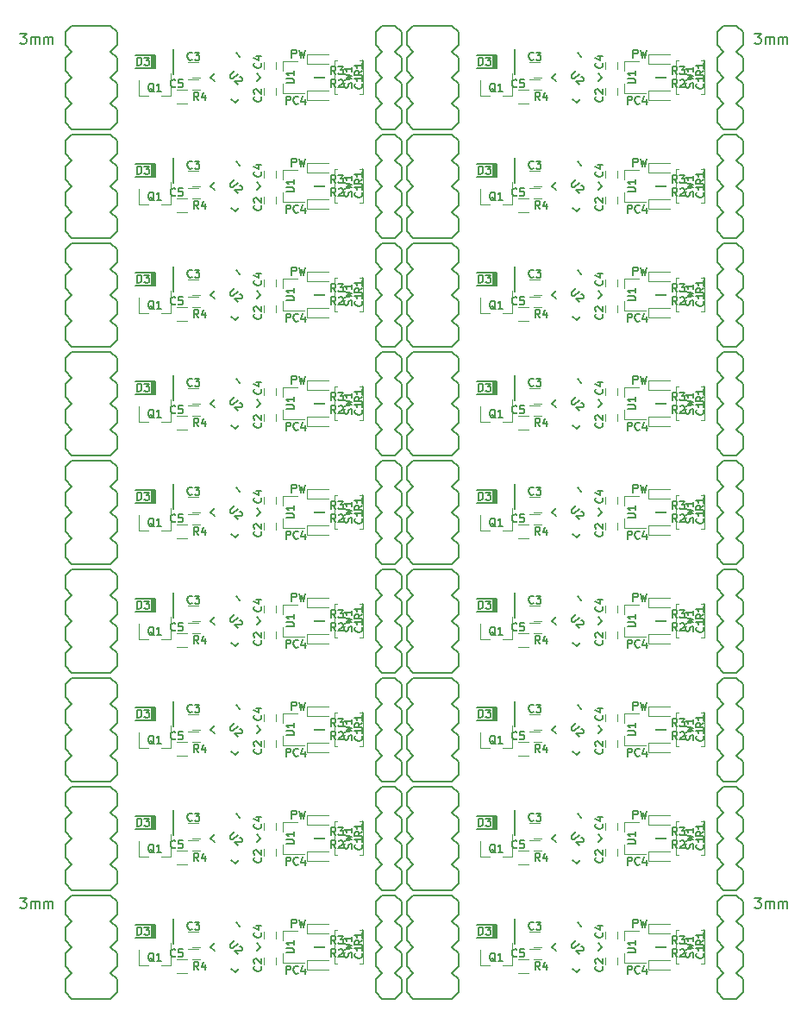
<source format=gto>
G04 #@! TF.FileFunction,Legend,Top*
%FSLAX46Y46*%
G04 Gerber Fmt 4.6, Leading zero omitted, Abs format (unit mm)*
G04 Created by KiCad (PCBNEW 4.0.6-e0-6349~53~ubuntu16.04.1) date Sun Jun 25 16:08:35 2017*
%MOMM*%
%LPD*%
G01*
G04 APERTURE LIST*
%ADD10C,0.100000*%
%ADD11C,0.127000*%
%ADD12C,0.120000*%
%ADD13C,0.150000*%
%ADD14C,0.203200*%
G04 APERTURE END LIST*
D10*
D11*
X55444572Y-93308714D02*
X55444572Y-92546714D01*
X55734857Y-92546714D01*
X55807429Y-92583000D01*
X55843714Y-92619286D01*
X55880000Y-92691857D01*
X55880000Y-92800714D01*
X55843714Y-92873286D01*
X55807429Y-92909571D01*
X55734857Y-92945857D01*
X55444572Y-92945857D01*
X56642000Y-93236143D02*
X56605714Y-93272429D01*
X56496857Y-93308714D01*
X56424286Y-93308714D01*
X56315429Y-93272429D01*
X56242857Y-93199857D01*
X56206572Y-93127286D01*
X56170286Y-92982143D01*
X56170286Y-92873286D01*
X56206572Y-92728143D01*
X56242857Y-92655571D01*
X56315429Y-92583000D01*
X56424286Y-92546714D01*
X56496857Y-92546714D01*
X56605714Y-92583000D01*
X56642000Y-92619286D01*
X57295143Y-92800714D02*
X57295143Y-93308714D01*
X57113714Y-92510429D02*
X56932286Y-93054714D01*
X57404000Y-93054714D01*
X56007001Y-88736714D02*
X56007001Y-87974714D01*
X56297286Y-87974714D01*
X56369858Y-88011000D01*
X56406143Y-88047286D01*
X56442429Y-88119857D01*
X56442429Y-88228714D01*
X56406143Y-88301286D01*
X56369858Y-88337571D01*
X56297286Y-88373857D01*
X56007001Y-88373857D01*
X56696429Y-87974714D02*
X56877858Y-88736714D01*
X57023001Y-88192429D01*
X57168143Y-88736714D01*
X57349572Y-87974714D01*
X55444572Y-82640714D02*
X55444572Y-81878714D01*
X55734857Y-81878714D01*
X55807429Y-81915000D01*
X55843714Y-81951286D01*
X55880000Y-82023857D01*
X55880000Y-82132714D01*
X55843714Y-82205286D01*
X55807429Y-82241571D01*
X55734857Y-82277857D01*
X55444572Y-82277857D01*
X56642000Y-82568143D02*
X56605714Y-82604429D01*
X56496857Y-82640714D01*
X56424286Y-82640714D01*
X56315429Y-82604429D01*
X56242857Y-82531857D01*
X56206572Y-82459286D01*
X56170286Y-82314143D01*
X56170286Y-82205286D01*
X56206572Y-82060143D01*
X56242857Y-81987571D01*
X56315429Y-81915000D01*
X56424286Y-81878714D01*
X56496857Y-81878714D01*
X56605714Y-81915000D01*
X56642000Y-81951286D01*
X57295143Y-82132714D02*
X57295143Y-82640714D01*
X57113714Y-81842429D02*
X56932286Y-82386714D01*
X57404000Y-82386714D01*
X56007001Y-78068714D02*
X56007001Y-77306714D01*
X56297286Y-77306714D01*
X56369858Y-77343000D01*
X56406143Y-77379286D01*
X56442429Y-77451857D01*
X56442429Y-77560714D01*
X56406143Y-77633286D01*
X56369858Y-77669571D01*
X56297286Y-77705857D01*
X56007001Y-77705857D01*
X56696429Y-77306714D02*
X56877858Y-78068714D01*
X57023001Y-77524429D01*
X57168143Y-78068714D01*
X57349572Y-77306714D01*
X55444572Y-71972714D02*
X55444572Y-71210714D01*
X55734857Y-71210714D01*
X55807429Y-71247000D01*
X55843714Y-71283286D01*
X55880000Y-71355857D01*
X55880000Y-71464714D01*
X55843714Y-71537286D01*
X55807429Y-71573571D01*
X55734857Y-71609857D01*
X55444572Y-71609857D01*
X56642000Y-71900143D02*
X56605714Y-71936429D01*
X56496857Y-71972714D01*
X56424286Y-71972714D01*
X56315429Y-71936429D01*
X56242857Y-71863857D01*
X56206572Y-71791286D01*
X56170286Y-71646143D01*
X56170286Y-71537286D01*
X56206572Y-71392143D01*
X56242857Y-71319571D01*
X56315429Y-71247000D01*
X56424286Y-71210714D01*
X56496857Y-71210714D01*
X56605714Y-71247000D01*
X56642000Y-71283286D01*
X57295143Y-71464714D02*
X57295143Y-71972714D01*
X57113714Y-71174429D02*
X56932286Y-71718714D01*
X57404000Y-71718714D01*
X56007001Y-67400714D02*
X56007001Y-66638714D01*
X56297286Y-66638714D01*
X56369858Y-66675000D01*
X56406143Y-66711286D01*
X56442429Y-66783857D01*
X56442429Y-66892714D01*
X56406143Y-66965286D01*
X56369858Y-67001571D01*
X56297286Y-67037857D01*
X56007001Y-67037857D01*
X56696429Y-66638714D02*
X56877858Y-67400714D01*
X57023001Y-66856429D01*
X57168143Y-67400714D01*
X57349572Y-66638714D01*
X55444572Y-61304714D02*
X55444572Y-60542714D01*
X55734857Y-60542714D01*
X55807429Y-60579000D01*
X55843714Y-60615286D01*
X55880000Y-60687857D01*
X55880000Y-60796714D01*
X55843714Y-60869286D01*
X55807429Y-60905571D01*
X55734857Y-60941857D01*
X55444572Y-60941857D01*
X56642000Y-61232143D02*
X56605714Y-61268429D01*
X56496857Y-61304714D01*
X56424286Y-61304714D01*
X56315429Y-61268429D01*
X56242857Y-61195857D01*
X56206572Y-61123286D01*
X56170286Y-60978143D01*
X56170286Y-60869286D01*
X56206572Y-60724143D01*
X56242857Y-60651571D01*
X56315429Y-60579000D01*
X56424286Y-60542714D01*
X56496857Y-60542714D01*
X56605714Y-60579000D01*
X56642000Y-60615286D01*
X57295143Y-60796714D02*
X57295143Y-61304714D01*
X57113714Y-60506429D02*
X56932286Y-61050714D01*
X57404000Y-61050714D01*
X56007001Y-56732714D02*
X56007001Y-55970714D01*
X56297286Y-55970714D01*
X56369858Y-56007000D01*
X56406143Y-56043286D01*
X56442429Y-56115857D01*
X56442429Y-56224714D01*
X56406143Y-56297286D01*
X56369858Y-56333571D01*
X56297286Y-56369857D01*
X56007001Y-56369857D01*
X56696429Y-55970714D02*
X56877858Y-56732714D01*
X57023001Y-56188429D01*
X57168143Y-56732714D01*
X57349572Y-55970714D01*
X55444572Y-50636714D02*
X55444572Y-49874714D01*
X55734857Y-49874714D01*
X55807429Y-49911000D01*
X55843714Y-49947286D01*
X55880000Y-50019857D01*
X55880000Y-50128714D01*
X55843714Y-50201286D01*
X55807429Y-50237571D01*
X55734857Y-50273857D01*
X55444572Y-50273857D01*
X56642000Y-50564143D02*
X56605714Y-50600429D01*
X56496857Y-50636714D01*
X56424286Y-50636714D01*
X56315429Y-50600429D01*
X56242857Y-50527857D01*
X56206572Y-50455286D01*
X56170286Y-50310143D01*
X56170286Y-50201286D01*
X56206572Y-50056143D01*
X56242857Y-49983571D01*
X56315429Y-49911000D01*
X56424286Y-49874714D01*
X56496857Y-49874714D01*
X56605714Y-49911000D01*
X56642000Y-49947286D01*
X57295143Y-50128714D02*
X57295143Y-50636714D01*
X57113714Y-49838429D02*
X56932286Y-50382714D01*
X57404000Y-50382714D01*
X56007001Y-46064714D02*
X56007001Y-45302714D01*
X56297286Y-45302714D01*
X56369858Y-45339000D01*
X56406143Y-45375286D01*
X56442429Y-45447857D01*
X56442429Y-45556714D01*
X56406143Y-45629286D01*
X56369858Y-45665571D01*
X56297286Y-45701857D01*
X56007001Y-45701857D01*
X56696429Y-45302714D02*
X56877858Y-46064714D01*
X57023001Y-45520429D01*
X57168143Y-46064714D01*
X57349572Y-45302714D01*
X55444572Y-39968714D02*
X55444572Y-39206714D01*
X55734857Y-39206714D01*
X55807429Y-39243000D01*
X55843714Y-39279286D01*
X55880000Y-39351857D01*
X55880000Y-39460714D01*
X55843714Y-39533286D01*
X55807429Y-39569571D01*
X55734857Y-39605857D01*
X55444572Y-39605857D01*
X56642000Y-39896143D02*
X56605714Y-39932429D01*
X56496857Y-39968714D01*
X56424286Y-39968714D01*
X56315429Y-39932429D01*
X56242857Y-39859857D01*
X56206572Y-39787286D01*
X56170286Y-39642143D01*
X56170286Y-39533286D01*
X56206572Y-39388143D01*
X56242857Y-39315571D01*
X56315429Y-39243000D01*
X56424286Y-39206714D01*
X56496857Y-39206714D01*
X56605714Y-39243000D01*
X56642000Y-39279286D01*
X57295143Y-39460714D02*
X57295143Y-39968714D01*
X57113714Y-39170429D02*
X56932286Y-39714714D01*
X57404000Y-39714714D01*
X56007001Y-35396714D02*
X56007001Y-34634714D01*
X56297286Y-34634714D01*
X56369858Y-34671000D01*
X56406143Y-34707286D01*
X56442429Y-34779857D01*
X56442429Y-34888714D01*
X56406143Y-34961286D01*
X56369858Y-34997571D01*
X56297286Y-35033857D01*
X56007001Y-35033857D01*
X56696429Y-34634714D02*
X56877858Y-35396714D01*
X57023001Y-34852429D01*
X57168143Y-35396714D01*
X57349572Y-34634714D01*
X55444572Y-29300714D02*
X55444572Y-28538714D01*
X55734857Y-28538714D01*
X55807429Y-28575000D01*
X55843714Y-28611286D01*
X55880000Y-28683857D01*
X55880000Y-28792714D01*
X55843714Y-28865286D01*
X55807429Y-28901571D01*
X55734857Y-28937857D01*
X55444572Y-28937857D01*
X56642000Y-29228143D02*
X56605714Y-29264429D01*
X56496857Y-29300714D01*
X56424286Y-29300714D01*
X56315429Y-29264429D01*
X56242857Y-29191857D01*
X56206572Y-29119286D01*
X56170286Y-28974143D01*
X56170286Y-28865286D01*
X56206572Y-28720143D01*
X56242857Y-28647571D01*
X56315429Y-28575000D01*
X56424286Y-28538714D01*
X56496857Y-28538714D01*
X56605714Y-28575000D01*
X56642000Y-28611286D01*
X57295143Y-28792714D02*
X57295143Y-29300714D01*
X57113714Y-28502429D02*
X56932286Y-29046714D01*
X57404000Y-29046714D01*
X56007001Y-24728714D02*
X56007001Y-23966714D01*
X56297286Y-23966714D01*
X56369858Y-24003000D01*
X56406143Y-24039286D01*
X56442429Y-24111857D01*
X56442429Y-24220714D01*
X56406143Y-24293286D01*
X56369858Y-24329571D01*
X56297286Y-24365857D01*
X56007001Y-24365857D01*
X56696429Y-23966714D02*
X56877858Y-24728714D01*
X57023001Y-24184429D01*
X57168143Y-24728714D01*
X57349572Y-23966714D01*
X55444572Y-18632714D02*
X55444572Y-17870714D01*
X55734857Y-17870714D01*
X55807429Y-17907000D01*
X55843714Y-17943286D01*
X55880000Y-18015857D01*
X55880000Y-18124714D01*
X55843714Y-18197286D01*
X55807429Y-18233571D01*
X55734857Y-18269857D01*
X55444572Y-18269857D01*
X56642000Y-18560143D02*
X56605714Y-18596429D01*
X56496857Y-18632714D01*
X56424286Y-18632714D01*
X56315429Y-18596429D01*
X56242857Y-18523857D01*
X56206572Y-18451286D01*
X56170286Y-18306143D01*
X56170286Y-18197286D01*
X56206572Y-18052143D01*
X56242857Y-17979571D01*
X56315429Y-17907000D01*
X56424286Y-17870714D01*
X56496857Y-17870714D01*
X56605714Y-17907000D01*
X56642000Y-17943286D01*
X57295143Y-18124714D02*
X57295143Y-18632714D01*
X57113714Y-17834429D02*
X56932286Y-18378714D01*
X57404000Y-18378714D01*
X56007001Y-14060714D02*
X56007001Y-13298714D01*
X56297286Y-13298714D01*
X56369858Y-13335000D01*
X56406143Y-13371286D01*
X56442429Y-13443857D01*
X56442429Y-13552714D01*
X56406143Y-13625286D01*
X56369858Y-13661571D01*
X56297286Y-13697857D01*
X56007001Y-13697857D01*
X56696429Y-13298714D02*
X56877858Y-14060714D01*
X57023001Y-13516429D01*
X57168143Y-14060714D01*
X57349572Y-13298714D01*
X55444572Y-7964714D02*
X55444572Y-7202714D01*
X55734857Y-7202714D01*
X55807429Y-7239000D01*
X55843714Y-7275286D01*
X55880000Y-7347857D01*
X55880000Y-7456714D01*
X55843714Y-7529286D01*
X55807429Y-7565571D01*
X55734857Y-7601857D01*
X55444572Y-7601857D01*
X56642000Y-7892143D02*
X56605714Y-7928429D01*
X56496857Y-7964714D01*
X56424286Y-7964714D01*
X56315429Y-7928429D01*
X56242857Y-7855857D01*
X56206572Y-7783286D01*
X56170286Y-7638143D01*
X56170286Y-7529286D01*
X56206572Y-7384143D01*
X56242857Y-7311571D01*
X56315429Y-7239000D01*
X56424286Y-7202714D01*
X56496857Y-7202714D01*
X56605714Y-7239000D01*
X56642000Y-7275286D01*
X57295143Y-7456714D02*
X57295143Y-7964714D01*
X57113714Y-7166429D02*
X56932286Y-7710714D01*
X57404000Y-7710714D01*
X56007001Y-3392714D02*
X56007001Y-2630714D01*
X56297286Y-2630714D01*
X56369858Y-2667000D01*
X56406143Y-2703286D01*
X56442429Y-2775857D01*
X56442429Y-2884714D01*
X56406143Y-2957286D01*
X56369858Y-2993571D01*
X56297286Y-3029857D01*
X56007001Y-3029857D01*
X56696429Y-2630714D02*
X56877858Y-3392714D01*
X57023001Y-2848429D01*
X57168143Y-3392714D01*
X57349572Y-2630714D01*
X21916572Y-93308714D02*
X21916572Y-92546714D01*
X22206857Y-92546714D01*
X22279429Y-92583000D01*
X22315714Y-92619286D01*
X22352000Y-92691857D01*
X22352000Y-92800714D01*
X22315714Y-92873286D01*
X22279429Y-92909571D01*
X22206857Y-92945857D01*
X21916572Y-92945857D01*
X23114000Y-93236143D02*
X23077714Y-93272429D01*
X22968857Y-93308714D01*
X22896286Y-93308714D01*
X22787429Y-93272429D01*
X22714857Y-93199857D01*
X22678572Y-93127286D01*
X22642286Y-92982143D01*
X22642286Y-92873286D01*
X22678572Y-92728143D01*
X22714857Y-92655571D01*
X22787429Y-92583000D01*
X22896286Y-92546714D01*
X22968857Y-92546714D01*
X23077714Y-92583000D01*
X23114000Y-92619286D01*
X23767143Y-92800714D02*
X23767143Y-93308714D01*
X23585714Y-92510429D02*
X23404286Y-93054714D01*
X23876000Y-93054714D01*
X22479001Y-88736714D02*
X22479001Y-87974714D01*
X22769286Y-87974714D01*
X22841858Y-88011000D01*
X22878143Y-88047286D01*
X22914429Y-88119857D01*
X22914429Y-88228714D01*
X22878143Y-88301286D01*
X22841858Y-88337571D01*
X22769286Y-88373857D01*
X22479001Y-88373857D01*
X23168429Y-87974714D02*
X23349858Y-88736714D01*
X23495001Y-88192429D01*
X23640143Y-88736714D01*
X23821572Y-87974714D01*
X21916572Y-82640714D02*
X21916572Y-81878714D01*
X22206857Y-81878714D01*
X22279429Y-81915000D01*
X22315714Y-81951286D01*
X22352000Y-82023857D01*
X22352000Y-82132714D01*
X22315714Y-82205286D01*
X22279429Y-82241571D01*
X22206857Y-82277857D01*
X21916572Y-82277857D01*
X23114000Y-82568143D02*
X23077714Y-82604429D01*
X22968857Y-82640714D01*
X22896286Y-82640714D01*
X22787429Y-82604429D01*
X22714857Y-82531857D01*
X22678572Y-82459286D01*
X22642286Y-82314143D01*
X22642286Y-82205286D01*
X22678572Y-82060143D01*
X22714857Y-81987571D01*
X22787429Y-81915000D01*
X22896286Y-81878714D01*
X22968857Y-81878714D01*
X23077714Y-81915000D01*
X23114000Y-81951286D01*
X23767143Y-82132714D02*
X23767143Y-82640714D01*
X23585714Y-81842429D02*
X23404286Y-82386714D01*
X23876000Y-82386714D01*
X22479001Y-78068714D02*
X22479001Y-77306714D01*
X22769286Y-77306714D01*
X22841858Y-77343000D01*
X22878143Y-77379286D01*
X22914429Y-77451857D01*
X22914429Y-77560714D01*
X22878143Y-77633286D01*
X22841858Y-77669571D01*
X22769286Y-77705857D01*
X22479001Y-77705857D01*
X23168429Y-77306714D02*
X23349858Y-78068714D01*
X23495001Y-77524429D01*
X23640143Y-78068714D01*
X23821572Y-77306714D01*
X21916572Y-71972714D02*
X21916572Y-71210714D01*
X22206857Y-71210714D01*
X22279429Y-71247000D01*
X22315714Y-71283286D01*
X22352000Y-71355857D01*
X22352000Y-71464714D01*
X22315714Y-71537286D01*
X22279429Y-71573571D01*
X22206857Y-71609857D01*
X21916572Y-71609857D01*
X23114000Y-71900143D02*
X23077714Y-71936429D01*
X22968857Y-71972714D01*
X22896286Y-71972714D01*
X22787429Y-71936429D01*
X22714857Y-71863857D01*
X22678572Y-71791286D01*
X22642286Y-71646143D01*
X22642286Y-71537286D01*
X22678572Y-71392143D01*
X22714857Y-71319571D01*
X22787429Y-71247000D01*
X22896286Y-71210714D01*
X22968857Y-71210714D01*
X23077714Y-71247000D01*
X23114000Y-71283286D01*
X23767143Y-71464714D02*
X23767143Y-71972714D01*
X23585714Y-71174429D02*
X23404286Y-71718714D01*
X23876000Y-71718714D01*
X22479001Y-67400714D02*
X22479001Y-66638714D01*
X22769286Y-66638714D01*
X22841858Y-66675000D01*
X22878143Y-66711286D01*
X22914429Y-66783857D01*
X22914429Y-66892714D01*
X22878143Y-66965286D01*
X22841858Y-67001571D01*
X22769286Y-67037857D01*
X22479001Y-67037857D01*
X23168429Y-66638714D02*
X23349858Y-67400714D01*
X23495001Y-66856429D01*
X23640143Y-67400714D01*
X23821572Y-66638714D01*
X21916572Y-61304714D02*
X21916572Y-60542714D01*
X22206857Y-60542714D01*
X22279429Y-60579000D01*
X22315714Y-60615286D01*
X22352000Y-60687857D01*
X22352000Y-60796714D01*
X22315714Y-60869286D01*
X22279429Y-60905571D01*
X22206857Y-60941857D01*
X21916572Y-60941857D01*
X23114000Y-61232143D02*
X23077714Y-61268429D01*
X22968857Y-61304714D01*
X22896286Y-61304714D01*
X22787429Y-61268429D01*
X22714857Y-61195857D01*
X22678572Y-61123286D01*
X22642286Y-60978143D01*
X22642286Y-60869286D01*
X22678572Y-60724143D01*
X22714857Y-60651571D01*
X22787429Y-60579000D01*
X22896286Y-60542714D01*
X22968857Y-60542714D01*
X23077714Y-60579000D01*
X23114000Y-60615286D01*
X23767143Y-60796714D02*
X23767143Y-61304714D01*
X23585714Y-60506429D02*
X23404286Y-61050714D01*
X23876000Y-61050714D01*
X22479001Y-56732714D02*
X22479001Y-55970714D01*
X22769286Y-55970714D01*
X22841858Y-56007000D01*
X22878143Y-56043286D01*
X22914429Y-56115857D01*
X22914429Y-56224714D01*
X22878143Y-56297286D01*
X22841858Y-56333571D01*
X22769286Y-56369857D01*
X22479001Y-56369857D01*
X23168429Y-55970714D02*
X23349858Y-56732714D01*
X23495001Y-56188429D01*
X23640143Y-56732714D01*
X23821572Y-55970714D01*
X21916572Y-50636714D02*
X21916572Y-49874714D01*
X22206857Y-49874714D01*
X22279429Y-49911000D01*
X22315714Y-49947286D01*
X22352000Y-50019857D01*
X22352000Y-50128714D01*
X22315714Y-50201286D01*
X22279429Y-50237571D01*
X22206857Y-50273857D01*
X21916572Y-50273857D01*
X23114000Y-50564143D02*
X23077714Y-50600429D01*
X22968857Y-50636714D01*
X22896286Y-50636714D01*
X22787429Y-50600429D01*
X22714857Y-50527857D01*
X22678572Y-50455286D01*
X22642286Y-50310143D01*
X22642286Y-50201286D01*
X22678572Y-50056143D01*
X22714857Y-49983571D01*
X22787429Y-49911000D01*
X22896286Y-49874714D01*
X22968857Y-49874714D01*
X23077714Y-49911000D01*
X23114000Y-49947286D01*
X23767143Y-50128714D02*
X23767143Y-50636714D01*
X23585714Y-49838429D02*
X23404286Y-50382714D01*
X23876000Y-50382714D01*
X22479001Y-46064714D02*
X22479001Y-45302714D01*
X22769286Y-45302714D01*
X22841858Y-45339000D01*
X22878143Y-45375286D01*
X22914429Y-45447857D01*
X22914429Y-45556714D01*
X22878143Y-45629286D01*
X22841858Y-45665571D01*
X22769286Y-45701857D01*
X22479001Y-45701857D01*
X23168429Y-45302714D02*
X23349858Y-46064714D01*
X23495001Y-45520429D01*
X23640143Y-46064714D01*
X23821572Y-45302714D01*
X21916572Y-39968714D02*
X21916572Y-39206714D01*
X22206857Y-39206714D01*
X22279429Y-39243000D01*
X22315714Y-39279286D01*
X22352000Y-39351857D01*
X22352000Y-39460714D01*
X22315714Y-39533286D01*
X22279429Y-39569571D01*
X22206857Y-39605857D01*
X21916572Y-39605857D01*
X23114000Y-39896143D02*
X23077714Y-39932429D01*
X22968857Y-39968714D01*
X22896286Y-39968714D01*
X22787429Y-39932429D01*
X22714857Y-39859857D01*
X22678572Y-39787286D01*
X22642286Y-39642143D01*
X22642286Y-39533286D01*
X22678572Y-39388143D01*
X22714857Y-39315571D01*
X22787429Y-39243000D01*
X22896286Y-39206714D01*
X22968857Y-39206714D01*
X23077714Y-39243000D01*
X23114000Y-39279286D01*
X23767143Y-39460714D02*
X23767143Y-39968714D01*
X23585714Y-39170429D02*
X23404286Y-39714714D01*
X23876000Y-39714714D01*
X22479001Y-35396714D02*
X22479001Y-34634714D01*
X22769286Y-34634714D01*
X22841858Y-34671000D01*
X22878143Y-34707286D01*
X22914429Y-34779857D01*
X22914429Y-34888714D01*
X22878143Y-34961286D01*
X22841858Y-34997571D01*
X22769286Y-35033857D01*
X22479001Y-35033857D01*
X23168429Y-34634714D02*
X23349858Y-35396714D01*
X23495001Y-34852429D01*
X23640143Y-35396714D01*
X23821572Y-34634714D01*
X21916572Y-29300714D02*
X21916572Y-28538714D01*
X22206857Y-28538714D01*
X22279429Y-28575000D01*
X22315714Y-28611286D01*
X22352000Y-28683857D01*
X22352000Y-28792714D01*
X22315714Y-28865286D01*
X22279429Y-28901571D01*
X22206857Y-28937857D01*
X21916572Y-28937857D01*
X23114000Y-29228143D02*
X23077714Y-29264429D01*
X22968857Y-29300714D01*
X22896286Y-29300714D01*
X22787429Y-29264429D01*
X22714857Y-29191857D01*
X22678572Y-29119286D01*
X22642286Y-28974143D01*
X22642286Y-28865286D01*
X22678572Y-28720143D01*
X22714857Y-28647571D01*
X22787429Y-28575000D01*
X22896286Y-28538714D01*
X22968857Y-28538714D01*
X23077714Y-28575000D01*
X23114000Y-28611286D01*
X23767143Y-28792714D02*
X23767143Y-29300714D01*
X23585714Y-28502429D02*
X23404286Y-29046714D01*
X23876000Y-29046714D01*
X22479001Y-24728714D02*
X22479001Y-23966714D01*
X22769286Y-23966714D01*
X22841858Y-24003000D01*
X22878143Y-24039286D01*
X22914429Y-24111857D01*
X22914429Y-24220714D01*
X22878143Y-24293286D01*
X22841858Y-24329571D01*
X22769286Y-24365857D01*
X22479001Y-24365857D01*
X23168429Y-23966714D02*
X23349858Y-24728714D01*
X23495001Y-24184429D01*
X23640143Y-24728714D01*
X23821572Y-23966714D01*
X21916572Y-18632714D02*
X21916572Y-17870714D01*
X22206857Y-17870714D01*
X22279429Y-17907000D01*
X22315714Y-17943286D01*
X22352000Y-18015857D01*
X22352000Y-18124714D01*
X22315714Y-18197286D01*
X22279429Y-18233571D01*
X22206857Y-18269857D01*
X21916572Y-18269857D01*
X23114000Y-18560143D02*
X23077714Y-18596429D01*
X22968857Y-18632714D01*
X22896286Y-18632714D01*
X22787429Y-18596429D01*
X22714857Y-18523857D01*
X22678572Y-18451286D01*
X22642286Y-18306143D01*
X22642286Y-18197286D01*
X22678572Y-18052143D01*
X22714857Y-17979571D01*
X22787429Y-17907000D01*
X22896286Y-17870714D01*
X22968857Y-17870714D01*
X23077714Y-17907000D01*
X23114000Y-17943286D01*
X23767143Y-18124714D02*
X23767143Y-18632714D01*
X23585714Y-17834429D02*
X23404286Y-18378714D01*
X23876000Y-18378714D01*
X22479001Y-14060714D02*
X22479001Y-13298714D01*
X22769286Y-13298714D01*
X22841858Y-13335000D01*
X22878143Y-13371286D01*
X22914429Y-13443857D01*
X22914429Y-13552714D01*
X22878143Y-13625286D01*
X22841858Y-13661571D01*
X22769286Y-13697857D01*
X22479001Y-13697857D01*
X23168429Y-13298714D02*
X23349858Y-14060714D01*
X23495001Y-13516429D01*
X23640143Y-14060714D01*
X23821572Y-13298714D01*
X22479001Y-3392714D02*
X22479001Y-2630714D01*
X22769286Y-2630714D01*
X22841858Y-2667000D01*
X22878143Y-2703286D01*
X22914429Y-2775857D01*
X22914429Y-2884714D01*
X22878143Y-2957286D01*
X22841858Y-2993571D01*
X22769286Y-3029857D01*
X22479001Y-3029857D01*
X23168429Y-2630714D02*
X23349858Y-3392714D01*
X23495001Y-2848429D01*
X23640143Y-3392714D01*
X23821572Y-2630714D01*
X21916572Y-7964714D02*
X21916572Y-7202714D01*
X22206857Y-7202714D01*
X22279429Y-7239000D01*
X22315714Y-7275286D01*
X22352000Y-7347857D01*
X22352000Y-7456714D01*
X22315714Y-7529286D01*
X22279429Y-7565571D01*
X22206857Y-7601857D01*
X21916572Y-7601857D01*
X23114000Y-7892143D02*
X23077714Y-7928429D01*
X22968857Y-7964714D01*
X22896286Y-7964714D01*
X22787429Y-7928429D01*
X22714857Y-7855857D01*
X22678572Y-7783286D01*
X22642286Y-7638143D01*
X22642286Y-7529286D01*
X22678572Y-7384143D01*
X22714857Y-7311571D01*
X22787429Y-7239000D01*
X22896286Y-7202714D01*
X22968857Y-7202714D01*
X23077714Y-7239000D01*
X23114000Y-7275286D01*
X23767143Y-7456714D02*
X23767143Y-7964714D01*
X23585714Y-7166429D02*
X23404286Y-7710714D01*
X23876000Y-7710714D01*
D12*
X45712000Y-93263000D02*
X44712000Y-93263000D01*
X44712000Y-91903000D02*
X45712000Y-91903000D01*
X59174000Y-90723000D02*
X58174000Y-90723000D01*
X58174000Y-89363000D02*
X59174000Y-89363000D01*
X58174000Y-90633000D02*
X59174000Y-90633000D01*
X59174000Y-91993000D02*
X58174000Y-91993000D01*
X62947000Y-89908000D02*
X62947000Y-88908000D01*
X64307000Y-88908000D02*
X64307000Y-89908000D01*
X55120000Y-89098000D02*
X55120000Y-90028000D01*
X55120000Y-92258000D02*
X55120000Y-91328000D01*
X55120000Y-92258000D02*
X57280000Y-92258000D01*
X55120000Y-89098000D02*
X56580000Y-89098000D01*
D13*
X44376000Y-87904000D02*
X44376000Y-90404000D01*
X42626000Y-88504000D02*
X42626000Y-89804000D01*
X42226000Y-89804000D02*
X42226000Y-88504000D01*
X42426000Y-88504000D02*
X42426000Y-89804000D01*
X40626000Y-88504000D02*
X42626000Y-88504000D01*
X42626000Y-89804000D02*
X40626000Y-89804000D01*
D12*
X40965000Y-92454000D02*
X41895000Y-92454000D01*
X44125000Y-92454000D02*
X43195000Y-92454000D01*
X44125000Y-92454000D02*
X44125000Y-90294000D01*
X40965000Y-92454000D02*
X40965000Y-90994000D01*
X46259000Y-90713000D02*
X46959000Y-90713000D01*
X46959000Y-91913000D02*
X46259000Y-91913000D01*
X54448000Y-89185000D02*
X54448000Y-89885000D01*
X53248000Y-89885000D02*
X53248000Y-89185000D01*
X53248000Y-92425000D02*
X53248000Y-91725000D01*
X54448000Y-91725000D02*
X54448000Y-92425000D01*
X64227000Y-91471000D02*
X64227000Y-92171000D01*
X63027000Y-92171000D02*
X63027000Y-91471000D01*
X57501000Y-88400000D02*
X57501000Y-89400000D01*
X57501000Y-89400000D02*
X59601000Y-89400000D01*
X57501000Y-88400000D02*
X59601000Y-88400000D01*
X57501000Y-91956000D02*
X57501000Y-92956000D01*
X57501000Y-92956000D02*
X59601000Y-92956000D01*
X57501000Y-91956000D02*
X59601000Y-91956000D01*
X45855000Y-90893000D02*
X46855000Y-90893000D01*
X46855000Y-89193000D02*
X45855000Y-89193000D01*
X62695000Y-92328000D02*
X62995000Y-92328000D01*
X62995000Y-92328000D02*
X62995000Y-89028000D01*
X62995000Y-89028000D02*
X62695000Y-89028000D01*
X60495000Y-92328000D02*
X60195000Y-92328000D01*
X60195000Y-92328000D02*
X60195000Y-89028000D01*
X60195000Y-89028000D02*
X60495000Y-89028000D01*
D14*
X64262000Y-87503000D02*
X64262000Y-86233000D01*
X64262000Y-86233000D02*
X64897000Y-85598000D01*
X66167000Y-85598000D02*
X66802000Y-86233000D01*
X64897000Y-90678000D02*
X64262000Y-90043000D01*
X64262000Y-90043000D02*
X64262000Y-88773000D01*
X64262000Y-88773000D02*
X64897000Y-88138000D01*
X66167000Y-88138000D02*
X66802000Y-88773000D01*
X66802000Y-88773000D02*
X66802000Y-90043000D01*
X66802000Y-90043000D02*
X66167000Y-90678000D01*
X64262000Y-87503000D02*
X64897000Y-88138000D01*
X66167000Y-88138000D02*
X66802000Y-87503000D01*
X66802000Y-86233000D02*
X66802000Y-87503000D01*
X64262000Y-95123000D02*
X64262000Y-93853000D01*
X64262000Y-93853000D02*
X64897000Y-93218000D01*
X66167000Y-93218000D02*
X66802000Y-93853000D01*
X64897000Y-93218000D02*
X64262000Y-92583000D01*
X64262000Y-92583000D02*
X64262000Y-91313000D01*
X64262000Y-91313000D02*
X64897000Y-90678000D01*
X66167000Y-90678000D02*
X66802000Y-91313000D01*
X66802000Y-91313000D02*
X66802000Y-92583000D01*
X66802000Y-92583000D02*
X66167000Y-93218000D01*
X64897000Y-95758000D02*
X66167000Y-95758000D01*
X64262000Y-95123000D02*
X64897000Y-95758000D01*
X66167000Y-95758000D02*
X66802000Y-95123000D01*
X66802000Y-93853000D02*
X66802000Y-95123000D01*
X64897000Y-85598000D02*
X66167000Y-85598000D01*
X34417000Y-85598000D02*
X33782000Y-86233000D01*
X33782000Y-87503000D02*
X34417000Y-88138000D01*
X34417000Y-88138000D02*
X33782000Y-88773000D01*
X33782000Y-90043000D02*
X34417000Y-90678000D01*
X34417000Y-90678000D02*
X33782000Y-91313000D01*
X33782000Y-92583000D02*
X34417000Y-93218000D01*
X34417000Y-93218000D02*
X33782000Y-93853000D01*
X33782000Y-95123000D02*
X34417000Y-95758000D01*
X34417000Y-85598000D02*
X38227000Y-85598000D01*
X38227000Y-85598000D02*
X38862000Y-86233000D01*
X38862000Y-86233000D02*
X38862000Y-87503000D01*
X38862000Y-87503000D02*
X38227000Y-88138000D01*
X38227000Y-88138000D02*
X38862000Y-88773000D01*
X38862000Y-88773000D02*
X38862000Y-90043000D01*
X38862000Y-90043000D02*
X38227000Y-90678000D01*
X38227000Y-90678000D02*
X38862000Y-91313000D01*
X38862000Y-91313000D02*
X38862000Y-92583000D01*
X38862000Y-92583000D02*
X38227000Y-93218000D01*
X38227000Y-93218000D02*
X38862000Y-93853000D01*
X38862000Y-93853000D02*
X38862000Y-95123000D01*
X38862000Y-95123000D02*
X38227000Y-95758000D01*
X38227000Y-95758000D02*
X34417000Y-95758000D01*
X33782000Y-93853000D02*
X33782000Y-95123000D01*
X33782000Y-91313000D02*
X33782000Y-92583000D01*
X33782000Y-88773000D02*
X33782000Y-90043000D01*
X33782000Y-86233000D02*
X33782000Y-87503000D01*
X34417000Y-85598000D02*
X33782000Y-86233000D01*
X34417000Y-85598000D02*
X38227000Y-85598000D01*
X38227000Y-85598000D02*
X38862000Y-86233000D01*
D13*
X52968156Y-90697299D02*
X52596925Y-91068530D01*
X48031844Y-90697299D02*
X48403075Y-90326068D01*
X50455099Y-93210356D02*
X50826330Y-92839125D01*
X50544901Y-88274044D02*
X50916132Y-88645275D01*
X48031844Y-90697299D02*
X48403075Y-91068530D01*
X50455099Y-93210356D02*
X50083868Y-92839125D01*
X52968156Y-90697299D02*
X52596925Y-90326068D01*
D12*
X45712000Y-82595000D02*
X44712000Y-82595000D01*
X44712000Y-81235000D02*
X45712000Y-81235000D01*
X59174000Y-80055000D02*
X58174000Y-80055000D01*
X58174000Y-78695000D02*
X59174000Y-78695000D01*
X58174000Y-79965000D02*
X59174000Y-79965000D01*
X59174000Y-81325000D02*
X58174000Y-81325000D01*
X62947000Y-79240000D02*
X62947000Y-78240000D01*
X64307000Y-78240000D02*
X64307000Y-79240000D01*
X55120000Y-78430000D02*
X55120000Y-79360000D01*
X55120000Y-81590000D02*
X55120000Y-80660000D01*
X55120000Y-81590000D02*
X57280000Y-81590000D01*
X55120000Y-78430000D02*
X56580000Y-78430000D01*
D13*
X44376000Y-77236000D02*
X44376000Y-79736000D01*
X42626000Y-77836000D02*
X42626000Y-79136000D01*
X42226000Y-79136000D02*
X42226000Y-77836000D01*
X42426000Y-77836000D02*
X42426000Y-79136000D01*
X40626000Y-77836000D02*
X42626000Y-77836000D01*
X42626000Y-79136000D02*
X40626000Y-79136000D01*
D12*
X40965000Y-81786000D02*
X41895000Y-81786000D01*
X44125000Y-81786000D02*
X43195000Y-81786000D01*
X44125000Y-81786000D02*
X44125000Y-79626000D01*
X40965000Y-81786000D02*
X40965000Y-80326000D01*
X46259000Y-80045000D02*
X46959000Y-80045000D01*
X46959000Y-81245000D02*
X46259000Y-81245000D01*
X54448000Y-78517000D02*
X54448000Y-79217000D01*
X53248000Y-79217000D02*
X53248000Y-78517000D01*
X53248000Y-81757000D02*
X53248000Y-81057000D01*
X54448000Y-81057000D02*
X54448000Y-81757000D01*
X64227000Y-80803000D02*
X64227000Y-81503000D01*
X63027000Y-81503000D02*
X63027000Y-80803000D01*
X57501000Y-77732000D02*
X57501000Y-78732000D01*
X57501000Y-78732000D02*
X59601000Y-78732000D01*
X57501000Y-77732000D02*
X59601000Y-77732000D01*
X57501000Y-81288000D02*
X57501000Y-82288000D01*
X57501000Y-82288000D02*
X59601000Y-82288000D01*
X57501000Y-81288000D02*
X59601000Y-81288000D01*
X45855000Y-80225000D02*
X46855000Y-80225000D01*
X46855000Y-78525000D02*
X45855000Y-78525000D01*
X62695000Y-81660000D02*
X62995000Y-81660000D01*
X62995000Y-81660000D02*
X62995000Y-78360000D01*
X62995000Y-78360000D02*
X62695000Y-78360000D01*
X60495000Y-81660000D02*
X60195000Y-81660000D01*
X60195000Y-81660000D02*
X60195000Y-78360000D01*
X60195000Y-78360000D02*
X60495000Y-78360000D01*
D14*
X64262000Y-76835000D02*
X64262000Y-75565000D01*
X64262000Y-75565000D02*
X64897000Y-74930000D01*
X66167000Y-74930000D02*
X66802000Y-75565000D01*
X64897000Y-80010000D02*
X64262000Y-79375000D01*
X64262000Y-79375000D02*
X64262000Y-78105000D01*
X64262000Y-78105000D02*
X64897000Y-77470000D01*
X66167000Y-77470000D02*
X66802000Y-78105000D01*
X66802000Y-78105000D02*
X66802000Y-79375000D01*
X66802000Y-79375000D02*
X66167000Y-80010000D01*
X64262000Y-76835000D02*
X64897000Y-77470000D01*
X66167000Y-77470000D02*
X66802000Y-76835000D01*
X66802000Y-75565000D02*
X66802000Y-76835000D01*
X64262000Y-84455000D02*
X64262000Y-83185000D01*
X64262000Y-83185000D02*
X64897000Y-82550000D01*
X66167000Y-82550000D02*
X66802000Y-83185000D01*
X64897000Y-82550000D02*
X64262000Y-81915000D01*
X64262000Y-81915000D02*
X64262000Y-80645000D01*
X64262000Y-80645000D02*
X64897000Y-80010000D01*
X66167000Y-80010000D02*
X66802000Y-80645000D01*
X66802000Y-80645000D02*
X66802000Y-81915000D01*
X66802000Y-81915000D02*
X66167000Y-82550000D01*
X64897000Y-85090000D02*
X66167000Y-85090000D01*
X64262000Y-84455000D02*
X64897000Y-85090000D01*
X66167000Y-85090000D02*
X66802000Y-84455000D01*
X66802000Y-83185000D02*
X66802000Y-84455000D01*
X64897000Y-74930000D02*
X66167000Y-74930000D01*
X34417000Y-74930000D02*
X33782000Y-75565000D01*
X33782000Y-76835000D02*
X34417000Y-77470000D01*
X34417000Y-77470000D02*
X33782000Y-78105000D01*
X33782000Y-79375000D02*
X34417000Y-80010000D01*
X34417000Y-80010000D02*
X33782000Y-80645000D01*
X33782000Y-81915000D02*
X34417000Y-82550000D01*
X34417000Y-82550000D02*
X33782000Y-83185000D01*
X33782000Y-84455000D02*
X34417000Y-85090000D01*
X34417000Y-74930000D02*
X38227000Y-74930000D01*
X38227000Y-74930000D02*
X38862000Y-75565000D01*
X38862000Y-75565000D02*
X38862000Y-76835000D01*
X38862000Y-76835000D02*
X38227000Y-77470000D01*
X38227000Y-77470000D02*
X38862000Y-78105000D01*
X38862000Y-78105000D02*
X38862000Y-79375000D01*
X38862000Y-79375000D02*
X38227000Y-80010000D01*
X38227000Y-80010000D02*
X38862000Y-80645000D01*
X38862000Y-80645000D02*
X38862000Y-81915000D01*
X38862000Y-81915000D02*
X38227000Y-82550000D01*
X38227000Y-82550000D02*
X38862000Y-83185000D01*
X38862000Y-83185000D02*
X38862000Y-84455000D01*
X38862000Y-84455000D02*
X38227000Y-85090000D01*
X38227000Y-85090000D02*
X34417000Y-85090000D01*
X33782000Y-83185000D02*
X33782000Y-84455000D01*
X33782000Y-80645000D02*
X33782000Y-81915000D01*
X33782000Y-78105000D02*
X33782000Y-79375000D01*
X33782000Y-75565000D02*
X33782000Y-76835000D01*
X34417000Y-74930000D02*
X33782000Y-75565000D01*
X34417000Y-74930000D02*
X38227000Y-74930000D01*
X38227000Y-74930000D02*
X38862000Y-75565000D01*
D13*
X52968156Y-80029299D02*
X52596925Y-80400530D01*
X48031844Y-80029299D02*
X48403075Y-79658068D01*
X50455099Y-82542356D02*
X50826330Y-82171125D01*
X50544901Y-77606044D02*
X50916132Y-77977275D01*
X48031844Y-80029299D02*
X48403075Y-80400530D01*
X50455099Y-82542356D02*
X50083868Y-82171125D01*
X52968156Y-80029299D02*
X52596925Y-79658068D01*
D12*
X45712000Y-71927000D02*
X44712000Y-71927000D01*
X44712000Y-70567000D02*
X45712000Y-70567000D01*
X59174000Y-69387000D02*
X58174000Y-69387000D01*
X58174000Y-68027000D02*
X59174000Y-68027000D01*
X58174000Y-69297000D02*
X59174000Y-69297000D01*
X59174000Y-70657000D02*
X58174000Y-70657000D01*
X62947000Y-68572000D02*
X62947000Y-67572000D01*
X64307000Y-67572000D02*
X64307000Y-68572000D01*
X55120000Y-67762000D02*
X55120000Y-68692000D01*
X55120000Y-70922000D02*
X55120000Y-69992000D01*
X55120000Y-70922000D02*
X57280000Y-70922000D01*
X55120000Y-67762000D02*
X56580000Y-67762000D01*
D13*
X44376000Y-66568000D02*
X44376000Y-69068000D01*
X42626000Y-67168000D02*
X42626000Y-68468000D01*
X42226000Y-68468000D02*
X42226000Y-67168000D01*
X42426000Y-67168000D02*
X42426000Y-68468000D01*
X40626000Y-67168000D02*
X42626000Y-67168000D01*
X42626000Y-68468000D02*
X40626000Y-68468000D01*
D12*
X40965000Y-71118000D02*
X41895000Y-71118000D01*
X44125000Y-71118000D02*
X43195000Y-71118000D01*
X44125000Y-71118000D02*
X44125000Y-68958000D01*
X40965000Y-71118000D02*
X40965000Y-69658000D01*
X46259000Y-69377000D02*
X46959000Y-69377000D01*
X46959000Y-70577000D02*
X46259000Y-70577000D01*
X54448000Y-67849000D02*
X54448000Y-68549000D01*
X53248000Y-68549000D02*
X53248000Y-67849000D01*
X53248000Y-71089000D02*
X53248000Y-70389000D01*
X54448000Y-70389000D02*
X54448000Y-71089000D01*
X64227000Y-70135000D02*
X64227000Y-70835000D01*
X63027000Y-70835000D02*
X63027000Y-70135000D01*
X57501000Y-67064000D02*
X57501000Y-68064000D01*
X57501000Y-68064000D02*
X59601000Y-68064000D01*
X57501000Y-67064000D02*
X59601000Y-67064000D01*
X57501000Y-70620000D02*
X57501000Y-71620000D01*
X57501000Y-71620000D02*
X59601000Y-71620000D01*
X57501000Y-70620000D02*
X59601000Y-70620000D01*
X45855000Y-69557000D02*
X46855000Y-69557000D01*
X46855000Y-67857000D02*
X45855000Y-67857000D01*
X62695000Y-70992000D02*
X62995000Y-70992000D01*
X62995000Y-70992000D02*
X62995000Y-67692000D01*
X62995000Y-67692000D02*
X62695000Y-67692000D01*
X60495000Y-70992000D02*
X60195000Y-70992000D01*
X60195000Y-70992000D02*
X60195000Y-67692000D01*
X60195000Y-67692000D02*
X60495000Y-67692000D01*
D14*
X64262000Y-66167000D02*
X64262000Y-64897000D01*
X64262000Y-64897000D02*
X64897000Y-64262000D01*
X66167000Y-64262000D02*
X66802000Y-64897000D01*
X64897000Y-69342000D02*
X64262000Y-68707000D01*
X64262000Y-68707000D02*
X64262000Y-67437000D01*
X64262000Y-67437000D02*
X64897000Y-66802000D01*
X66167000Y-66802000D02*
X66802000Y-67437000D01*
X66802000Y-67437000D02*
X66802000Y-68707000D01*
X66802000Y-68707000D02*
X66167000Y-69342000D01*
X64262000Y-66167000D02*
X64897000Y-66802000D01*
X66167000Y-66802000D02*
X66802000Y-66167000D01*
X66802000Y-64897000D02*
X66802000Y-66167000D01*
X64262000Y-73787000D02*
X64262000Y-72517000D01*
X64262000Y-72517000D02*
X64897000Y-71882000D01*
X66167000Y-71882000D02*
X66802000Y-72517000D01*
X64897000Y-71882000D02*
X64262000Y-71247000D01*
X64262000Y-71247000D02*
X64262000Y-69977000D01*
X64262000Y-69977000D02*
X64897000Y-69342000D01*
X66167000Y-69342000D02*
X66802000Y-69977000D01*
X66802000Y-69977000D02*
X66802000Y-71247000D01*
X66802000Y-71247000D02*
X66167000Y-71882000D01*
X64897000Y-74422000D02*
X66167000Y-74422000D01*
X64262000Y-73787000D02*
X64897000Y-74422000D01*
X66167000Y-74422000D02*
X66802000Y-73787000D01*
X66802000Y-72517000D02*
X66802000Y-73787000D01*
X64897000Y-64262000D02*
X66167000Y-64262000D01*
X34417000Y-64262000D02*
X33782000Y-64897000D01*
X33782000Y-66167000D02*
X34417000Y-66802000D01*
X34417000Y-66802000D02*
X33782000Y-67437000D01*
X33782000Y-68707000D02*
X34417000Y-69342000D01*
X34417000Y-69342000D02*
X33782000Y-69977000D01*
X33782000Y-71247000D02*
X34417000Y-71882000D01*
X34417000Y-71882000D02*
X33782000Y-72517000D01*
X33782000Y-73787000D02*
X34417000Y-74422000D01*
X34417000Y-64262000D02*
X38227000Y-64262000D01*
X38227000Y-64262000D02*
X38862000Y-64897000D01*
X38862000Y-64897000D02*
X38862000Y-66167000D01*
X38862000Y-66167000D02*
X38227000Y-66802000D01*
X38227000Y-66802000D02*
X38862000Y-67437000D01*
X38862000Y-67437000D02*
X38862000Y-68707000D01*
X38862000Y-68707000D02*
X38227000Y-69342000D01*
X38227000Y-69342000D02*
X38862000Y-69977000D01*
X38862000Y-69977000D02*
X38862000Y-71247000D01*
X38862000Y-71247000D02*
X38227000Y-71882000D01*
X38227000Y-71882000D02*
X38862000Y-72517000D01*
X38862000Y-72517000D02*
X38862000Y-73787000D01*
X38862000Y-73787000D02*
X38227000Y-74422000D01*
X38227000Y-74422000D02*
X34417000Y-74422000D01*
X33782000Y-72517000D02*
X33782000Y-73787000D01*
X33782000Y-69977000D02*
X33782000Y-71247000D01*
X33782000Y-67437000D02*
X33782000Y-68707000D01*
X33782000Y-64897000D02*
X33782000Y-66167000D01*
X34417000Y-64262000D02*
X33782000Y-64897000D01*
X34417000Y-64262000D02*
X38227000Y-64262000D01*
X38227000Y-64262000D02*
X38862000Y-64897000D01*
D13*
X52968156Y-69361299D02*
X52596925Y-69732530D01*
X48031844Y-69361299D02*
X48403075Y-68990068D01*
X50455099Y-71874356D02*
X50826330Y-71503125D01*
X50544901Y-66938044D02*
X50916132Y-67309275D01*
X48031844Y-69361299D02*
X48403075Y-69732530D01*
X50455099Y-71874356D02*
X50083868Y-71503125D01*
X52968156Y-69361299D02*
X52596925Y-68990068D01*
D12*
X45712000Y-61259000D02*
X44712000Y-61259000D01*
X44712000Y-59899000D02*
X45712000Y-59899000D01*
X59174000Y-58719000D02*
X58174000Y-58719000D01*
X58174000Y-57359000D02*
X59174000Y-57359000D01*
X58174000Y-58629000D02*
X59174000Y-58629000D01*
X59174000Y-59989000D02*
X58174000Y-59989000D01*
X62947000Y-57904000D02*
X62947000Y-56904000D01*
X64307000Y-56904000D02*
X64307000Y-57904000D01*
X55120000Y-57094000D02*
X55120000Y-58024000D01*
X55120000Y-60254000D02*
X55120000Y-59324000D01*
X55120000Y-60254000D02*
X57280000Y-60254000D01*
X55120000Y-57094000D02*
X56580000Y-57094000D01*
D13*
X44376000Y-55900000D02*
X44376000Y-58400000D01*
X42626000Y-56500000D02*
X42626000Y-57800000D01*
X42226000Y-57800000D02*
X42226000Y-56500000D01*
X42426000Y-56500000D02*
X42426000Y-57800000D01*
X40626000Y-56500000D02*
X42626000Y-56500000D01*
X42626000Y-57800000D02*
X40626000Y-57800000D01*
D12*
X40965000Y-60450000D02*
X41895000Y-60450000D01*
X44125000Y-60450000D02*
X43195000Y-60450000D01*
X44125000Y-60450000D02*
X44125000Y-58290000D01*
X40965000Y-60450000D02*
X40965000Y-58990000D01*
X46259000Y-58709000D02*
X46959000Y-58709000D01*
X46959000Y-59909000D02*
X46259000Y-59909000D01*
X54448000Y-57181000D02*
X54448000Y-57881000D01*
X53248000Y-57881000D02*
X53248000Y-57181000D01*
X53248000Y-60421000D02*
X53248000Y-59721000D01*
X54448000Y-59721000D02*
X54448000Y-60421000D01*
X64227000Y-59467000D02*
X64227000Y-60167000D01*
X63027000Y-60167000D02*
X63027000Y-59467000D01*
X57501000Y-56396000D02*
X57501000Y-57396000D01*
X57501000Y-57396000D02*
X59601000Y-57396000D01*
X57501000Y-56396000D02*
X59601000Y-56396000D01*
X57501000Y-59952000D02*
X57501000Y-60952000D01*
X57501000Y-60952000D02*
X59601000Y-60952000D01*
X57501000Y-59952000D02*
X59601000Y-59952000D01*
X45855000Y-58889000D02*
X46855000Y-58889000D01*
X46855000Y-57189000D02*
X45855000Y-57189000D01*
X62695000Y-60324000D02*
X62995000Y-60324000D01*
X62995000Y-60324000D02*
X62995000Y-57024000D01*
X62995000Y-57024000D02*
X62695000Y-57024000D01*
X60495000Y-60324000D02*
X60195000Y-60324000D01*
X60195000Y-60324000D02*
X60195000Y-57024000D01*
X60195000Y-57024000D02*
X60495000Y-57024000D01*
D14*
X64262000Y-55499000D02*
X64262000Y-54229000D01*
X64262000Y-54229000D02*
X64897000Y-53594000D01*
X66167000Y-53594000D02*
X66802000Y-54229000D01*
X64897000Y-58674000D02*
X64262000Y-58039000D01*
X64262000Y-58039000D02*
X64262000Y-56769000D01*
X64262000Y-56769000D02*
X64897000Y-56134000D01*
X66167000Y-56134000D02*
X66802000Y-56769000D01*
X66802000Y-56769000D02*
X66802000Y-58039000D01*
X66802000Y-58039000D02*
X66167000Y-58674000D01*
X64262000Y-55499000D02*
X64897000Y-56134000D01*
X66167000Y-56134000D02*
X66802000Y-55499000D01*
X66802000Y-54229000D02*
X66802000Y-55499000D01*
X64262000Y-63119000D02*
X64262000Y-61849000D01*
X64262000Y-61849000D02*
X64897000Y-61214000D01*
X66167000Y-61214000D02*
X66802000Y-61849000D01*
X64897000Y-61214000D02*
X64262000Y-60579000D01*
X64262000Y-60579000D02*
X64262000Y-59309000D01*
X64262000Y-59309000D02*
X64897000Y-58674000D01*
X66167000Y-58674000D02*
X66802000Y-59309000D01*
X66802000Y-59309000D02*
X66802000Y-60579000D01*
X66802000Y-60579000D02*
X66167000Y-61214000D01*
X64897000Y-63754000D02*
X66167000Y-63754000D01*
X64262000Y-63119000D02*
X64897000Y-63754000D01*
X66167000Y-63754000D02*
X66802000Y-63119000D01*
X66802000Y-61849000D02*
X66802000Y-63119000D01*
X64897000Y-53594000D02*
X66167000Y-53594000D01*
X34417000Y-53594000D02*
X33782000Y-54229000D01*
X33782000Y-55499000D02*
X34417000Y-56134000D01*
X34417000Y-56134000D02*
X33782000Y-56769000D01*
X33782000Y-58039000D02*
X34417000Y-58674000D01*
X34417000Y-58674000D02*
X33782000Y-59309000D01*
X33782000Y-60579000D02*
X34417000Y-61214000D01*
X34417000Y-61214000D02*
X33782000Y-61849000D01*
X33782000Y-63119000D02*
X34417000Y-63754000D01*
X34417000Y-53594000D02*
X38227000Y-53594000D01*
X38227000Y-53594000D02*
X38862000Y-54229000D01*
X38862000Y-54229000D02*
X38862000Y-55499000D01*
X38862000Y-55499000D02*
X38227000Y-56134000D01*
X38227000Y-56134000D02*
X38862000Y-56769000D01*
X38862000Y-56769000D02*
X38862000Y-58039000D01*
X38862000Y-58039000D02*
X38227000Y-58674000D01*
X38227000Y-58674000D02*
X38862000Y-59309000D01*
X38862000Y-59309000D02*
X38862000Y-60579000D01*
X38862000Y-60579000D02*
X38227000Y-61214000D01*
X38227000Y-61214000D02*
X38862000Y-61849000D01*
X38862000Y-61849000D02*
X38862000Y-63119000D01*
X38862000Y-63119000D02*
X38227000Y-63754000D01*
X38227000Y-63754000D02*
X34417000Y-63754000D01*
X33782000Y-61849000D02*
X33782000Y-63119000D01*
X33782000Y-59309000D02*
X33782000Y-60579000D01*
X33782000Y-56769000D02*
X33782000Y-58039000D01*
X33782000Y-54229000D02*
X33782000Y-55499000D01*
X34417000Y-53594000D02*
X33782000Y-54229000D01*
X34417000Y-53594000D02*
X38227000Y-53594000D01*
X38227000Y-53594000D02*
X38862000Y-54229000D01*
D13*
X52968156Y-58693299D02*
X52596925Y-59064530D01*
X48031844Y-58693299D02*
X48403075Y-58322068D01*
X50455099Y-61206356D02*
X50826330Y-60835125D01*
X50544901Y-56270044D02*
X50916132Y-56641275D01*
X48031844Y-58693299D02*
X48403075Y-59064530D01*
X50455099Y-61206356D02*
X50083868Y-60835125D01*
X52968156Y-58693299D02*
X52596925Y-58322068D01*
D12*
X45712000Y-50591000D02*
X44712000Y-50591000D01*
X44712000Y-49231000D02*
X45712000Y-49231000D01*
X59174000Y-48051000D02*
X58174000Y-48051000D01*
X58174000Y-46691000D02*
X59174000Y-46691000D01*
X58174000Y-47961000D02*
X59174000Y-47961000D01*
X59174000Y-49321000D02*
X58174000Y-49321000D01*
X62947000Y-47236000D02*
X62947000Y-46236000D01*
X64307000Y-46236000D02*
X64307000Y-47236000D01*
X55120000Y-46426000D02*
X55120000Y-47356000D01*
X55120000Y-49586000D02*
X55120000Y-48656000D01*
X55120000Y-49586000D02*
X57280000Y-49586000D01*
X55120000Y-46426000D02*
X56580000Y-46426000D01*
D13*
X44376000Y-45232000D02*
X44376000Y-47732000D01*
X42626000Y-45832000D02*
X42626000Y-47132000D01*
X42226000Y-47132000D02*
X42226000Y-45832000D01*
X42426000Y-45832000D02*
X42426000Y-47132000D01*
X40626000Y-45832000D02*
X42626000Y-45832000D01*
X42626000Y-47132000D02*
X40626000Y-47132000D01*
D12*
X40965000Y-49782000D02*
X41895000Y-49782000D01*
X44125000Y-49782000D02*
X43195000Y-49782000D01*
X44125000Y-49782000D02*
X44125000Y-47622000D01*
X40965000Y-49782000D02*
X40965000Y-48322000D01*
X46259000Y-48041000D02*
X46959000Y-48041000D01*
X46959000Y-49241000D02*
X46259000Y-49241000D01*
X54448000Y-46513000D02*
X54448000Y-47213000D01*
X53248000Y-47213000D02*
X53248000Y-46513000D01*
X53248000Y-49753000D02*
X53248000Y-49053000D01*
X54448000Y-49053000D02*
X54448000Y-49753000D01*
X64227000Y-48799000D02*
X64227000Y-49499000D01*
X63027000Y-49499000D02*
X63027000Y-48799000D01*
X57501000Y-45728000D02*
X57501000Y-46728000D01*
X57501000Y-46728000D02*
X59601000Y-46728000D01*
X57501000Y-45728000D02*
X59601000Y-45728000D01*
X57501000Y-49284000D02*
X57501000Y-50284000D01*
X57501000Y-50284000D02*
X59601000Y-50284000D01*
X57501000Y-49284000D02*
X59601000Y-49284000D01*
X45855000Y-48221000D02*
X46855000Y-48221000D01*
X46855000Y-46521000D02*
X45855000Y-46521000D01*
X62695000Y-49656000D02*
X62995000Y-49656000D01*
X62995000Y-49656000D02*
X62995000Y-46356000D01*
X62995000Y-46356000D02*
X62695000Y-46356000D01*
X60495000Y-49656000D02*
X60195000Y-49656000D01*
X60195000Y-49656000D02*
X60195000Y-46356000D01*
X60195000Y-46356000D02*
X60495000Y-46356000D01*
D14*
X64262000Y-44831000D02*
X64262000Y-43561000D01*
X64262000Y-43561000D02*
X64897000Y-42926000D01*
X66167000Y-42926000D02*
X66802000Y-43561000D01*
X64897000Y-48006000D02*
X64262000Y-47371000D01*
X64262000Y-47371000D02*
X64262000Y-46101000D01*
X64262000Y-46101000D02*
X64897000Y-45466000D01*
X66167000Y-45466000D02*
X66802000Y-46101000D01*
X66802000Y-46101000D02*
X66802000Y-47371000D01*
X66802000Y-47371000D02*
X66167000Y-48006000D01*
X64262000Y-44831000D02*
X64897000Y-45466000D01*
X66167000Y-45466000D02*
X66802000Y-44831000D01*
X66802000Y-43561000D02*
X66802000Y-44831000D01*
X64262000Y-52451000D02*
X64262000Y-51181000D01*
X64262000Y-51181000D02*
X64897000Y-50546000D01*
X66167000Y-50546000D02*
X66802000Y-51181000D01*
X64897000Y-50546000D02*
X64262000Y-49911000D01*
X64262000Y-49911000D02*
X64262000Y-48641000D01*
X64262000Y-48641000D02*
X64897000Y-48006000D01*
X66167000Y-48006000D02*
X66802000Y-48641000D01*
X66802000Y-48641000D02*
X66802000Y-49911000D01*
X66802000Y-49911000D02*
X66167000Y-50546000D01*
X64897000Y-53086000D02*
X66167000Y-53086000D01*
X64262000Y-52451000D02*
X64897000Y-53086000D01*
X66167000Y-53086000D02*
X66802000Y-52451000D01*
X66802000Y-51181000D02*
X66802000Y-52451000D01*
X64897000Y-42926000D02*
X66167000Y-42926000D01*
X34417000Y-42926000D02*
X33782000Y-43561000D01*
X33782000Y-44831000D02*
X34417000Y-45466000D01*
X34417000Y-45466000D02*
X33782000Y-46101000D01*
X33782000Y-47371000D02*
X34417000Y-48006000D01*
X34417000Y-48006000D02*
X33782000Y-48641000D01*
X33782000Y-49911000D02*
X34417000Y-50546000D01*
X34417000Y-50546000D02*
X33782000Y-51181000D01*
X33782000Y-52451000D02*
X34417000Y-53086000D01*
X34417000Y-42926000D02*
X38227000Y-42926000D01*
X38227000Y-42926000D02*
X38862000Y-43561000D01*
X38862000Y-43561000D02*
X38862000Y-44831000D01*
X38862000Y-44831000D02*
X38227000Y-45466000D01*
X38227000Y-45466000D02*
X38862000Y-46101000D01*
X38862000Y-46101000D02*
X38862000Y-47371000D01*
X38862000Y-47371000D02*
X38227000Y-48006000D01*
X38227000Y-48006000D02*
X38862000Y-48641000D01*
X38862000Y-48641000D02*
X38862000Y-49911000D01*
X38862000Y-49911000D02*
X38227000Y-50546000D01*
X38227000Y-50546000D02*
X38862000Y-51181000D01*
X38862000Y-51181000D02*
X38862000Y-52451000D01*
X38862000Y-52451000D02*
X38227000Y-53086000D01*
X38227000Y-53086000D02*
X34417000Y-53086000D01*
X33782000Y-51181000D02*
X33782000Y-52451000D01*
X33782000Y-48641000D02*
X33782000Y-49911000D01*
X33782000Y-46101000D02*
X33782000Y-47371000D01*
X33782000Y-43561000D02*
X33782000Y-44831000D01*
X34417000Y-42926000D02*
X33782000Y-43561000D01*
X34417000Y-42926000D02*
X38227000Y-42926000D01*
X38227000Y-42926000D02*
X38862000Y-43561000D01*
D13*
X52968156Y-48025299D02*
X52596925Y-48396530D01*
X48031844Y-48025299D02*
X48403075Y-47654068D01*
X50455099Y-50538356D02*
X50826330Y-50167125D01*
X50544901Y-45602044D02*
X50916132Y-45973275D01*
X48031844Y-48025299D02*
X48403075Y-48396530D01*
X50455099Y-50538356D02*
X50083868Y-50167125D01*
X52968156Y-48025299D02*
X52596925Y-47654068D01*
D12*
X45712000Y-39923000D02*
X44712000Y-39923000D01*
X44712000Y-38563000D02*
X45712000Y-38563000D01*
X59174000Y-37383000D02*
X58174000Y-37383000D01*
X58174000Y-36023000D02*
X59174000Y-36023000D01*
X58174000Y-37293000D02*
X59174000Y-37293000D01*
X59174000Y-38653000D02*
X58174000Y-38653000D01*
X62947000Y-36568000D02*
X62947000Y-35568000D01*
X64307000Y-35568000D02*
X64307000Y-36568000D01*
X55120000Y-35758000D02*
X55120000Y-36688000D01*
X55120000Y-38918000D02*
X55120000Y-37988000D01*
X55120000Y-38918000D02*
X57280000Y-38918000D01*
X55120000Y-35758000D02*
X56580000Y-35758000D01*
D13*
X44376000Y-34564000D02*
X44376000Y-37064000D01*
X42626000Y-35164000D02*
X42626000Y-36464000D01*
X42226000Y-36464000D02*
X42226000Y-35164000D01*
X42426000Y-35164000D02*
X42426000Y-36464000D01*
X40626000Y-35164000D02*
X42626000Y-35164000D01*
X42626000Y-36464000D02*
X40626000Y-36464000D01*
D12*
X40965000Y-39114000D02*
X41895000Y-39114000D01*
X44125000Y-39114000D02*
X43195000Y-39114000D01*
X44125000Y-39114000D02*
X44125000Y-36954000D01*
X40965000Y-39114000D02*
X40965000Y-37654000D01*
X46259000Y-37373000D02*
X46959000Y-37373000D01*
X46959000Y-38573000D02*
X46259000Y-38573000D01*
X54448000Y-35845000D02*
X54448000Y-36545000D01*
X53248000Y-36545000D02*
X53248000Y-35845000D01*
X53248000Y-39085000D02*
X53248000Y-38385000D01*
X54448000Y-38385000D02*
X54448000Y-39085000D01*
X64227000Y-38131000D02*
X64227000Y-38831000D01*
X63027000Y-38831000D02*
X63027000Y-38131000D01*
X57501000Y-35060000D02*
X57501000Y-36060000D01*
X57501000Y-36060000D02*
X59601000Y-36060000D01*
X57501000Y-35060000D02*
X59601000Y-35060000D01*
X57501000Y-38616000D02*
X57501000Y-39616000D01*
X57501000Y-39616000D02*
X59601000Y-39616000D01*
X57501000Y-38616000D02*
X59601000Y-38616000D01*
X45855000Y-37553000D02*
X46855000Y-37553000D01*
X46855000Y-35853000D02*
X45855000Y-35853000D01*
X62695000Y-38988000D02*
X62995000Y-38988000D01*
X62995000Y-38988000D02*
X62995000Y-35688000D01*
X62995000Y-35688000D02*
X62695000Y-35688000D01*
X60495000Y-38988000D02*
X60195000Y-38988000D01*
X60195000Y-38988000D02*
X60195000Y-35688000D01*
X60195000Y-35688000D02*
X60495000Y-35688000D01*
D14*
X64262000Y-34163000D02*
X64262000Y-32893000D01*
X64262000Y-32893000D02*
X64897000Y-32258000D01*
X66167000Y-32258000D02*
X66802000Y-32893000D01*
X64897000Y-37338000D02*
X64262000Y-36703000D01*
X64262000Y-36703000D02*
X64262000Y-35433000D01*
X64262000Y-35433000D02*
X64897000Y-34798000D01*
X66167000Y-34798000D02*
X66802000Y-35433000D01*
X66802000Y-35433000D02*
X66802000Y-36703000D01*
X66802000Y-36703000D02*
X66167000Y-37338000D01*
X64262000Y-34163000D02*
X64897000Y-34798000D01*
X66167000Y-34798000D02*
X66802000Y-34163000D01*
X66802000Y-32893000D02*
X66802000Y-34163000D01*
X64262000Y-41783000D02*
X64262000Y-40513000D01*
X64262000Y-40513000D02*
X64897000Y-39878000D01*
X66167000Y-39878000D02*
X66802000Y-40513000D01*
X64897000Y-39878000D02*
X64262000Y-39243000D01*
X64262000Y-39243000D02*
X64262000Y-37973000D01*
X64262000Y-37973000D02*
X64897000Y-37338000D01*
X66167000Y-37338000D02*
X66802000Y-37973000D01*
X66802000Y-37973000D02*
X66802000Y-39243000D01*
X66802000Y-39243000D02*
X66167000Y-39878000D01*
X64897000Y-42418000D02*
X66167000Y-42418000D01*
X64262000Y-41783000D02*
X64897000Y-42418000D01*
X66167000Y-42418000D02*
X66802000Y-41783000D01*
X66802000Y-40513000D02*
X66802000Y-41783000D01*
X64897000Y-32258000D02*
X66167000Y-32258000D01*
X34417000Y-32258000D02*
X33782000Y-32893000D01*
X33782000Y-34163000D02*
X34417000Y-34798000D01*
X34417000Y-34798000D02*
X33782000Y-35433000D01*
X33782000Y-36703000D02*
X34417000Y-37338000D01*
X34417000Y-37338000D02*
X33782000Y-37973000D01*
X33782000Y-39243000D02*
X34417000Y-39878000D01*
X34417000Y-39878000D02*
X33782000Y-40513000D01*
X33782000Y-41783000D02*
X34417000Y-42418000D01*
X34417000Y-32258000D02*
X38227000Y-32258000D01*
X38227000Y-32258000D02*
X38862000Y-32893000D01*
X38862000Y-32893000D02*
X38862000Y-34163000D01*
X38862000Y-34163000D02*
X38227000Y-34798000D01*
X38227000Y-34798000D02*
X38862000Y-35433000D01*
X38862000Y-35433000D02*
X38862000Y-36703000D01*
X38862000Y-36703000D02*
X38227000Y-37338000D01*
X38227000Y-37338000D02*
X38862000Y-37973000D01*
X38862000Y-37973000D02*
X38862000Y-39243000D01*
X38862000Y-39243000D02*
X38227000Y-39878000D01*
X38227000Y-39878000D02*
X38862000Y-40513000D01*
X38862000Y-40513000D02*
X38862000Y-41783000D01*
X38862000Y-41783000D02*
X38227000Y-42418000D01*
X38227000Y-42418000D02*
X34417000Y-42418000D01*
X33782000Y-40513000D02*
X33782000Y-41783000D01*
X33782000Y-37973000D02*
X33782000Y-39243000D01*
X33782000Y-35433000D02*
X33782000Y-36703000D01*
X33782000Y-32893000D02*
X33782000Y-34163000D01*
X34417000Y-32258000D02*
X33782000Y-32893000D01*
X34417000Y-32258000D02*
X38227000Y-32258000D01*
X38227000Y-32258000D02*
X38862000Y-32893000D01*
D13*
X52968156Y-37357299D02*
X52596925Y-37728530D01*
X48031844Y-37357299D02*
X48403075Y-36986068D01*
X50455099Y-39870356D02*
X50826330Y-39499125D01*
X50544901Y-34934044D02*
X50916132Y-35305275D01*
X48031844Y-37357299D02*
X48403075Y-37728530D01*
X50455099Y-39870356D02*
X50083868Y-39499125D01*
X52968156Y-37357299D02*
X52596925Y-36986068D01*
D12*
X45712000Y-29255000D02*
X44712000Y-29255000D01*
X44712000Y-27895000D02*
X45712000Y-27895000D01*
X59174000Y-26715000D02*
X58174000Y-26715000D01*
X58174000Y-25355000D02*
X59174000Y-25355000D01*
X58174000Y-26625000D02*
X59174000Y-26625000D01*
X59174000Y-27985000D02*
X58174000Y-27985000D01*
X62947000Y-25900000D02*
X62947000Y-24900000D01*
X64307000Y-24900000D02*
X64307000Y-25900000D01*
X55120000Y-25090000D02*
X55120000Y-26020000D01*
X55120000Y-28250000D02*
X55120000Y-27320000D01*
X55120000Y-28250000D02*
X57280000Y-28250000D01*
X55120000Y-25090000D02*
X56580000Y-25090000D01*
D13*
X44376000Y-23896000D02*
X44376000Y-26396000D01*
X42626000Y-24496000D02*
X42626000Y-25796000D01*
X42226000Y-25796000D02*
X42226000Y-24496000D01*
X42426000Y-24496000D02*
X42426000Y-25796000D01*
X40626000Y-24496000D02*
X42626000Y-24496000D01*
X42626000Y-25796000D02*
X40626000Y-25796000D01*
D12*
X40965000Y-28446000D02*
X41895000Y-28446000D01*
X44125000Y-28446000D02*
X43195000Y-28446000D01*
X44125000Y-28446000D02*
X44125000Y-26286000D01*
X40965000Y-28446000D02*
X40965000Y-26986000D01*
X46259000Y-26705000D02*
X46959000Y-26705000D01*
X46959000Y-27905000D02*
X46259000Y-27905000D01*
X54448000Y-25177000D02*
X54448000Y-25877000D01*
X53248000Y-25877000D02*
X53248000Y-25177000D01*
X53248000Y-28417000D02*
X53248000Y-27717000D01*
X54448000Y-27717000D02*
X54448000Y-28417000D01*
X64227000Y-27463000D02*
X64227000Y-28163000D01*
X63027000Y-28163000D02*
X63027000Y-27463000D01*
X57501000Y-24392000D02*
X57501000Y-25392000D01*
X57501000Y-25392000D02*
X59601000Y-25392000D01*
X57501000Y-24392000D02*
X59601000Y-24392000D01*
X57501000Y-27948000D02*
X57501000Y-28948000D01*
X57501000Y-28948000D02*
X59601000Y-28948000D01*
X57501000Y-27948000D02*
X59601000Y-27948000D01*
X45855000Y-26885000D02*
X46855000Y-26885000D01*
X46855000Y-25185000D02*
X45855000Y-25185000D01*
X62695000Y-28320000D02*
X62995000Y-28320000D01*
X62995000Y-28320000D02*
X62995000Y-25020000D01*
X62995000Y-25020000D02*
X62695000Y-25020000D01*
X60495000Y-28320000D02*
X60195000Y-28320000D01*
X60195000Y-28320000D02*
X60195000Y-25020000D01*
X60195000Y-25020000D02*
X60495000Y-25020000D01*
D14*
X64262000Y-23495000D02*
X64262000Y-22225000D01*
X64262000Y-22225000D02*
X64897000Y-21590000D01*
X66167000Y-21590000D02*
X66802000Y-22225000D01*
X64897000Y-26670000D02*
X64262000Y-26035000D01*
X64262000Y-26035000D02*
X64262000Y-24765000D01*
X64262000Y-24765000D02*
X64897000Y-24130000D01*
X66167000Y-24130000D02*
X66802000Y-24765000D01*
X66802000Y-24765000D02*
X66802000Y-26035000D01*
X66802000Y-26035000D02*
X66167000Y-26670000D01*
X64262000Y-23495000D02*
X64897000Y-24130000D01*
X66167000Y-24130000D02*
X66802000Y-23495000D01*
X66802000Y-22225000D02*
X66802000Y-23495000D01*
X64262000Y-31115000D02*
X64262000Y-29845000D01*
X64262000Y-29845000D02*
X64897000Y-29210000D01*
X66167000Y-29210000D02*
X66802000Y-29845000D01*
X64897000Y-29210000D02*
X64262000Y-28575000D01*
X64262000Y-28575000D02*
X64262000Y-27305000D01*
X64262000Y-27305000D02*
X64897000Y-26670000D01*
X66167000Y-26670000D02*
X66802000Y-27305000D01*
X66802000Y-27305000D02*
X66802000Y-28575000D01*
X66802000Y-28575000D02*
X66167000Y-29210000D01*
X64897000Y-31750000D02*
X66167000Y-31750000D01*
X64262000Y-31115000D02*
X64897000Y-31750000D01*
X66167000Y-31750000D02*
X66802000Y-31115000D01*
X66802000Y-29845000D02*
X66802000Y-31115000D01*
X64897000Y-21590000D02*
X66167000Y-21590000D01*
X34417000Y-21590000D02*
X33782000Y-22225000D01*
X33782000Y-23495000D02*
X34417000Y-24130000D01*
X34417000Y-24130000D02*
X33782000Y-24765000D01*
X33782000Y-26035000D02*
X34417000Y-26670000D01*
X34417000Y-26670000D02*
X33782000Y-27305000D01*
X33782000Y-28575000D02*
X34417000Y-29210000D01*
X34417000Y-29210000D02*
X33782000Y-29845000D01*
X33782000Y-31115000D02*
X34417000Y-31750000D01*
X34417000Y-21590000D02*
X38227000Y-21590000D01*
X38227000Y-21590000D02*
X38862000Y-22225000D01*
X38862000Y-22225000D02*
X38862000Y-23495000D01*
X38862000Y-23495000D02*
X38227000Y-24130000D01*
X38227000Y-24130000D02*
X38862000Y-24765000D01*
X38862000Y-24765000D02*
X38862000Y-26035000D01*
X38862000Y-26035000D02*
X38227000Y-26670000D01*
X38227000Y-26670000D02*
X38862000Y-27305000D01*
X38862000Y-27305000D02*
X38862000Y-28575000D01*
X38862000Y-28575000D02*
X38227000Y-29210000D01*
X38227000Y-29210000D02*
X38862000Y-29845000D01*
X38862000Y-29845000D02*
X38862000Y-31115000D01*
X38862000Y-31115000D02*
X38227000Y-31750000D01*
X38227000Y-31750000D02*
X34417000Y-31750000D01*
X33782000Y-29845000D02*
X33782000Y-31115000D01*
X33782000Y-27305000D02*
X33782000Y-28575000D01*
X33782000Y-24765000D02*
X33782000Y-26035000D01*
X33782000Y-22225000D02*
X33782000Y-23495000D01*
X34417000Y-21590000D02*
X33782000Y-22225000D01*
X34417000Y-21590000D02*
X38227000Y-21590000D01*
X38227000Y-21590000D02*
X38862000Y-22225000D01*
D13*
X52968156Y-26689299D02*
X52596925Y-27060530D01*
X48031844Y-26689299D02*
X48403075Y-26318068D01*
X50455099Y-29202356D02*
X50826330Y-28831125D01*
X50544901Y-24266044D02*
X50916132Y-24637275D01*
X48031844Y-26689299D02*
X48403075Y-27060530D01*
X50455099Y-29202356D02*
X50083868Y-28831125D01*
X52968156Y-26689299D02*
X52596925Y-26318068D01*
D12*
X45712000Y-18587000D02*
X44712000Y-18587000D01*
X44712000Y-17227000D02*
X45712000Y-17227000D01*
X59174000Y-16047000D02*
X58174000Y-16047000D01*
X58174000Y-14687000D02*
X59174000Y-14687000D01*
X58174000Y-15957000D02*
X59174000Y-15957000D01*
X59174000Y-17317000D02*
X58174000Y-17317000D01*
X62947000Y-15232000D02*
X62947000Y-14232000D01*
X64307000Y-14232000D02*
X64307000Y-15232000D01*
X55120000Y-14422000D02*
X55120000Y-15352000D01*
X55120000Y-17582000D02*
X55120000Y-16652000D01*
X55120000Y-17582000D02*
X57280000Y-17582000D01*
X55120000Y-14422000D02*
X56580000Y-14422000D01*
D13*
X44376000Y-13228000D02*
X44376000Y-15728000D01*
X42626000Y-13828000D02*
X42626000Y-15128000D01*
X42226000Y-15128000D02*
X42226000Y-13828000D01*
X42426000Y-13828000D02*
X42426000Y-15128000D01*
X40626000Y-13828000D02*
X42626000Y-13828000D01*
X42626000Y-15128000D02*
X40626000Y-15128000D01*
D12*
X40965000Y-17778000D02*
X41895000Y-17778000D01*
X44125000Y-17778000D02*
X43195000Y-17778000D01*
X44125000Y-17778000D02*
X44125000Y-15618000D01*
X40965000Y-17778000D02*
X40965000Y-16318000D01*
X46259000Y-16037000D02*
X46959000Y-16037000D01*
X46959000Y-17237000D02*
X46259000Y-17237000D01*
X54448000Y-14509000D02*
X54448000Y-15209000D01*
X53248000Y-15209000D02*
X53248000Y-14509000D01*
X53248000Y-17749000D02*
X53248000Y-17049000D01*
X54448000Y-17049000D02*
X54448000Y-17749000D01*
X64227000Y-16795000D02*
X64227000Y-17495000D01*
X63027000Y-17495000D02*
X63027000Y-16795000D01*
X57501000Y-13724000D02*
X57501000Y-14724000D01*
X57501000Y-14724000D02*
X59601000Y-14724000D01*
X57501000Y-13724000D02*
X59601000Y-13724000D01*
X57501000Y-17280000D02*
X57501000Y-18280000D01*
X57501000Y-18280000D02*
X59601000Y-18280000D01*
X57501000Y-17280000D02*
X59601000Y-17280000D01*
X45855000Y-16217000D02*
X46855000Y-16217000D01*
X46855000Y-14517000D02*
X45855000Y-14517000D01*
X62695000Y-17652000D02*
X62995000Y-17652000D01*
X62995000Y-17652000D02*
X62995000Y-14352000D01*
X62995000Y-14352000D02*
X62695000Y-14352000D01*
X60495000Y-17652000D02*
X60195000Y-17652000D01*
X60195000Y-17652000D02*
X60195000Y-14352000D01*
X60195000Y-14352000D02*
X60495000Y-14352000D01*
D14*
X64262000Y-12827000D02*
X64262000Y-11557000D01*
X64262000Y-11557000D02*
X64897000Y-10922000D01*
X66167000Y-10922000D02*
X66802000Y-11557000D01*
X64897000Y-16002000D02*
X64262000Y-15367000D01*
X64262000Y-15367000D02*
X64262000Y-14097000D01*
X64262000Y-14097000D02*
X64897000Y-13462000D01*
X66167000Y-13462000D02*
X66802000Y-14097000D01*
X66802000Y-14097000D02*
X66802000Y-15367000D01*
X66802000Y-15367000D02*
X66167000Y-16002000D01*
X64262000Y-12827000D02*
X64897000Y-13462000D01*
X66167000Y-13462000D02*
X66802000Y-12827000D01*
X66802000Y-11557000D02*
X66802000Y-12827000D01*
X64262000Y-20447000D02*
X64262000Y-19177000D01*
X64262000Y-19177000D02*
X64897000Y-18542000D01*
X66167000Y-18542000D02*
X66802000Y-19177000D01*
X64897000Y-18542000D02*
X64262000Y-17907000D01*
X64262000Y-17907000D02*
X64262000Y-16637000D01*
X64262000Y-16637000D02*
X64897000Y-16002000D01*
X66167000Y-16002000D02*
X66802000Y-16637000D01*
X66802000Y-16637000D02*
X66802000Y-17907000D01*
X66802000Y-17907000D02*
X66167000Y-18542000D01*
X64897000Y-21082000D02*
X66167000Y-21082000D01*
X64262000Y-20447000D02*
X64897000Y-21082000D01*
X66167000Y-21082000D02*
X66802000Y-20447000D01*
X66802000Y-19177000D02*
X66802000Y-20447000D01*
X64897000Y-10922000D02*
X66167000Y-10922000D01*
X34417000Y-10922000D02*
X33782000Y-11557000D01*
X33782000Y-12827000D02*
X34417000Y-13462000D01*
X34417000Y-13462000D02*
X33782000Y-14097000D01*
X33782000Y-15367000D02*
X34417000Y-16002000D01*
X34417000Y-16002000D02*
X33782000Y-16637000D01*
X33782000Y-17907000D02*
X34417000Y-18542000D01*
X34417000Y-18542000D02*
X33782000Y-19177000D01*
X33782000Y-20447000D02*
X34417000Y-21082000D01*
X34417000Y-10922000D02*
X38227000Y-10922000D01*
X38227000Y-10922000D02*
X38862000Y-11557000D01*
X38862000Y-11557000D02*
X38862000Y-12827000D01*
X38862000Y-12827000D02*
X38227000Y-13462000D01*
X38227000Y-13462000D02*
X38862000Y-14097000D01*
X38862000Y-14097000D02*
X38862000Y-15367000D01*
X38862000Y-15367000D02*
X38227000Y-16002000D01*
X38227000Y-16002000D02*
X38862000Y-16637000D01*
X38862000Y-16637000D02*
X38862000Y-17907000D01*
X38862000Y-17907000D02*
X38227000Y-18542000D01*
X38227000Y-18542000D02*
X38862000Y-19177000D01*
X38862000Y-19177000D02*
X38862000Y-20447000D01*
X38862000Y-20447000D02*
X38227000Y-21082000D01*
X38227000Y-21082000D02*
X34417000Y-21082000D01*
X33782000Y-19177000D02*
X33782000Y-20447000D01*
X33782000Y-16637000D02*
X33782000Y-17907000D01*
X33782000Y-14097000D02*
X33782000Y-15367000D01*
X33782000Y-11557000D02*
X33782000Y-12827000D01*
X34417000Y-10922000D02*
X33782000Y-11557000D01*
X34417000Y-10922000D02*
X38227000Y-10922000D01*
X38227000Y-10922000D02*
X38862000Y-11557000D01*
D13*
X52968156Y-16021299D02*
X52596925Y-16392530D01*
X48031844Y-16021299D02*
X48403075Y-15650068D01*
X50455099Y-18534356D02*
X50826330Y-18163125D01*
X50544901Y-13598044D02*
X50916132Y-13969275D01*
X48031844Y-16021299D02*
X48403075Y-16392530D01*
X50455099Y-18534356D02*
X50083868Y-18163125D01*
X52968156Y-16021299D02*
X52596925Y-15650068D01*
D12*
X45712000Y-7919000D02*
X44712000Y-7919000D01*
X44712000Y-6559000D02*
X45712000Y-6559000D01*
X59174000Y-5379000D02*
X58174000Y-5379000D01*
X58174000Y-4019000D02*
X59174000Y-4019000D01*
X58174000Y-5289000D02*
X59174000Y-5289000D01*
X59174000Y-6649000D02*
X58174000Y-6649000D01*
X62947000Y-4564000D02*
X62947000Y-3564000D01*
X64307000Y-3564000D02*
X64307000Y-4564000D01*
X55120000Y-3754000D02*
X55120000Y-4684000D01*
X55120000Y-6914000D02*
X55120000Y-5984000D01*
X55120000Y-6914000D02*
X57280000Y-6914000D01*
X55120000Y-3754000D02*
X56580000Y-3754000D01*
D13*
X44376000Y-2560000D02*
X44376000Y-5060000D01*
X42626000Y-3160000D02*
X42626000Y-4460000D01*
X42226000Y-4460000D02*
X42226000Y-3160000D01*
X42426000Y-3160000D02*
X42426000Y-4460000D01*
X40626000Y-3160000D02*
X42626000Y-3160000D01*
X42626000Y-4460000D02*
X40626000Y-4460000D01*
D12*
X40965000Y-7110000D02*
X41895000Y-7110000D01*
X44125000Y-7110000D02*
X43195000Y-7110000D01*
X44125000Y-7110000D02*
X44125000Y-4950000D01*
X40965000Y-7110000D02*
X40965000Y-5650000D01*
X46259000Y-5369000D02*
X46959000Y-5369000D01*
X46959000Y-6569000D02*
X46259000Y-6569000D01*
X54448000Y-3841000D02*
X54448000Y-4541000D01*
X53248000Y-4541000D02*
X53248000Y-3841000D01*
X53248000Y-7081000D02*
X53248000Y-6381000D01*
X54448000Y-6381000D02*
X54448000Y-7081000D01*
X64227000Y-6127000D02*
X64227000Y-6827000D01*
X63027000Y-6827000D02*
X63027000Y-6127000D01*
X57501000Y-3056000D02*
X57501000Y-4056000D01*
X57501000Y-4056000D02*
X59601000Y-4056000D01*
X57501000Y-3056000D02*
X59601000Y-3056000D01*
X57501000Y-6612000D02*
X57501000Y-7612000D01*
X57501000Y-7612000D02*
X59601000Y-7612000D01*
X57501000Y-6612000D02*
X59601000Y-6612000D01*
X45855000Y-5549000D02*
X46855000Y-5549000D01*
X46855000Y-3849000D02*
X45855000Y-3849000D01*
X62695000Y-6984000D02*
X62995000Y-6984000D01*
X62995000Y-6984000D02*
X62995000Y-3684000D01*
X62995000Y-3684000D02*
X62695000Y-3684000D01*
X60495000Y-6984000D02*
X60195000Y-6984000D01*
X60195000Y-6984000D02*
X60195000Y-3684000D01*
X60195000Y-3684000D02*
X60495000Y-3684000D01*
D14*
X64262000Y-2159000D02*
X64262000Y-889000D01*
X64262000Y-889000D02*
X64897000Y-254000D01*
X66167000Y-254000D02*
X66802000Y-889000D01*
X64897000Y-5334000D02*
X64262000Y-4699000D01*
X64262000Y-4699000D02*
X64262000Y-3429000D01*
X64262000Y-3429000D02*
X64897000Y-2794000D01*
X66167000Y-2794000D02*
X66802000Y-3429000D01*
X66802000Y-3429000D02*
X66802000Y-4699000D01*
X66802000Y-4699000D02*
X66167000Y-5334000D01*
X64262000Y-2159000D02*
X64897000Y-2794000D01*
X66167000Y-2794000D02*
X66802000Y-2159000D01*
X66802000Y-889000D02*
X66802000Y-2159000D01*
X64262000Y-9779000D02*
X64262000Y-8509000D01*
X64262000Y-8509000D02*
X64897000Y-7874000D01*
X66167000Y-7874000D02*
X66802000Y-8509000D01*
X64897000Y-7874000D02*
X64262000Y-7239000D01*
X64262000Y-7239000D02*
X64262000Y-5969000D01*
X64262000Y-5969000D02*
X64897000Y-5334000D01*
X66167000Y-5334000D02*
X66802000Y-5969000D01*
X66802000Y-5969000D02*
X66802000Y-7239000D01*
X66802000Y-7239000D02*
X66167000Y-7874000D01*
X64897000Y-10414000D02*
X66167000Y-10414000D01*
X64262000Y-9779000D02*
X64897000Y-10414000D01*
X66167000Y-10414000D02*
X66802000Y-9779000D01*
X66802000Y-8509000D02*
X66802000Y-9779000D01*
X64897000Y-254000D02*
X66167000Y-254000D01*
X34417000Y-254000D02*
X33782000Y-889000D01*
X33782000Y-2159000D02*
X34417000Y-2794000D01*
X34417000Y-2794000D02*
X33782000Y-3429000D01*
X33782000Y-4699000D02*
X34417000Y-5334000D01*
X34417000Y-5334000D02*
X33782000Y-5969000D01*
X33782000Y-7239000D02*
X34417000Y-7874000D01*
X34417000Y-7874000D02*
X33782000Y-8509000D01*
X33782000Y-9779000D02*
X34417000Y-10414000D01*
X34417000Y-254000D02*
X38227000Y-254000D01*
X38227000Y-254000D02*
X38862000Y-889000D01*
X38862000Y-889000D02*
X38862000Y-2159000D01*
X38862000Y-2159000D02*
X38227000Y-2794000D01*
X38227000Y-2794000D02*
X38862000Y-3429000D01*
X38862000Y-3429000D02*
X38862000Y-4699000D01*
X38862000Y-4699000D02*
X38227000Y-5334000D01*
X38227000Y-5334000D02*
X38862000Y-5969000D01*
X38862000Y-5969000D02*
X38862000Y-7239000D01*
X38862000Y-7239000D02*
X38227000Y-7874000D01*
X38227000Y-7874000D02*
X38862000Y-8509000D01*
X38862000Y-8509000D02*
X38862000Y-9779000D01*
X38862000Y-9779000D02*
X38227000Y-10414000D01*
X38227000Y-10414000D02*
X34417000Y-10414000D01*
X33782000Y-8509000D02*
X33782000Y-9779000D01*
X33782000Y-5969000D02*
X33782000Y-7239000D01*
X33782000Y-3429000D02*
X33782000Y-4699000D01*
X33782000Y-889000D02*
X33782000Y-2159000D01*
X34417000Y-254000D02*
X33782000Y-889000D01*
X34417000Y-254000D02*
X38227000Y-254000D01*
X38227000Y-254000D02*
X38862000Y-889000D01*
D13*
X52968156Y-5353299D02*
X52596925Y-5724530D01*
X48031844Y-5353299D02*
X48403075Y-4982068D01*
X50455099Y-7866356D02*
X50826330Y-7495125D01*
X50544901Y-2930044D02*
X50916132Y-3301275D01*
X48031844Y-5353299D02*
X48403075Y-5724530D01*
X50455099Y-7866356D02*
X50083868Y-7495125D01*
X52968156Y-5353299D02*
X52596925Y-4982068D01*
D12*
X12184000Y-93263000D02*
X11184000Y-93263000D01*
X11184000Y-91903000D02*
X12184000Y-91903000D01*
X25646000Y-90723000D02*
X24646000Y-90723000D01*
X24646000Y-89363000D02*
X25646000Y-89363000D01*
X24646000Y-90633000D02*
X25646000Y-90633000D01*
X25646000Y-91993000D02*
X24646000Y-91993000D01*
X29419000Y-89908000D02*
X29419000Y-88908000D01*
X30779000Y-88908000D02*
X30779000Y-89908000D01*
X21592000Y-89098000D02*
X21592000Y-90028000D01*
X21592000Y-92258000D02*
X21592000Y-91328000D01*
X21592000Y-92258000D02*
X23752000Y-92258000D01*
X21592000Y-89098000D02*
X23052000Y-89098000D01*
D13*
X10848000Y-87904000D02*
X10848000Y-90404000D01*
X9098000Y-88504000D02*
X9098000Y-89804000D01*
X8698000Y-89804000D02*
X8698000Y-88504000D01*
X8898000Y-88504000D02*
X8898000Y-89804000D01*
X7098000Y-88504000D02*
X9098000Y-88504000D01*
X9098000Y-89804000D02*
X7098000Y-89804000D01*
D12*
X7437000Y-92454000D02*
X8367000Y-92454000D01*
X10597000Y-92454000D02*
X9667000Y-92454000D01*
X10597000Y-92454000D02*
X10597000Y-90294000D01*
X7437000Y-92454000D02*
X7437000Y-90994000D01*
X12731000Y-90713000D02*
X13431000Y-90713000D01*
X13431000Y-91913000D02*
X12731000Y-91913000D01*
X20920000Y-89185000D02*
X20920000Y-89885000D01*
X19720000Y-89885000D02*
X19720000Y-89185000D01*
X19720000Y-92425000D02*
X19720000Y-91725000D01*
X20920000Y-91725000D02*
X20920000Y-92425000D01*
X30699000Y-91471000D02*
X30699000Y-92171000D01*
X29499000Y-92171000D02*
X29499000Y-91471000D01*
X23973000Y-88400000D02*
X23973000Y-89400000D01*
X23973000Y-89400000D02*
X26073000Y-89400000D01*
X23973000Y-88400000D02*
X26073000Y-88400000D01*
X23973000Y-91956000D02*
X23973000Y-92956000D01*
X23973000Y-92956000D02*
X26073000Y-92956000D01*
X23973000Y-91956000D02*
X26073000Y-91956000D01*
X12327000Y-90893000D02*
X13327000Y-90893000D01*
X13327000Y-89193000D02*
X12327000Y-89193000D01*
X29167000Y-92328000D02*
X29467000Y-92328000D01*
X29467000Y-92328000D02*
X29467000Y-89028000D01*
X29467000Y-89028000D02*
X29167000Y-89028000D01*
X26967000Y-92328000D02*
X26667000Y-92328000D01*
X26667000Y-92328000D02*
X26667000Y-89028000D01*
X26667000Y-89028000D02*
X26967000Y-89028000D01*
D14*
X30734000Y-87503000D02*
X30734000Y-86233000D01*
X30734000Y-86233000D02*
X31369000Y-85598000D01*
X32639000Y-85598000D02*
X33274000Y-86233000D01*
X31369000Y-90678000D02*
X30734000Y-90043000D01*
X30734000Y-90043000D02*
X30734000Y-88773000D01*
X30734000Y-88773000D02*
X31369000Y-88138000D01*
X32639000Y-88138000D02*
X33274000Y-88773000D01*
X33274000Y-88773000D02*
X33274000Y-90043000D01*
X33274000Y-90043000D02*
X32639000Y-90678000D01*
X30734000Y-87503000D02*
X31369000Y-88138000D01*
X32639000Y-88138000D02*
X33274000Y-87503000D01*
X33274000Y-86233000D02*
X33274000Y-87503000D01*
X30734000Y-95123000D02*
X30734000Y-93853000D01*
X30734000Y-93853000D02*
X31369000Y-93218000D01*
X32639000Y-93218000D02*
X33274000Y-93853000D01*
X31369000Y-93218000D02*
X30734000Y-92583000D01*
X30734000Y-92583000D02*
X30734000Y-91313000D01*
X30734000Y-91313000D02*
X31369000Y-90678000D01*
X32639000Y-90678000D02*
X33274000Y-91313000D01*
X33274000Y-91313000D02*
X33274000Y-92583000D01*
X33274000Y-92583000D02*
X32639000Y-93218000D01*
X31369000Y-95758000D02*
X32639000Y-95758000D01*
X30734000Y-95123000D02*
X31369000Y-95758000D01*
X32639000Y-95758000D02*
X33274000Y-95123000D01*
X33274000Y-93853000D02*
X33274000Y-95123000D01*
X31369000Y-85598000D02*
X32639000Y-85598000D01*
X889000Y-85598000D02*
X254000Y-86233000D01*
X254000Y-87503000D02*
X889000Y-88138000D01*
X889000Y-88138000D02*
X254000Y-88773000D01*
X254000Y-90043000D02*
X889000Y-90678000D01*
X889000Y-90678000D02*
X254000Y-91313000D01*
X254000Y-92583000D02*
X889000Y-93218000D01*
X889000Y-93218000D02*
X254000Y-93853000D01*
X254000Y-95123000D02*
X889000Y-95758000D01*
X889000Y-85598000D02*
X4699000Y-85598000D01*
X4699000Y-85598000D02*
X5334000Y-86233000D01*
X5334000Y-86233000D02*
X5334000Y-87503000D01*
X5334000Y-87503000D02*
X4699000Y-88138000D01*
X4699000Y-88138000D02*
X5334000Y-88773000D01*
X5334000Y-88773000D02*
X5334000Y-90043000D01*
X5334000Y-90043000D02*
X4699000Y-90678000D01*
X4699000Y-90678000D02*
X5334000Y-91313000D01*
X5334000Y-91313000D02*
X5334000Y-92583000D01*
X5334000Y-92583000D02*
X4699000Y-93218000D01*
X4699000Y-93218000D02*
X5334000Y-93853000D01*
X5334000Y-93853000D02*
X5334000Y-95123000D01*
X5334000Y-95123000D02*
X4699000Y-95758000D01*
X4699000Y-95758000D02*
X889000Y-95758000D01*
X254000Y-93853000D02*
X254000Y-95123000D01*
X254000Y-91313000D02*
X254000Y-92583000D01*
X254000Y-88773000D02*
X254000Y-90043000D01*
X254000Y-86233000D02*
X254000Y-87503000D01*
X889000Y-85598000D02*
X254000Y-86233000D01*
X889000Y-85598000D02*
X4699000Y-85598000D01*
X4699000Y-85598000D02*
X5334000Y-86233000D01*
D13*
X19440156Y-90697299D02*
X19068925Y-91068530D01*
X14503844Y-90697299D02*
X14875075Y-90326068D01*
X16927099Y-93210356D02*
X17298330Y-92839125D01*
X17016901Y-88274044D02*
X17388132Y-88645275D01*
X14503844Y-90697299D02*
X14875075Y-91068530D01*
X16927099Y-93210356D02*
X16555868Y-92839125D01*
X19440156Y-90697299D02*
X19068925Y-90326068D01*
D12*
X12184000Y-82595000D02*
X11184000Y-82595000D01*
X11184000Y-81235000D02*
X12184000Y-81235000D01*
X25646000Y-80055000D02*
X24646000Y-80055000D01*
X24646000Y-78695000D02*
X25646000Y-78695000D01*
X24646000Y-79965000D02*
X25646000Y-79965000D01*
X25646000Y-81325000D02*
X24646000Y-81325000D01*
X29419000Y-79240000D02*
X29419000Y-78240000D01*
X30779000Y-78240000D02*
X30779000Y-79240000D01*
X21592000Y-78430000D02*
X21592000Y-79360000D01*
X21592000Y-81590000D02*
X21592000Y-80660000D01*
X21592000Y-81590000D02*
X23752000Y-81590000D01*
X21592000Y-78430000D02*
X23052000Y-78430000D01*
D13*
X10848000Y-77236000D02*
X10848000Y-79736000D01*
X9098000Y-77836000D02*
X9098000Y-79136000D01*
X8698000Y-79136000D02*
X8698000Y-77836000D01*
X8898000Y-77836000D02*
X8898000Y-79136000D01*
X7098000Y-77836000D02*
X9098000Y-77836000D01*
X9098000Y-79136000D02*
X7098000Y-79136000D01*
D12*
X7437000Y-81786000D02*
X8367000Y-81786000D01*
X10597000Y-81786000D02*
X9667000Y-81786000D01*
X10597000Y-81786000D02*
X10597000Y-79626000D01*
X7437000Y-81786000D02*
X7437000Y-80326000D01*
X12731000Y-80045000D02*
X13431000Y-80045000D01*
X13431000Y-81245000D02*
X12731000Y-81245000D01*
X20920000Y-78517000D02*
X20920000Y-79217000D01*
X19720000Y-79217000D02*
X19720000Y-78517000D01*
X19720000Y-81757000D02*
X19720000Y-81057000D01*
X20920000Y-81057000D02*
X20920000Y-81757000D01*
X30699000Y-80803000D02*
X30699000Y-81503000D01*
X29499000Y-81503000D02*
X29499000Y-80803000D01*
X23973000Y-77732000D02*
X23973000Y-78732000D01*
X23973000Y-78732000D02*
X26073000Y-78732000D01*
X23973000Y-77732000D02*
X26073000Y-77732000D01*
X23973000Y-81288000D02*
X23973000Y-82288000D01*
X23973000Y-82288000D02*
X26073000Y-82288000D01*
X23973000Y-81288000D02*
X26073000Y-81288000D01*
X12327000Y-80225000D02*
X13327000Y-80225000D01*
X13327000Y-78525000D02*
X12327000Y-78525000D01*
X29167000Y-81660000D02*
X29467000Y-81660000D01*
X29467000Y-81660000D02*
X29467000Y-78360000D01*
X29467000Y-78360000D02*
X29167000Y-78360000D01*
X26967000Y-81660000D02*
X26667000Y-81660000D01*
X26667000Y-81660000D02*
X26667000Y-78360000D01*
X26667000Y-78360000D02*
X26967000Y-78360000D01*
D14*
X30734000Y-76835000D02*
X30734000Y-75565000D01*
X30734000Y-75565000D02*
X31369000Y-74930000D01*
X32639000Y-74930000D02*
X33274000Y-75565000D01*
X31369000Y-80010000D02*
X30734000Y-79375000D01*
X30734000Y-79375000D02*
X30734000Y-78105000D01*
X30734000Y-78105000D02*
X31369000Y-77470000D01*
X32639000Y-77470000D02*
X33274000Y-78105000D01*
X33274000Y-78105000D02*
X33274000Y-79375000D01*
X33274000Y-79375000D02*
X32639000Y-80010000D01*
X30734000Y-76835000D02*
X31369000Y-77470000D01*
X32639000Y-77470000D02*
X33274000Y-76835000D01*
X33274000Y-75565000D02*
X33274000Y-76835000D01*
X30734000Y-84455000D02*
X30734000Y-83185000D01*
X30734000Y-83185000D02*
X31369000Y-82550000D01*
X32639000Y-82550000D02*
X33274000Y-83185000D01*
X31369000Y-82550000D02*
X30734000Y-81915000D01*
X30734000Y-81915000D02*
X30734000Y-80645000D01*
X30734000Y-80645000D02*
X31369000Y-80010000D01*
X32639000Y-80010000D02*
X33274000Y-80645000D01*
X33274000Y-80645000D02*
X33274000Y-81915000D01*
X33274000Y-81915000D02*
X32639000Y-82550000D01*
X31369000Y-85090000D02*
X32639000Y-85090000D01*
X30734000Y-84455000D02*
X31369000Y-85090000D01*
X32639000Y-85090000D02*
X33274000Y-84455000D01*
X33274000Y-83185000D02*
X33274000Y-84455000D01*
X31369000Y-74930000D02*
X32639000Y-74930000D01*
X889000Y-74930000D02*
X254000Y-75565000D01*
X254000Y-76835000D02*
X889000Y-77470000D01*
X889000Y-77470000D02*
X254000Y-78105000D01*
X254000Y-79375000D02*
X889000Y-80010000D01*
X889000Y-80010000D02*
X254000Y-80645000D01*
X254000Y-81915000D02*
X889000Y-82550000D01*
X889000Y-82550000D02*
X254000Y-83185000D01*
X254000Y-84455000D02*
X889000Y-85090000D01*
X889000Y-74930000D02*
X4699000Y-74930000D01*
X4699000Y-74930000D02*
X5334000Y-75565000D01*
X5334000Y-75565000D02*
X5334000Y-76835000D01*
X5334000Y-76835000D02*
X4699000Y-77470000D01*
X4699000Y-77470000D02*
X5334000Y-78105000D01*
X5334000Y-78105000D02*
X5334000Y-79375000D01*
X5334000Y-79375000D02*
X4699000Y-80010000D01*
X4699000Y-80010000D02*
X5334000Y-80645000D01*
X5334000Y-80645000D02*
X5334000Y-81915000D01*
X5334000Y-81915000D02*
X4699000Y-82550000D01*
X4699000Y-82550000D02*
X5334000Y-83185000D01*
X5334000Y-83185000D02*
X5334000Y-84455000D01*
X5334000Y-84455000D02*
X4699000Y-85090000D01*
X4699000Y-85090000D02*
X889000Y-85090000D01*
X254000Y-83185000D02*
X254000Y-84455000D01*
X254000Y-80645000D02*
X254000Y-81915000D01*
X254000Y-78105000D02*
X254000Y-79375000D01*
X254000Y-75565000D02*
X254000Y-76835000D01*
X889000Y-74930000D02*
X254000Y-75565000D01*
X889000Y-74930000D02*
X4699000Y-74930000D01*
X4699000Y-74930000D02*
X5334000Y-75565000D01*
D13*
X19440156Y-80029299D02*
X19068925Y-80400530D01*
X14503844Y-80029299D02*
X14875075Y-79658068D01*
X16927099Y-82542356D02*
X17298330Y-82171125D01*
X17016901Y-77606044D02*
X17388132Y-77977275D01*
X14503844Y-80029299D02*
X14875075Y-80400530D01*
X16927099Y-82542356D02*
X16555868Y-82171125D01*
X19440156Y-80029299D02*
X19068925Y-79658068D01*
D12*
X12184000Y-71927000D02*
X11184000Y-71927000D01*
X11184000Y-70567000D02*
X12184000Y-70567000D01*
X25646000Y-69387000D02*
X24646000Y-69387000D01*
X24646000Y-68027000D02*
X25646000Y-68027000D01*
X24646000Y-69297000D02*
X25646000Y-69297000D01*
X25646000Y-70657000D02*
X24646000Y-70657000D01*
X29419000Y-68572000D02*
X29419000Y-67572000D01*
X30779000Y-67572000D02*
X30779000Y-68572000D01*
X21592000Y-67762000D02*
X21592000Y-68692000D01*
X21592000Y-70922000D02*
X21592000Y-69992000D01*
X21592000Y-70922000D02*
X23752000Y-70922000D01*
X21592000Y-67762000D02*
X23052000Y-67762000D01*
D13*
X10848000Y-66568000D02*
X10848000Y-69068000D01*
X9098000Y-67168000D02*
X9098000Y-68468000D01*
X8698000Y-68468000D02*
X8698000Y-67168000D01*
X8898000Y-67168000D02*
X8898000Y-68468000D01*
X7098000Y-67168000D02*
X9098000Y-67168000D01*
X9098000Y-68468000D02*
X7098000Y-68468000D01*
D12*
X7437000Y-71118000D02*
X8367000Y-71118000D01*
X10597000Y-71118000D02*
X9667000Y-71118000D01*
X10597000Y-71118000D02*
X10597000Y-68958000D01*
X7437000Y-71118000D02*
X7437000Y-69658000D01*
X12731000Y-69377000D02*
X13431000Y-69377000D01*
X13431000Y-70577000D02*
X12731000Y-70577000D01*
X20920000Y-67849000D02*
X20920000Y-68549000D01*
X19720000Y-68549000D02*
X19720000Y-67849000D01*
X19720000Y-71089000D02*
X19720000Y-70389000D01*
X20920000Y-70389000D02*
X20920000Y-71089000D01*
X30699000Y-70135000D02*
X30699000Y-70835000D01*
X29499000Y-70835000D02*
X29499000Y-70135000D01*
X23973000Y-67064000D02*
X23973000Y-68064000D01*
X23973000Y-68064000D02*
X26073000Y-68064000D01*
X23973000Y-67064000D02*
X26073000Y-67064000D01*
X23973000Y-70620000D02*
X23973000Y-71620000D01*
X23973000Y-71620000D02*
X26073000Y-71620000D01*
X23973000Y-70620000D02*
X26073000Y-70620000D01*
X12327000Y-69557000D02*
X13327000Y-69557000D01*
X13327000Y-67857000D02*
X12327000Y-67857000D01*
X29167000Y-70992000D02*
X29467000Y-70992000D01*
X29467000Y-70992000D02*
X29467000Y-67692000D01*
X29467000Y-67692000D02*
X29167000Y-67692000D01*
X26967000Y-70992000D02*
X26667000Y-70992000D01*
X26667000Y-70992000D02*
X26667000Y-67692000D01*
X26667000Y-67692000D02*
X26967000Y-67692000D01*
D14*
X30734000Y-66167000D02*
X30734000Y-64897000D01*
X30734000Y-64897000D02*
X31369000Y-64262000D01*
X32639000Y-64262000D02*
X33274000Y-64897000D01*
X31369000Y-69342000D02*
X30734000Y-68707000D01*
X30734000Y-68707000D02*
X30734000Y-67437000D01*
X30734000Y-67437000D02*
X31369000Y-66802000D01*
X32639000Y-66802000D02*
X33274000Y-67437000D01*
X33274000Y-67437000D02*
X33274000Y-68707000D01*
X33274000Y-68707000D02*
X32639000Y-69342000D01*
X30734000Y-66167000D02*
X31369000Y-66802000D01*
X32639000Y-66802000D02*
X33274000Y-66167000D01*
X33274000Y-64897000D02*
X33274000Y-66167000D01*
X30734000Y-73787000D02*
X30734000Y-72517000D01*
X30734000Y-72517000D02*
X31369000Y-71882000D01*
X32639000Y-71882000D02*
X33274000Y-72517000D01*
X31369000Y-71882000D02*
X30734000Y-71247000D01*
X30734000Y-71247000D02*
X30734000Y-69977000D01*
X30734000Y-69977000D02*
X31369000Y-69342000D01*
X32639000Y-69342000D02*
X33274000Y-69977000D01*
X33274000Y-69977000D02*
X33274000Y-71247000D01*
X33274000Y-71247000D02*
X32639000Y-71882000D01*
X31369000Y-74422000D02*
X32639000Y-74422000D01*
X30734000Y-73787000D02*
X31369000Y-74422000D01*
X32639000Y-74422000D02*
X33274000Y-73787000D01*
X33274000Y-72517000D02*
X33274000Y-73787000D01*
X31369000Y-64262000D02*
X32639000Y-64262000D01*
X889000Y-64262000D02*
X254000Y-64897000D01*
X254000Y-66167000D02*
X889000Y-66802000D01*
X889000Y-66802000D02*
X254000Y-67437000D01*
X254000Y-68707000D02*
X889000Y-69342000D01*
X889000Y-69342000D02*
X254000Y-69977000D01*
X254000Y-71247000D02*
X889000Y-71882000D01*
X889000Y-71882000D02*
X254000Y-72517000D01*
X254000Y-73787000D02*
X889000Y-74422000D01*
X889000Y-64262000D02*
X4699000Y-64262000D01*
X4699000Y-64262000D02*
X5334000Y-64897000D01*
X5334000Y-64897000D02*
X5334000Y-66167000D01*
X5334000Y-66167000D02*
X4699000Y-66802000D01*
X4699000Y-66802000D02*
X5334000Y-67437000D01*
X5334000Y-67437000D02*
X5334000Y-68707000D01*
X5334000Y-68707000D02*
X4699000Y-69342000D01*
X4699000Y-69342000D02*
X5334000Y-69977000D01*
X5334000Y-69977000D02*
X5334000Y-71247000D01*
X5334000Y-71247000D02*
X4699000Y-71882000D01*
X4699000Y-71882000D02*
X5334000Y-72517000D01*
X5334000Y-72517000D02*
X5334000Y-73787000D01*
X5334000Y-73787000D02*
X4699000Y-74422000D01*
X4699000Y-74422000D02*
X889000Y-74422000D01*
X254000Y-72517000D02*
X254000Y-73787000D01*
X254000Y-69977000D02*
X254000Y-71247000D01*
X254000Y-67437000D02*
X254000Y-68707000D01*
X254000Y-64897000D02*
X254000Y-66167000D01*
X889000Y-64262000D02*
X254000Y-64897000D01*
X889000Y-64262000D02*
X4699000Y-64262000D01*
X4699000Y-64262000D02*
X5334000Y-64897000D01*
D13*
X19440156Y-69361299D02*
X19068925Y-69732530D01*
X14503844Y-69361299D02*
X14875075Y-68990068D01*
X16927099Y-71874356D02*
X17298330Y-71503125D01*
X17016901Y-66938044D02*
X17388132Y-67309275D01*
X14503844Y-69361299D02*
X14875075Y-69732530D01*
X16927099Y-71874356D02*
X16555868Y-71503125D01*
X19440156Y-69361299D02*
X19068925Y-68990068D01*
D12*
X12184000Y-61259000D02*
X11184000Y-61259000D01*
X11184000Y-59899000D02*
X12184000Y-59899000D01*
X25646000Y-58719000D02*
X24646000Y-58719000D01*
X24646000Y-57359000D02*
X25646000Y-57359000D01*
X24646000Y-58629000D02*
X25646000Y-58629000D01*
X25646000Y-59989000D02*
X24646000Y-59989000D01*
X29419000Y-57904000D02*
X29419000Y-56904000D01*
X30779000Y-56904000D02*
X30779000Y-57904000D01*
X21592000Y-57094000D02*
X21592000Y-58024000D01*
X21592000Y-60254000D02*
X21592000Y-59324000D01*
X21592000Y-60254000D02*
X23752000Y-60254000D01*
X21592000Y-57094000D02*
X23052000Y-57094000D01*
D13*
X10848000Y-55900000D02*
X10848000Y-58400000D01*
X9098000Y-56500000D02*
X9098000Y-57800000D01*
X8698000Y-57800000D02*
X8698000Y-56500000D01*
X8898000Y-56500000D02*
X8898000Y-57800000D01*
X7098000Y-56500000D02*
X9098000Y-56500000D01*
X9098000Y-57800000D02*
X7098000Y-57800000D01*
D12*
X7437000Y-60450000D02*
X8367000Y-60450000D01*
X10597000Y-60450000D02*
X9667000Y-60450000D01*
X10597000Y-60450000D02*
X10597000Y-58290000D01*
X7437000Y-60450000D02*
X7437000Y-58990000D01*
X12731000Y-58709000D02*
X13431000Y-58709000D01*
X13431000Y-59909000D02*
X12731000Y-59909000D01*
X20920000Y-57181000D02*
X20920000Y-57881000D01*
X19720000Y-57881000D02*
X19720000Y-57181000D01*
X19720000Y-60421000D02*
X19720000Y-59721000D01*
X20920000Y-59721000D02*
X20920000Y-60421000D01*
X30699000Y-59467000D02*
X30699000Y-60167000D01*
X29499000Y-60167000D02*
X29499000Y-59467000D01*
X23973000Y-56396000D02*
X23973000Y-57396000D01*
X23973000Y-57396000D02*
X26073000Y-57396000D01*
X23973000Y-56396000D02*
X26073000Y-56396000D01*
X23973000Y-59952000D02*
X23973000Y-60952000D01*
X23973000Y-60952000D02*
X26073000Y-60952000D01*
X23973000Y-59952000D02*
X26073000Y-59952000D01*
X12327000Y-58889000D02*
X13327000Y-58889000D01*
X13327000Y-57189000D02*
X12327000Y-57189000D01*
X29167000Y-60324000D02*
X29467000Y-60324000D01*
X29467000Y-60324000D02*
X29467000Y-57024000D01*
X29467000Y-57024000D02*
X29167000Y-57024000D01*
X26967000Y-60324000D02*
X26667000Y-60324000D01*
X26667000Y-60324000D02*
X26667000Y-57024000D01*
X26667000Y-57024000D02*
X26967000Y-57024000D01*
D14*
X30734000Y-55499000D02*
X30734000Y-54229000D01*
X30734000Y-54229000D02*
X31369000Y-53594000D01*
X32639000Y-53594000D02*
X33274000Y-54229000D01*
X31369000Y-58674000D02*
X30734000Y-58039000D01*
X30734000Y-58039000D02*
X30734000Y-56769000D01*
X30734000Y-56769000D02*
X31369000Y-56134000D01*
X32639000Y-56134000D02*
X33274000Y-56769000D01*
X33274000Y-56769000D02*
X33274000Y-58039000D01*
X33274000Y-58039000D02*
X32639000Y-58674000D01*
X30734000Y-55499000D02*
X31369000Y-56134000D01*
X32639000Y-56134000D02*
X33274000Y-55499000D01*
X33274000Y-54229000D02*
X33274000Y-55499000D01*
X30734000Y-63119000D02*
X30734000Y-61849000D01*
X30734000Y-61849000D02*
X31369000Y-61214000D01*
X32639000Y-61214000D02*
X33274000Y-61849000D01*
X31369000Y-61214000D02*
X30734000Y-60579000D01*
X30734000Y-60579000D02*
X30734000Y-59309000D01*
X30734000Y-59309000D02*
X31369000Y-58674000D01*
X32639000Y-58674000D02*
X33274000Y-59309000D01*
X33274000Y-59309000D02*
X33274000Y-60579000D01*
X33274000Y-60579000D02*
X32639000Y-61214000D01*
X31369000Y-63754000D02*
X32639000Y-63754000D01*
X30734000Y-63119000D02*
X31369000Y-63754000D01*
X32639000Y-63754000D02*
X33274000Y-63119000D01*
X33274000Y-61849000D02*
X33274000Y-63119000D01*
X31369000Y-53594000D02*
X32639000Y-53594000D01*
X889000Y-53594000D02*
X254000Y-54229000D01*
X254000Y-55499000D02*
X889000Y-56134000D01*
X889000Y-56134000D02*
X254000Y-56769000D01*
X254000Y-58039000D02*
X889000Y-58674000D01*
X889000Y-58674000D02*
X254000Y-59309000D01*
X254000Y-60579000D02*
X889000Y-61214000D01*
X889000Y-61214000D02*
X254000Y-61849000D01*
X254000Y-63119000D02*
X889000Y-63754000D01*
X889000Y-53594000D02*
X4699000Y-53594000D01*
X4699000Y-53594000D02*
X5334000Y-54229000D01*
X5334000Y-54229000D02*
X5334000Y-55499000D01*
X5334000Y-55499000D02*
X4699000Y-56134000D01*
X4699000Y-56134000D02*
X5334000Y-56769000D01*
X5334000Y-56769000D02*
X5334000Y-58039000D01*
X5334000Y-58039000D02*
X4699000Y-58674000D01*
X4699000Y-58674000D02*
X5334000Y-59309000D01*
X5334000Y-59309000D02*
X5334000Y-60579000D01*
X5334000Y-60579000D02*
X4699000Y-61214000D01*
X4699000Y-61214000D02*
X5334000Y-61849000D01*
X5334000Y-61849000D02*
X5334000Y-63119000D01*
X5334000Y-63119000D02*
X4699000Y-63754000D01*
X4699000Y-63754000D02*
X889000Y-63754000D01*
X254000Y-61849000D02*
X254000Y-63119000D01*
X254000Y-59309000D02*
X254000Y-60579000D01*
X254000Y-56769000D02*
X254000Y-58039000D01*
X254000Y-54229000D02*
X254000Y-55499000D01*
X889000Y-53594000D02*
X254000Y-54229000D01*
X889000Y-53594000D02*
X4699000Y-53594000D01*
X4699000Y-53594000D02*
X5334000Y-54229000D01*
D13*
X19440156Y-58693299D02*
X19068925Y-59064530D01*
X14503844Y-58693299D02*
X14875075Y-58322068D01*
X16927099Y-61206356D02*
X17298330Y-60835125D01*
X17016901Y-56270044D02*
X17388132Y-56641275D01*
X14503844Y-58693299D02*
X14875075Y-59064530D01*
X16927099Y-61206356D02*
X16555868Y-60835125D01*
X19440156Y-58693299D02*
X19068925Y-58322068D01*
D12*
X12184000Y-50591000D02*
X11184000Y-50591000D01*
X11184000Y-49231000D02*
X12184000Y-49231000D01*
X25646000Y-48051000D02*
X24646000Y-48051000D01*
X24646000Y-46691000D02*
X25646000Y-46691000D01*
X24646000Y-47961000D02*
X25646000Y-47961000D01*
X25646000Y-49321000D02*
X24646000Y-49321000D01*
X29419000Y-47236000D02*
X29419000Y-46236000D01*
X30779000Y-46236000D02*
X30779000Y-47236000D01*
X21592000Y-46426000D02*
X21592000Y-47356000D01*
X21592000Y-49586000D02*
X21592000Y-48656000D01*
X21592000Y-49586000D02*
X23752000Y-49586000D01*
X21592000Y-46426000D02*
X23052000Y-46426000D01*
D13*
X10848000Y-45232000D02*
X10848000Y-47732000D01*
X9098000Y-45832000D02*
X9098000Y-47132000D01*
X8698000Y-47132000D02*
X8698000Y-45832000D01*
X8898000Y-45832000D02*
X8898000Y-47132000D01*
X7098000Y-45832000D02*
X9098000Y-45832000D01*
X9098000Y-47132000D02*
X7098000Y-47132000D01*
D12*
X7437000Y-49782000D02*
X8367000Y-49782000D01*
X10597000Y-49782000D02*
X9667000Y-49782000D01*
X10597000Y-49782000D02*
X10597000Y-47622000D01*
X7437000Y-49782000D02*
X7437000Y-48322000D01*
X12731000Y-48041000D02*
X13431000Y-48041000D01*
X13431000Y-49241000D02*
X12731000Y-49241000D01*
X20920000Y-46513000D02*
X20920000Y-47213000D01*
X19720000Y-47213000D02*
X19720000Y-46513000D01*
X19720000Y-49753000D02*
X19720000Y-49053000D01*
X20920000Y-49053000D02*
X20920000Y-49753000D01*
X30699000Y-48799000D02*
X30699000Y-49499000D01*
X29499000Y-49499000D02*
X29499000Y-48799000D01*
X23973000Y-45728000D02*
X23973000Y-46728000D01*
X23973000Y-46728000D02*
X26073000Y-46728000D01*
X23973000Y-45728000D02*
X26073000Y-45728000D01*
X23973000Y-49284000D02*
X23973000Y-50284000D01*
X23973000Y-50284000D02*
X26073000Y-50284000D01*
X23973000Y-49284000D02*
X26073000Y-49284000D01*
X12327000Y-48221000D02*
X13327000Y-48221000D01*
X13327000Y-46521000D02*
X12327000Y-46521000D01*
X29167000Y-49656000D02*
X29467000Y-49656000D01*
X29467000Y-49656000D02*
X29467000Y-46356000D01*
X29467000Y-46356000D02*
X29167000Y-46356000D01*
X26967000Y-49656000D02*
X26667000Y-49656000D01*
X26667000Y-49656000D02*
X26667000Y-46356000D01*
X26667000Y-46356000D02*
X26967000Y-46356000D01*
D14*
X30734000Y-44831000D02*
X30734000Y-43561000D01*
X30734000Y-43561000D02*
X31369000Y-42926000D01*
X32639000Y-42926000D02*
X33274000Y-43561000D01*
X31369000Y-48006000D02*
X30734000Y-47371000D01*
X30734000Y-47371000D02*
X30734000Y-46101000D01*
X30734000Y-46101000D02*
X31369000Y-45466000D01*
X32639000Y-45466000D02*
X33274000Y-46101000D01*
X33274000Y-46101000D02*
X33274000Y-47371000D01*
X33274000Y-47371000D02*
X32639000Y-48006000D01*
X30734000Y-44831000D02*
X31369000Y-45466000D01*
X32639000Y-45466000D02*
X33274000Y-44831000D01*
X33274000Y-43561000D02*
X33274000Y-44831000D01*
X30734000Y-52451000D02*
X30734000Y-51181000D01*
X30734000Y-51181000D02*
X31369000Y-50546000D01*
X32639000Y-50546000D02*
X33274000Y-51181000D01*
X31369000Y-50546000D02*
X30734000Y-49911000D01*
X30734000Y-49911000D02*
X30734000Y-48641000D01*
X30734000Y-48641000D02*
X31369000Y-48006000D01*
X32639000Y-48006000D02*
X33274000Y-48641000D01*
X33274000Y-48641000D02*
X33274000Y-49911000D01*
X33274000Y-49911000D02*
X32639000Y-50546000D01*
X31369000Y-53086000D02*
X32639000Y-53086000D01*
X30734000Y-52451000D02*
X31369000Y-53086000D01*
X32639000Y-53086000D02*
X33274000Y-52451000D01*
X33274000Y-51181000D02*
X33274000Y-52451000D01*
X31369000Y-42926000D02*
X32639000Y-42926000D01*
X889000Y-42926000D02*
X254000Y-43561000D01*
X254000Y-44831000D02*
X889000Y-45466000D01*
X889000Y-45466000D02*
X254000Y-46101000D01*
X254000Y-47371000D02*
X889000Y-48006000D01*
X889000Y-48006000D02*
X254000Y-48641000D01*
X254000Y-49911000D02*
X889000Y-50546000D01*
X889000Y-50546000D02*
X254000Y-51181000D01*
X254000Y-52451000D02*
X889000Y-53086000D01*
X889000Y-42926000D02*
X4699000Y-42926000D01*
X4699000Y-42926000D02*
X5334000Y-43561000D01*
X5334000Y-43561000D02*
X5334000Y-44831000D01*
X5334000Y-44831000D02*
X4699000Y-45466000D01*
X4699000Y-45466000D02*
X5334000Y-46101000D01*
X5334000Y-46101000D02*
X5334000Y-47371000D01*
X5334000Y-47371000D02*
X4699000Y-48006000D01*
X4699000Y-48006000D02*
X5334000Y-48641000D01*
X5334000Y-48641000D02*
X5334000Y-49911000D01*
X5334000Y-49911000D02*
X4699000Y-50546000D01*
X4699000Y-50546000D02*
X5334000Y-51181000D01*
X5334000Y-51181000D02*
X5334000Y-52451000D01*
X5334000Y-52451000D02*
X4699000Y-53086000D01*
X4699000Y-53086000D02*
X889000Y-53086000D01*
X254000Y-51181000D02*
X254000Y-52451000D01*
X254000Y-48641000D02*
X254000Y-49911000D01*
X254000Y-46101000D02*
X254000Y-47371000D01*
X254000Y-43561000D02*
X254000Y-44831000D01*
X889000Y-42926000D02*
X254000Y-43561000D01*
X889000Y-42926000D02*
X4699000Y-42926000D01*
X4699000Y-42926000D02*
X5334000Y-43561000D01*
D13*
X19440156Y-48025299D02*
X19068925Y-48396530D01*
X14503844Y-48025299D02*
X14875075Y-47654068D01*
X16927099Y-50538356D02*
X17298330Y-50167125D01*
X17016901Y-45602044D02*
X17388132Y-45973275D01*
X14503844Y-48025299D02*
X14875075Y-48396530D01*
X16927099Y-50538356D02*
X16555868Y-50167125D01*
X19440156Y-48025299D02*
X19068925Y-47654068D01*
D12*
X12184000Y-39923000D02*
X11184000Y-39923000D01*
X11184000Y-38563000D02*
X12184000Y-38563000D01*
X25646000Y-37383000D02*
X24646000Y-37383000D01*
X24646000Y-36023000D02*
X25646000Y-36023000D01*
X24646000Y-37293000D02*
X25646000Y-37293000D01*
X25646000Y-38653000D02*
X24646000Y-38653000D01*
X29419000Y-36568000D02*
X29419000Y-35568000D01*
X30779000Y-35568000D02*
X30779000Y-36568000D01*
X21592000Y-35758000D02*
X21592000Y-36688000D01*
X21592000Y-38918000D02*
X21592000Y-37988000D01*
X21592000Y-38918000D02*
X23752000Y-38918000D01*
X21592000Y-35758000D02*
X23052000Y-35758000D01*
D13*
X10848000Y-34564000D02*
X10848000Y-37064000D01*
X9098000Y-35164000D02*
X9098000Y-36464000D01*
X8698000Y-36464000D02*
X8698000Y-35164000D01*
X8898000Y-35164000D02*
X8898000Y-36464000D01*
X7098000Y-35164000D02*
X9098000Y-35164000D01*
X9098000Y-36464000D02*
X7098000Y-36464000D01*
D12*
X7437000Y-39114000D02*
X8367000Y-39114000D01*
X10597000Y-39114000D02*
X9667000Y-39114000D01*
X10597000Y-39114000D02*
X10597000Y-36954000D01*
X7437000Y-39114000D02*
X7437000Y-37654000D01*
X12731000Y-37373000D02*
X13431000Y-37373000D01*
X13431000Y-38573000D02*
X12731000Y-38573000D01*
X20920000Y-35845000D02*
X20920000Y-36545000D01*
X19720000Y-36545000D02*
X19720000Y-35845000D01*
X19720000Y-39085000D02*
X19720000Y-38385000D01*
X20920000Y-38385000D02*
X20920000Y-39085000D01*
X30699000Y-38131000D02*
X30699000Y-38831000D01*
X29499000Y-38831000D02*
X29499000Y-38131000D01*
X23973000Y-35060000D02*
X23973000Y-36060000D01*
X23973000Y-36060000D02*
X26073000Y-36060000D01*
X23973000Y-35060000D02*
X26073000Y-35060000D01*
X23973000Y-38616000D02*
X23973000Y-39616000D01*
X23973000Y-39616000D02*
X26073000Y-39616000D01*
X23973000Y-38616000D02*
X26073000Y-38616000D01*
X12327000Y-37553000D02*
X13327000Y-37553000D01*
X13327000Y-35853000D02*
X12327000Y-35853000D01*
X29167000Y-38988000D02*
X29467000Y-38988000D01*
X29467000Y-38988000D02*
X29467000Y-35688000D01*
X29467000Y-35688000D02*
X29167000Y-35688000D01*
X26967000Y-38988000D02*
X26667000Y-38988000D01*
X26667000Y-38988000D02*
X26667000Y-35688000D01*
X26667000Y-35688000D02*
X26967000Y-35688000D01*
D14*
X30734000Y-34163000D02*
X30734000Y-32893000D01*
X30734000Y-32893000D02*
X31369000Y-32258000D01*
X32639000Y-32258000D02*
X33274000Y-32893000D01*
X31369000Y-37338000D02*
X30734000Y-36703000D01*
X30734000Y-36703000D02*
X30734000Y-35433000D01*
X30734000Y-35433000D02*
X31369000Y-34798000D01*
X32639000Y-34798000D02*
X33274000Y-35433000D01*
X33274000Y-35433000D02*
X33274000Y-36703000D01*
X33274000Y-36703000D02*
X32639000Y-37338000D01*
X30734000Y-34163000D02*
X31369000Y-34798000D01*
X32639000Y-34798000D02*
X33274000Y-34163000D01*
X33274000Y-32893000D02*
X33274000Y-34163000D01*
X30734000Y-41783000D02*
X30734000Y-40513000D01*
X30734000Y-40513000D02*
X31369000Y-39878000D01*
X32639000Y-39878000D02*
X33274000Y-40513000D01*
X31369000Y-39878000D02*
X30734000Y-39243000D01*
X30734000Y-39243000D02*
X30734000Y-37973000D01*
X30734000Y-37973000D02*
X31369000Y-37338000D01*
X32639000Y-37338000D02*
X33274000Y-37973000D01*
X33274000Y-37973000D02*
X33274000Y-39243000D01*
X33274000Y-39243000D02*
X32639000Y-39878000D01*
X31369000Y-42418000D02*
X32639000Y-42418000D01*
X30734000Y-41783000D02*
X31369000Y-42418000D01*
X32639000Y-42418000D02*
X33274000Y-41783000D01*
X33274000Y-40513000D02*
X33274000Y-41783000D01*
X31369000Y-32258000D02*
X32639000Y-32258000D01*
X889000Y-32258000D02*
X254000Y-32893000D01*
X254000Y-34163000D02*
X889000Y-34798000D01*
X889000Y-34798000D02*
X254000Y-35433000D01*
X254000Y-36703000D02*
X889000Y-37338000D01*
X889000Y-37338000D02*
X254000Y-37973000D01*
X254000Y-39243000D02*
X889000Y-39878000D01*
X889000Y-39878000D02*
X254000Y-40513000D01*
X254000Y-41783000D02*
X889000Y-42418000D01*
X889000Y-32258000D02*
X4699000Y-32258000D01*
X4699000Y-32258000D02*
X5334000Y-32893000D01*
X5334000Y-32893000D02*
X5334000Y-34163000D01*
X5334000Y-34163000D02*
X4699000Y-34798000D01*
X4699000Y-34798000D02*
X5334000Y-35433000D01*
X5334000Y-35433000D02*
X5334000Y-36703000D01*
X5334000Y-36703000D02*
X4699000Y-37338000D01*
X4699000Y-37338000D02*
X5334000Y-37973000D01*
X5334000Y-37973000D02*
X5334000Y-39243000D01*
X5334000Y-39243000D02*
X4699000Y-39878000D01*
X4699000Y-39878000D02*
X5334000Y-40513000D01*
X5334000Y-40513000D02*
X5334000Y-41783000D01*
X5334000Y-41783000D02*
X4699000Y-42418000D01*
X4699000Y-42418000D02*
X889000Y-42418000D01*
X254000Y-40513000D02*
X254000Y-41783000D01*
X254000Y-37973000D02*
X254000Y-39243000D01*
X254000Y-35433000D02*
X254000Y-36703000D01*
X254000Y-32893000D02*
X254000Y-34163000D01*
X889000Y-32258000D02*
X254000Y-32893000D01*
X889000Y-32258000D02*
X4699000Y-32258000D01*
X4699000Y-32258000D02*
X5334000Y-32893000D01*
D13*
X19440156Y-37357299D02*
X19068925Y-37728530D01*
X14503844Y-37357299D02*
X14875075Y-36986068D01*
X16927099Y-39870356D02*
X17298330Y-39499125D01*
X17016901Y-34934044D02*
X17388132Y-35305275D01*
X14503844Y-37357299D02*
X14875075Y-37728530D01*
X16927099Y-39870356D02*
X16555868Y-39499125D01*
X19440156Y-37357299D02*
X19068925Y-36986068D01*
D12*
X12184000Y-29255000D02*
X11184000Y-29255000D01*
X11184000Y-27895000D02*
X12184000Y-27895000D01*
X25646000Y-26715000D02*
X24646000Y-26715000D01*
X24646000Y-25355000D02*
X25646000Y-25355000D01*
X24646000Y-26625000D02*
X25646000Y-26625000D01*
X25646000Y-27985000D02*
X24646000Y-27985000D01*
X29419000Y-25900000D02*
X29419000Y-24900000D01*
X30779000Y-24900000D02*
X30779000Y-25900000D01*
X21592000Y-25090000D02*
X21592000Y-26020000D01*
X21592000Y-28250000D02*
X21592000Y-27320000D01*
X21592000Y-28250000D02*
X23752000Y-28250000D01*
X21592000Y-25090000D02*
X23052000Y-25090000D01*
D13*
X10848000Y-23896000D02*
X10848000Y-26396000D01*
X9098000Y-24496000D02*
X9098000Y-25796000D01*
X8698000Y-25796000D02*
X8698000Y-24496000D01*
X8898000Y-24496000D02*
X8898000Y-25796000D01*
X7098000Y-24496000D02*
X9098000Y-24496000D01*
X9098000Y-25796000D02*
X7098000Y-25796000D01*
D12*
X7437000Y-28446000D02*
X8367000Y-28446000D01*
X10597000Y-28446000D02*
X9667000Y-28446000D01*
X10597000Y-28446000D02*
X10597000Y-26286000D01*
X7437000Y-28446000D02*
X7437000Y-26986000D01*
X12731000Y-26705000D02*
X13431000Y-26705000D01*
X13431000Y-27905000D02*
X12731000Y-27905000D01*
X20920000Y-25177000D02*
X20920000Y-25877000D01*
X19720000Y-25877000D02*
X19720000Y-25177000D01*
X19720000Y-28417000D02*
X19720000Y-27717000D01*
X20920000Y-27717000D02*
X20920000Y-28417000D01*
X30699000Y-27463000D02*
X30699000Y-28163000D01*
X29499000Y-28163000D02*
X29499000Y-27463000D01*
X23973000Y-24392000D02*
X23973000Y-25392000D01*
X23973000Y-25392000D02*
X26073000Y-25392000D01*
X23973000Y-24392000D02*
X26073000Y-24392000D01*
X23973000Y-27948000D02*
X23973000Y-28948000D01*
X23973000Y-28948000D02*
X26073000Y-28948000D01*
X23973000Y-27948000D02*
X26073000Y-27948000D01*
X12327000Y-26885000D02*
X13327000Y-26885000D01*
X13327000Y-25185000D02*
X12327000Y-25185000D01*
X29167000Y-28320000D02*
X29467000Y-28320000D01*
X29467000Y-28320000D02*
X29467000Y-25020000D01*
X29467000Y-25020000D02*
X29167000Y-25020000D01*
X26967000Y-28320000D02*
X26667000Y-28320000D01*
X26667000Y-28320000D02*
X26667000Y-25020000D01*
X26667000Y-25020000D02*
X26967000Y-25020000D01*
D14*
X30734000Y-23495000D02*
X30734000Y-22225000D01*
X30734000Y-22225000D02*
X31369000Y-21590000D01*
X32639000Y-21590000D02*
X33274000Y-22225000D01*
X31369000Y-26670000D02*
X30734000Y-26035000D01*
X30734000Y-26035000D02*
X30734000Y-24765000D01*
X30734000Y-24765000D02*
X31369000Y-24130000D01*
X32639000Y-24130000D02*
X33274000Y-24765000D01*
X33274000Y-24765000D02*
X33274000Y-26035000D01*
X33274000Y-26035000D02*
X32639000Y-26670000D01*
X30734000Y-23495000D02*
X31369000Y-24130000D01*
X32639000Y-24130000D02*
X33274000Y-23495000D01*
X33274000Y-22225000D02*
X33274000Y-23495000D01*
X30734000Y-31115000D02*
X30734000Y-29845000D01*
X30734000Y-29845000D02*
X31369000Y-29210000D01*
X32639000Y-29210000D02*
X33274000Y-29845000D01*
X31369000Y-29210000D02*
X30734000Y-28575000D01*
X30734000Y-28575000D02*
X30734000Y-27305000D01*
X30734000Y-27305000D02*
X31369000Y-26670000D01*
X32639000Y-26670000D02*
X33274000Y-27305000D01*
X33274000Y-27305000D02*
X33274000Y-28575000D01*
X33274000Y-28575000D02*
X32639000Y-29210000D01*
X31369000Y-31750000D02*
X32639000Y-31750000D01*
X30734000Y-31115000D02*
X31369000Y-31750000D01*
X32639000Y-31750000D02*
X33274000Y-31115000D01*
X33274000Y-29845000D02*
X33274000Y-31115000D01*
X31369000Y-21590000D02*
X32639000Y-21590000D01*
X889000Y-21590000D02*
X254000Y-22225000D01*
X254000Y-23495000D02*
X889000Y-24130000D01*
X889000Y-24130000D02*
X254000Y-24765000D01*
X254000Y-26035000D02*
X889000Y-26670000D01*
X889000Y-26670000D02*
X254000Y-27305000D01*
X254000Y-28575000D02*
X889000Y-29210000D01*
X889000Y-29210000D02*
X254000Y-29845000D01*
X254000Y-31115000D02*
X889000Y-31750000D01*
X889000Y-21590000D02*
X4699000Y-21590000D01*
X4699000Y-21590000D02*
X5334000Y-22225000D01*
X5334000Y-22225000D02*
X5334000Y-23495000D01*
X5334000Y-23495000D02*
X4699000Y-24130000D01*
X4699000Y-24130000D02*
X5334000Y-24765000D01*
X5334000Y-24765000D02*
X5334000Y-26035000D01*
X5334000Y-26035000D02*
X4699000Y-26670000D01*
X4699000Y-26670000D02*
X5334000Y-27305000D01*
X5334000Y-27305000D02*
X5334000Y-28575000D01*
X5334000Y-28575000D02*
X4699000Y-29210000D01*
X4699000Y-29210000D02*
X5334000Y-29845000D01*
X5334000Y-29845000D02*
X5334000Y-31115000D01*
X5334000Y-31115000D02*
X4699000Y-31750000D01*
X4699000Y-31750000D02*
X889000Y-31750000D01*
X254000Y-29845000D02*
X254000Y-31115000D01*
X254000Y-27305000D02*
X254000Y-28575000D01*
X254000Y-24765000D02*
X254000Y-26035000D01*
X254000Y-22225000D02*
X254000Y-23495000D01*
X889000Y-21590000D02*
X254000Y-22225000D01*
X889000Y-21590000D02*
X4699000Y-21590000D01*
X4699000Y-21590000D02*
X5334000Y-22225000D01*
D13*
X19440156Y-26689299D02*
X19068925Y-27060530D01*
X14503844Y-26689299D02*
X14875075Y-26318068D01*
X16927099Y-29202356D02*
X17298330Y-28831125D01*
X17016901Y-24266044D02*
X17388132Y-24637275D01*
X14503844Y-26689299D02*
X14875075Y-27060530D01*
X16927099Y-29202356D02*
X16555868Y-28831125D01*
X19440156Y-26689299D02*
X19068925Y-26318068D01*
D12*
X12184000Y-18587000D02*
X11184000Y-18587000D01*
X11184000Y-17227000D02*
X12184000Y-17227000D01*
X25646000Y-16047000D02*
X24646000Y-16047000D01*
X24646000Y-14687000D02*
X25646000Y-14687000D01*
X24646000Y-15957000D02*
X25646000Y-15957000D01*
X25646000Y-17317000D02*
X24646000Y-17317000D01*
X29419000Y-15232000D02*
X29419000Y-14232000D01*
X30779000Y-14232000D02*
X30779000Y-15232000D01*
X21592000Y-14422000D02*
X21592000Y-15352000D01*
X21592000Y-17582000D02*
X21592000Y-16652000D01*
X21592000Y-17582000D02*
X23752000Y-17582000D01*
X21592000Y-14422000D02*
X23052000Y-14422000D01*
D13*
X10848000Y-13228000D02*
X10848000Y-15728000D01*
X9098000Y-13828000D02*
X9098000Y-15128000D01*
X8698000Y-15128000D02*
X8698000Y-13828000D01*
X8898000Y-13828000D02*
X8898000Y-15128000D01*
X7098000Y-13828000D02*
X9098000Y-13828000D01*
X9098000Y-15128000D02*
X7098000Y-15128000D01*
D12*
X7437000Y-17778000D02*
X8367000Y-17778000D01*
X10597000Y-17778000D02*
X9667000Y-17778000D01*
X10597000Y-17778000D02*
X10597000Y-15618000D01*
X7437000Y-17778000D02*
X7437000Y-16318000D01*
X12731000Y-16037000D02*
X13431000Y-16037000D01*
X13431000Y-17237000D02*
X12731000Y-17237000D01*
X20920000Y-14509000D02*
X20920000Y-15209000D01*
X19720000Y-15209000D02*
X19720000Y-14509000D01*
X19720000Y-17749000D02*
X19720000Y-17049000D01*
X20920000Y-17049000D02*
X20920000Y-17749000D01*
X30699000Y-16795000D02*
X30699000Y-17495000D01*
X29499000Y-17495000D02*
X29499000Y-16795000D01*
X23973000Y-13724000D02*
X23973000Y-14724000D01*
X23973000Y-14724000D02*
X26073000Y-14724000D01*
X23973000Y-13724000D02*
X26073000Y-13724000D01*
X23973000Y-17280000D02*
X23973000Y-18280000D01*
X23973000Y-18280000D02*
X26073000Y-18280000D01*
X23973000Y-17280000D02*
X26073000Y-17280000D01*
X12327000Y-16217000D02*
X13327000Y-16217000D01*
X13327000Y-14517000D02*
X12327000Y-14517000D01*
X29167000Y-17652000D02*
X29467000Y-17652000D01*
X29467000Y-17652000D02*
X29467000Y-14352000D01*
X29467000Y-14352000D02*
X29167000Y-14352000D01*
X26967000Y-17652000D02*
X26667000Y-17652000D01*
X26667000Y-17652000D02*
X26667000Y-14352000D01*
X26667000Y-14352000D02*
X26967000Y-14352000D01*
D14*
X30734000Y-12827000D02*
X30734000Y-11557000D01*
X30734000Y-11557000D02*
X31369000Y-10922000D01*
X32639000Y-10922000D02*
X33274000Y-11557000D01*
X31369000Y-16002000D02*
X30734000Y-15367000D01*
X30734000Y-15367000D02*
X30734000Y-14097000D01*
X30734000Y-14097000D02*
X31369000Y-13462000D01*
X32639000Y-13462000D02*
X33274000Y-14097000D01*
X33274000Y-14097000D02*
X33274000Y-15367000D01*
X33274000Y-15367000D02*
X32639000Y-16002000D01*
X30734000Y-12827000D02*
X31369000Y-13462000D01*
X32639000Y-13462000D02*
X33274000Y-12827000D01*
X33274000Y-11557000D02*
X33274000Y-12827000D01*
X30734000Y-20447000D02*
X30734000Y-19177000D01*
X30734000Y-19177000D02*
X31369000Y-18542000D01*
X32639000Y-18542000D02*
X33274000Y-19177000D01*
X31369000Y-18542000D02*
X30734000Y-17907000D01*
X30734000Y-17907000D02*
X30734000Y-16637000D01*
X30734000Y-16637000D02*
X31369000Y-16002000D01*
X32639000Y-16002000D02*
X33274000Y-16637000D01*
X33274000Y-16637000D02*
X33274000Y-17907000D01*
X33274000Y-17907000D02*
X32639000Y-18542000D01*
X31369000Y-21082000D02*
X32639000Y-21082000D01*
X30734000Y-20447000D02*
X31369000Y-21082000D01*
X32639000Y-21082000D02*
X33274000Y-20447000D01*
X33274000Y-19177000D02*
X33274000Y-20447000D01*
X31369000Y-10922000D02*
X32639000Y-10922000D01*
X889000Y-10922000D02*
X254000Y-11557000D01*
X254000Y-12827000D02*
X889000Y-13462000D01*
X889000Y-13462000D02*
X254000Y-14097000D01*
X254000Y-15367000D02*
X889000Y-16002000D01*
X889000Y-16002000D02*
X254000Y-16637000D01*
X254000Y-17907000D02*
X889000Y-18542000D01*
X889000Y-18542000D02*
X254000Y-19177000D01*
X254000Y-20447000D02*
X889000Y-21082000D01*
X889000Y-10922000D02*
X4699000Y-10922000D01*
X4699000Y-10922000D02*
X5334000Y-11557000D01*
X5334000Y-11557000D02*
X5334000Y-12827000D01*
X5334000Y-12827000D02*
X4699000Y-13462000D01*
X4699000Y-13462000D02*
X5334000Y-14097000D01*
X5334000Y-14097000D02*
X5334000Y-15367000D01*
X5334000Y-15367000D02*
X4699000Y-16002000D01*
X4699000Y-16002000D02*
X5334000Y-16637000D01*
X5334000Y-16637000D02*
X5334000Y-17907000D01*
X5334000Y-17907000D02*
X4699000Y-18542000D01*
X4699000Y-18542000D02*
X5334000Y-19177000D01*
X5334000Y-19177000D02*
X5334000Y-20447000D01*
X5334000Y-20447000D02*
X4699000Y-21082000D01*
X4699000Y-21082000D02*
X889000Y-21082000D01*
X254000Y-19177000D02*
X254000Y-20447000D01*
X254000Y-16637000D02*
X254000Y-17907000D01*
X254000Y-14097000D02*
X254000Y-15367000D01*
X254000Y-11557000D02*
X254000Y-12827000D01*
X889000Y-10922000D02*
X254000Y-11557000D01*
X889000Y-10922000D02*
X4699000Y-10922000D01*
X4699000Y-10922000D02*
X5334000Y-11557000D01*
D13*
X19440156Y-16021299D02*
X19068925Y-16392530D01*
X14503844Y-16021299D02*
X14875075Y-15650068D01*
X16927099Y-18534356D02*
X17298330Y-18163125D01*
X17016901Y-13598044D02*
X17388132Y-13969275D01*
X14503844Y-16021299D02*
X14875075Y-16392530D01*
X16927099Y-18534356D02*
X16555868Y-18163125D01*
X19440156Y-16021299D02*
X19068925Y-15650068D01*
X19440156Y-5353299D02*
X19068925Y-5724530D01*
X14503844Y-5353299D02*
X14875075Y-4982068D01*
X16927099Y-7866356D02*
X17298330Y-7495125D01*
X17016901Y-2930044D02*
X17388132Y-3301275D01*
X14503844Y-5353299D02*
X14875075Y-5724530D01*
X16927099Y-7866356D02*
X16555868Y-7495125D01*
X19440156Y-5353299D02*
X19068925Y-4982068D01*
D14*
X889000Y-254000D02*
X254000Y-889000D01*
X254000Y-2159000D02*
X889000Y-2794000D01*
X889000Y-2794000D02*
X254000Y-3429000D01*
X254000Y-4699000D02*
X889000Y-5334000D01*
X889000Y-5334000D02*
X254000Y-5969000D01*
X254000Y-7239000D02*
X889000Y-7874000D01*
X889000Y-7874000D02*
X254000Y-8509000D01*
X254000Y-9779000D02*
X889000Y-10414000D01*
X889000Y-254000D02*
X4699000Y-254000D01*
X4699000Y-254000D02*
X5334000Y-889000D01*
X5334000Y-889000D02*
X5334000Y-2159000D01*
X5334000Y-2159000D02*
X4699000Y-2794000D01*
X4699000Y-2794000D02*
X5334000Y-3429000D01*
X5334000Y-3429000D02*
X5334000Y-4699000D01*
X5334000Y-4699000D02*
X4699000Y-5334000D01*
X4699000Y-5334000D02*
X5334000Y-5969000D01*
X5334000Y-5969000D02*
X5334000Y-7239000D01*
X5334000Y-7239000D02*
X4699000Y-7874000D01*
X4699000Y-7874000D02*
X5334000Y-8509000D01*
X5334000Y-8509000D02*
X5334000Y-9779000D01*
X5334000Y-9779000D02*
X4699000Y-10414000D01*
X4699000Y-10414000D02*
X889000Y-10414000D01*
X254000Y-8509000D02*
X254000Y-9779000D01*
X254000Y-5969000D02*
X254000Y-7239000D01*
X254000Y-3429000D02*
X254000Y-4699000D01*
X254000Y-889000D02*
X254000Y-2159000D01*
X889000Y-254000D02*
X254000Y-889000D01*
X889000Y-254000D02*
X4699000Y-254000D01*
X4699000Y-254000D02*
X5334000Y-889000D01*
X30734000Y-2159000D02*
X30734000Y-889000D01*
X30734000Y-889000D02*
X31369000Y-254000D01*
X32639000Y-254000D02*
X33274000Y-889000D01*
X31369000Y-5334000D02*
X30734000Y-4699000D01*
X30734000Y-4699000D02*
X30734000Y-3429000D01*
X30734000Y-3429000D02*
X31369000Y-2794000D01*
X32639000Y-2794000D02*
X33274000Y-3429000D01*
X33274000Y-3429000D02*
X33274000Y-4699000D01*
X33274000Y-4699000D02*
X32639000Y-5334000D01*
X30734000Y-2159000D02*
X31369000Y-2794000D01*
X32639000Y-2794000D02*
X33274000Y-2159000D01*
X33274000Y-889000D02*
X33274000Y-2159000D01*
X30734000Y-9779000D02*
X30734000Y-8509000D01*
X30734000Y-8509000D02*
X31369000Y-7874000D01*
X32639000Y-7874000D02*
X33274000Y-8509000D01*
X31369000Y-7874000D02*
X30734000Y-7239000D01*
X30734000Y-7239000D02*
X30734000Y-5969000D01*
X30734000Y-5969000D02*
X31369000Y-5334000D01*
X32639000Y-5334000D02*
X33274000Y-5969000D01*
X33274000Y-5969000D02*
X33274000Y-7239000D01*
X33274000Y-7239000D02*
X32639000Y-7874000D01*
X31369000Y-10414000D02*
X32639000Y-10414000D01*
X30734000Y-9779000D02*
X31369000Y-10414000D01*
X32639000Y-10414000D02*
X33274000Y-9779000D01*
X33274000Y-8509000D02*
X33274000Y-9779000D01*
X31369000Y-254000D02*
X32639000Y-254000D01*
D12*
X29167000Y-6984000D02*
X29467000Y-6984000D01*
X29467000Y-6984000D02*
X29467000Y-3684000D01*
X29467000Y-3684000D02*
X29167000Y-3684000D01*
X26967000Y-6984000D02*
X26667000Y-6984000D01*
X26667000Y-6984000D02*
X26667000Y-3684000D01*
X26667000Y-3684000D02*
X26967000Y-3684000D01*
X12327000Y-5549000D02*
X13327000Y-5549000D01*
X13327000Y-3849000D02*
X12327000Y-3849000D01*
X23973000Y-6612000D02*
X23973000Y-7612000D01*
X23973000Y-7612000D02*
X26073000Y-7612000D01*
X23973000Y-6612000D02*
X26073000Y-6612000D01*
X23973000Y-3056000D02*
X23973000Y-4056000D01*
X23973000Y-4056000D02*
X26073000Y-4056000D01*
X23973000Y-3056000D02*
X26073000Y-3056000D01*
X30699000Y-6127000D02*
X30699000Y-6827000D01*
X29499000Y-6827000D02*
X29499000Y-6127000D01*
X19720000Y-7081000D02*
X19720000Y-6381000D01*
X20920000Y-6381000D02*
X20920000Y-7081000D01*
X20920000Y-3841000D02*
X20920000Y-4541000D01*
X19720000Y-4541000D02*
X19720000Y-3841000D01*
X12731000Y-5369000D02*
X13431000Y-5369000D01*
X13431000Y-6569000D02*
X12731000Y-6569000D01*
X7437000Y-7110000D02*
X8367000Y-7110000D01*
X10597000Y-7110000D02*
X9667000Y-7110000D01*
X10597000Y-7110000D02*
X10597000Y-4950000D01*
X7437000Y-7110000D02*
X7437000Y-5650000D01*
D13*
X10848000Y-2560000D02*
X10848000Y-5060000D01*
X9098000Y-3160000D02*
X9098000Y-4460000D01*
X8698000Y-4460000D02*
X8698000Y-3160000D01*
X8898000Y-3160000D02*
X8898000Y-4460000D01*
X7098000Y-3160000D02*
X9098000Y-3160000D01*
X9098000Y-4460000D02*
X7098000Y-4460000D01*
D12*
X21592000Y-3754000D02*
X21592000Y-4684000D01*
X21592000Y-6914000D02*
X21592000Y-5984000D01*
X21592000Y-6914000D02*
X23752000Y-6914000D01*
X21592000Y-3754000D02*
X23052000Y-3754000D01*
X29419000Y-4564000D02*
X29419000Y-3564000D01*
X30779000Y-3564000D02*
X30779000Y-4564000D01*
X24646000Y-5289000D02*
X25646000Y-5289000D01*
X25646000Y-6649000D02*
X24646000Y-6649000D01*
X25646000Y-5379000D02*
X24646000Y-5379000D01*
X24646000Y-4019000D02*
X25646000Y-4019000D01*
X12184000Y-7919000D02*
X11184000Y-7919000D01*
X11184000Y-6559000D02*
X12184000Y-6559000D01*
D13*
X-4206666Y-85876381D02*
X-3587618Y-85876381D01*
X-3920952Y-86257333D01*
X-3778094Y-86257333D01*
X-3682856Y-86304952D01*
X-3635237Y-86352571D01*
X-3587618Y-86447810D01*
X-3587618Y-86685905D01*
X-3635237Y-86781143D01*
X-3682856Y-86828762D01*
X-3778094Y-86876381D01*
X-4063809Y-86876381D01*
X-4159047Y-86828762D01*
X-4206666Y-86781143D01*
X-3159047Y-86876381D02*
X-3159047Y-86209714D01*
X-3159047Y-86304952D02*
X-3111428Y-86257333D01*
X-3016190Y-86209714D01*
X-2873332Y-86209714D01*
X-2778094Y-86257333D01*
X-2730475Y-86352571D01*
X-2730475Y-86876381D01*
X-2730475Y-86352571D02*
X-2682856Y-86257333D01*
X-2587618Y-86209714D01*
X-2444761Y-86209714D01*
X-2349523Y-86257333D01*
X-2301904Y-86352571D01*
X-2301904Y-86876381D01*
X-1825714Y-86876381D02*
X-1825714Y-86209714D01*
X-1825714Y-86304952D02*
X-1778095Y-86257333D01*
X-1682857Y-86209714D01*
X-1539999Y-86209714D01*
X-1444761Y-86257333D01*
X-1397142Y-86352571D01*
X-1397142Y-86876381D01*
X-1397142Y-86352571D02*
X-1349523Y-86257333D01*
X-1254285Y-86209714D01*
X-1111428Y-86209714D01*
X-1016190Y-86257333D01*
X-968571Y-86352571D01*
X-968571Y-86876381D01*
X67929334Y-85876381D02*
X68548382Y-85876381D01*
X68215048Y-86257333D01*
X68357906Y-86257333D01*
X68453144Y-86304952D01*
X68500763Y-86352571D01*
X68548382Y-86447810D01*
X68548382Y-86685905D01*
X68500763Y-86781143D01*
X68453144Y-86828762D01*
X68357906Y-86876381D01*
X68072191Y-86876381D01*
X67976953Y-86828762D01*
X67929334Y-86781143D01*
X68976953Y-86876381D02*
X68976953Y-86209714D01*
X68976953Y-86304952D02*
X69024572Y-86257333D01*
X69119810Y-86209714D01*
X69262668Y-86209714D01*
X69357906Y-86257333D01*
X69405525Y-86352571D01*
X69405525Y-86876381D01*
X69405525Y-86352571D02*
X69453144Y-86257333D01*
X69548382Y-86209714D01*
X69691239Y-86209714D01*
X69786477Y-86257333D01*
X69834096Y-86352571D01*
X69834096Y-86876381D01*
X70310286Y-86876381D02*
X70310286Y-86209714D01*
X70310286Y-86304952D02*
X70357905Y-86257333D01*
X70453143Y-86209714D01*
X70596001Y-86209714D01*
X70691239Y-86257333D01*
X70738858Y-86352571D01*
X70738858Y-86876381D01*
X70738858Y-86352571D02*
X70786477Y-86257333D01*
X70881715Y-86209714D01*
X71024572Y-86209714D01*
X71119810Y-86257333D01*
X71167429Y-86352571D01*
X71167429Y-86876381D01*
X-4206666Y-1040381D02*
X-3587618Y-1040381D01*
X-3920952Y-1421333D01*
X-3778094Y-1421333D01*
X-3682856Y-1468952D01*
X-3635237Y-1516571D01*
X-3587618Y-1611810D01*
X-3587618Y-1849905D01*
X-3635237Y-1945143D01*
X-3682856Y-1992762D01*
X-3778094Y-2040381D01*
X-4063809Y-2040381D01*
X-4159047Y-1992762D01*
X-4206666Y-1945143D01*
X-3159047Y-2040381D02*
X-3159047Y-1373714D01*
X-3159047Y-1468952D02*
X-3111428Y-1421333D01*
X-3016190Y-1373714D01*
X-2873332Y-1373714D01*
X-2778094Y-1421333D01*
X-2730475Y-1516571D01*
X-2730475Y-2040381D01*
X-2730475Y-1516571D02*
X-2682856Y-1421333D01*
X-2587618Y-1373714D01*
X-2444761Y-1373714D01*
X-2349523Y-1421333D01*
X-2301904Y-1516571D01*
X-2301904Y-2040381D01*
X-1825714Y-2040381D02*
X-1825714Y-1373714D01*
X-1825714Y-1468952D02*
X-1778095Y-1421333D01*
X-1682857Y-1373714D01*
X-1539999Y-1373714D01*
X-1444761Y-1421333D01*
X-1397142Y-1516571D01*
X-1397142Y-2040381D01*
X-1397142Y-1516571D02*
X-1349523Y-1421333D01*
X-1254285Y-1373714D01*
X-1111428Y-1373714D01*
X-1016190Y-1421333D01*
X-968571Y-1516571D01*
X-968571Y-2040381D01*
D11*
X46863000Y-92927714D02*
X46609000Y-92564857D01*
X46427572Y-92927714D02*
X46427572Y-92165714D01*
X46717857Y-92165714D01*
X46790429Y-92202000D01*
X46826714Y-92238286D01*
X46863000Y-92310857D01*
X46863000Y-92419714D01*
X46826714Y-92492286D01*
X46790429Y-92528571D01*
X46717857Y-92564857D01*
X46427572Y-92564857D01*
X47516143Y-92419714D02*
X47516143Y-92927714D01*
X47334714Y-92129429D02*
X47153286Y-92673714D01*
X47625000Y-92673714D01*
X60325000Y-90387714D02*
X60071000Y-90024857D01*
X59889572Y-90387714D02*
X59889572Y-89625714D01*
X60179857Y-89625714D01*
X60252429Y-89662000D01*
X60288714Y-89698286D01*
X60325000Y-89770857D01*
X60325000Y-89879714D01*
X60288714Y-89952286D01*
X60252429Y-89988571D01*
X60179857Y-90024857D01*
X59889572Y-90024857D01*
X60579000Y-89625714D02*
X61050714Y-89625714D01*
X60796714Y-89916000D01*
X60905572Y-89916000D01*
X60978143Y-89952286D01*
X61014429Y-89988571D01*
X61050714Y-90061143D01*
X61050714Y-90242571D01*
X61014429Y-90315143D01*
X60978143Y-90351429D01*
X60905572Y-90387714D01*
X60687857Y-90387714D01*
X60615286Y-90351429D01*
X60579000Y-90315143D01*
X60325000Y-91657714D02*
X60071000Y-91294857D01*
X59889572Y-91657714D02*
X59889572Y-90895714D01*
X60179857Y-90895714D01*
X60252429Y-90932000D01*
X60288714Y-90968286D01*
X60325000Y-91040857D01*
X60325000Y-91149714D01*
X60288714Y-91222286D01*
X60252429Y-91258571D01*
X60179857Y-91294857D01*
X59889572Y-91294857D01*
X60615286Y-90968286D02*
X60651572Y-90932000D01*
X60724143Y-90895714D01*
X60905572Y-90895714D01*
X60978143Y-90932000D01*
X61014429Y-90968286D01*
X61050714Y-91040857D01*
X61050714Y-91113429D01*
X61014429Y-91222286D01*
X60579000Y-91657714D01*
X61050714Y-91657714D01*
X62955714Y-90043000D02*
X62592857Y-90297000D01*
X62955714Y-90478428D02*
X62193714Y-90478428D01*
X62193714Y-90188143D01*
X62230000Y-90115571D01*
X62266286Y-90079286D01*
X62338857Y-90043000D01*
X62447714Y-90043000D01*
X62520286Y-90079286D01*
X62556571Y-90115571D01*
X62592857Y-90188143D01*
X62592857Y-90478428D01*
X62955714Y-89317286D02*
X62955714Y-89752714D01*
X62955714Y-89535000D02*
X62193714Y-89535000D01*
X62302571Y-89607571D01*
X62375143Y-89680143D01*
X62411429Y-89752714D01*
X55462714Y-91258571D02*
X56079571Y-91258571D01*
X56152143Y-91222286D01*
X56188429Y-91186000D01*
X56224714Y-91113429D01*
X56224714Y-90968286D01*
X56188429Y-90895714D01*
X56152143Y-90859429D01*
X56079571Y-90823143D01*
X55462714Y-90823143D01*
X56224714Y-90061143D02*
X56224714Y-90496571D01*
X56224714Y-90278857D02*
X55462714Y-90278857D01*
X55571571Y-90351428D01*
X55644143Y-90424000D01*
X55680429Y-90496571D01*
X40839572Y-89498714D02*
X40839572Y-88736714D01*
X41021000Y-88736714D01*
X41129857Y-88773000D01*
X41202429Y-88845571D01*
X41238714Y-88918143D01*
X41275000Y-89063286D01*
X41275000Y-89172143D01*
X41238714Y-89317286D01*
X41202429Y-89389857D01*
X41129857Y-89462429D01*
X41021000Y-89498714D01*
X40839572Y-89498714D01*
X41529000Y-88736714D02*
X42000714Y-88736714D01*
X41746714Y-89027000D01*
X41855572Y-89027000D01*
X41928143Y-89063286D01*
X41964429Y-89099571D01*
X42000714Y-89172143D01*
X42000714Y-89353571D01*
X41964429Y-89426143D01*
X41928143Y-89462429D01*
X41855572Y-89498714D01*
X41637857Y-89498714D01*
X41565286Y-89462429D01*
X41529000Y-89426143D01*
X42472429Y-92111286D02*
X42399857Y-92075000D01*
X42327286Y-92002429D01*
X42218429Y-91893571D01*
X42145857Y-91857286D01*
X42073286Y-91857286D01*
X42109571Y-92038714D02*
X42037000Y-92002429D01*
X41964429Y-91929857D01*
X41928143Y-91784714D01*
X41928143Y-91530714D01*
X41964429Y-91385571D01*
X42037000Y-91313000D01*
X42109571Y-91276714D01*
X42254714Y-91276714D01*
X42327286Y-91313000D01*
X42399857Y-91385571D01*
X42436143Y-91530714D01*
X42436143Y-91784714D01*
X42399857Y-91929857D01*
X42327286Y-92002429D01*
X42254714Y-92038714D01*
X42109571Y-92038714D01*
X43161857Y-92038714D02*
X42726429Y-92038714D01*
X42944143Y-92038714D02*
X42944143Y-91276714D01*
X42871572Y-91385571D01*
X42799000Y-91458143D01*
X42726429Y-91494429D01*
X44577000Y-91585143D02*
X44540714Y-91621429D01*
X44431857Y-91657714D01*
X44359286Y-91657714D01*
X44250429Y-91621429D01*
X44177857Y-91548857D01*
X44141572Y-91476286D01*
X44105286Y-91331143D01*
X44105286Y-91222286D01*
X44141572Y-91077143D01*
X44177857Y-91004571D01*
X44250429Y-90932000D01*
X44359286Y-90895714D01*
X44431857Y-90895714D01*
X44540714Y-90932000D01*
X44577000Y-90968286D01*
X45266429Y-90895714D02*
X44903572Y-90895714D01*
X44867286Y-91258571D01*
X44903572Y-91222286D01*
X44976143Y-91186000D01*
X45157572Y-91186000D01*
X45230143Y-91222286D01*
X45266429Y-91258571D01*
X45302714Y-91331143D01*
X45302714Y-91512571D01*
X45266429Y-91585143D01*
X45230143Y-91621429D01*
X45157572Y-91657714D01*
X44976143Y-91657714D01*
X44903572Y-91621429D01*
X44867286Y-91585143D01*
X52977143Y-89281000D02*
X53013429Y-89317286D01*
X53049714Y-89426143D01*
X53049714Y-89498714D01*
X53013429Y-89607571D01*
X52940857Y-89680143D01*
X52868286Y-89716428D01*
X52723143Y-89752714D01*
X52614286Y-89752714D01*
X52469143Y-89716428D01*
X52396571Y-89680143D01*
X52324000Y-89607571D01*
X52287714Y-89498714D01*
X52287714Y-89426143D01*
X52324000Y-89317286D01*
X52360286Y-89281000D01*
X52541714Y-88627857D02*
X53049714Y-88627857D01*
X52251429Y-88809286D02*
X52795714Y-88990714D01*
X52795714Y-88519000D01*
X52977143Y-92583000D02*
X53013429Y-92619286D01*
X53049714Y-92728143D01*
X53049714Y-92800714D01*
X53013429Y-92909571D01*
X52940857Y-92982143D01*
X52868286Y-93018428D01*
X52723143Y-93054714D01*
X52614286Y-93054714D01*
X52469143Y-93018428D01*
X52396571Y-92982143D01*
X52324000Y-92909571D01*
X52287714Y-92800714D01*
X52287714Y-92728143D01*
X52324000Y-92619286D01*
X52360286Y-92583000D01*
X52360286Y-92292714D02*
X52324000Y-92256428D01*
X52287714Y-92183857D01*
X52287714Y-92002428D01*
X52324000Y-91929857D01*
X52360286Y-91893571D01*
X52432857Y-91857286D01*
X52505429Y-91857286D01*
X52614286Y-91893571D01*
X53049714Y-92329000D01*
X53049714Y-91857286D01*
X62883143Y-91313000D02*
X62919429Y-91349286D01*
X62955714Y-91458143D01*
X62955714Y-91530714D01*
X62919429Y-91639571D01*
X62846857Y-91712143D01*
X62774286Y-91748428D01*
X62629143Y-91784714D01*
X62520286Y-91784714D01*
X62375143Y-91748428D01*
X62302571Y-91712143D01*
X62230000Y-91639571D01*
X62193714Y-91530714D01*
X62193714Y-91458143D01*
X62230000Y-91349286D01*
X62266286Y-91313000D01*
X62955714Y-90587286D02*
X62955714Y-91022714D01*
X62955714Y-90805000D02*
X62193714Y-90805000D01*
X62302571Y-90877571D01*
X62375143Y-90950143D01*
X62411429Y-91022714D01*
X46228000Y-88918143D02*
X46191714Y-88954429D01*
X46082857Y-88990714D01*
X46010286Y-88990714D01*
X45901429Y-88954429D01*
X45828857Y-88881857D01*
X45792572Y-88809286D01*
X45756286Y-88664143D01*
X45756286Y-88555286D01*
X45792572Y-88410143D01*
X45828857Y-88337571D01*
X45901429Y-88265000D01*
X46010286Y-88228714D01*
X46082857Y-88228714D01*
X46191714Y-88265000D01*
X46228000Y-88301286D01*
X46482000Y-88228714D02*
X46953714Y-88228714D01*
X46699714Y-88519000D01*
X46808572Y-88519000D01*
X46881143Y-88555286D01*
X46917429Y-88591571D01*
X46953714Y-88664143D01*
X46953714Y-88845571D01*
X46917429Y-88918143D01*
X46881143Y-88954429D01*
X46808572Y-88990714D01*
X46590857Y-88990714D01*
X46518286Y-88954429D01*
X46482000Y-88918143D01*
X61903429Y-91693999D02*
X61939714Y-91585142D01*
X61939714Y-91403713D01*
X61903429Y-91331142D01*
X61867143Y-91294856D01*
X61794571Y-91258571D01*
X61722000Y-91258571D01*
X61649429Y-91294856D01*
X61613143Y-91331142D01*
X61576857Y-91403713D01*
X61540571Y-91548856D01*
X61504286Y-91621428D01*
X61468000Y-91657713D01*
X61395429Y-91693999D01*
X61322857Y-91693999D01*
X61250286Y-91657713D01*
X61214000Y-91621428D01*
X61177714Y-91548856D01*
X61177714Y-91367428D01*
X61214000Y-91258571D01*
X61177714Y-91004571D02*
X61939714Y-90823142D01*
X61395429Y-90677999D01*
X61939714Y-90532857D01*
X61177714Y-90351428D01*
X61939714Y-89662000D02*
X61939714Y-90097428D01*
X61939714Y-89879714D02*
X61177714Y-89879714D01*
X61286571Y-89952285D01*
X61359143Y-90024857D01*
X61395429Y-90097428D01*
X50384540Y-90036609D02*
X49948356Y-90472792D01*
X49922698Y-90549766D01*
X49922698Y-90601082D01*
X49948356Y-90678055D01*
X50050987Y-90780686D01*
X50127961Y-90806345D01*
X50179276Y-90806344D01*
X50256250Y-90780686D01*
X50692434Y-90344503D01*
X50872039Y-90626740D02*
X50923355Y-90626740D01*
X51000329Y-90652397D01*
X51128619Y-90780687D01*
X51154276Y-90857661D01*
X51154276Y-90908977D01*
X51128618Y-90985950D01*
X51077302Y-91037266D01*
X50974671Y-91088582D01*
X50358882Y-91088581D01*
X50692434Y-91422133D01*
X46863000Y-82259714D02*
X46609000Y-81896857D01*
X46427572Y-82259714D02*
X46427572Y-81497714D01*
X46717857Y-81497714D01*
X46790429Y-81534000D01*
X46826714Y-81570286D01*
X46863000Y-81642857D01*
X46863000Y-81751714D01*
X46826714Y-81824286D01*
X46790429Y-81860571D01*
X46717857Y-81896857D01*
X46427572Y-81896857D01*
X47516143Y-81751714D02*
X47516143Y-82259714D01*
X47334714Y-81461429D02*
X47153286Y-82005714D01*
X47625000Y-82005714D01*
X60325000Y-79719714D02*
X60071000Y-79356857D01*
X59889572Y-79719714D02*
X59889572Y-78957714D01*
X60179857Y-78957714D01*
X60252429Y-78994000D01*
X60288714Y-79030286D01*
X60325000Y-79102857D01*
X60325000Y-79211714D01*
X60288714Y-79284286D01*
X60252429Y-79320571D01*
X60179857Y-79356857D01*
X59889572Y-79356857D01*
X60579000Y-78957714D02*
X61050714Y-78957714D01*
X60796714Y-79248000D01*
X60905572Y-79248000D01*
X60978143Y-79284286D01*
X61014429Y-79320571D01*
X61050714Y-79393143D01*
X61050714Y-79574571D01*
X61014429Y-79647143D01*
X60978143Y-79683429D01*
X60905572Y-79719714D01*
X60687857Y-79719714D01*
X60615286Y-79683429D01*
X60579000Y-79647143D01*
X60325000Y-80989714D02*
X60071000Y-80626857D01*
X59889572Y-80989714D02*
X59889572Y-80227714D01*
X60179857Y-80227714D01*
X60252429Y-80264000D01*
X60288714Y-80300286D01*
X60325000Y-80372857D01*
X60325000Y-80481714D01*
X60288714Y-80554286D01*
X60252429Y-80590571D01*
X60179857Y-80626857D01*
X59889572Y-80626857D01*
X60615286Y-80300286D02*
X60651572Y-80264000D01*
X60724143Y-80227714D01*
X60905572Y-80227714D01*
X60978143Y-80264000D01*
X61014429Y-80300286D01*
X61050714Y-80372857D01*
X61050714Y-80445429D01*
X61014429Y-80554286D01*
X60579000Y-80989714D01*
X61050714Y-80989714D01*
X62955714Y-79375000D02*
X62592857Y-79629000D01*
X62955714Y-79810428D02*
X62193714Y-79810428D01*
X62193714Y-79520143D01*
X62230000Y-79447571D01*
X62266286Y-79411286D01*
X62338857Y-79375000D01*
X62447714Y-79375000D01*
X62520286Y-79411286D01*
X62556571Y-79447571D01*
X62592857Y-79520143D01*
X62592857Y-79810428D01*
X62955714Y-78649286D02*
X62955714Y-79084714D01*
X62955714Y-78867000D02*
X62193714Y-78867000D01*
X62302571Y-78939571D01*
X62375143Y-79012143D01*
X62411429Y-79084714D01*
X55462714Y-80590571D02*
X56079571Y-80590571D01*
X56152143Y-80554286D01*
X56188429Y-80518000D01*
X56224714Y-80445429D01*
X56224714Y-80300286D01*
X56188429Y-80227714D01*
X56152143Y-80191429D01*
X56079571Y-80155143D01*
X55462714Y-80155143D01*
X56224714Y-79393143D02*
X56224714Y-79828571D01*
X56224714Y-79610857D02*
X55462714Y-79610857D01*
X55571571Y-79683428D01*
X55644143Y-79756000D01*
X55680429Y-79828571D01*
X40839572Y-78830714D02*
X40839572Y-78068714D01*
X41021000Y-78068714D01*
X41129857Y-78105000D01*
X41202429Y-78177571D01*
X41238714Y-78250143D01*
X41275000Y-78395286D01*
X41275000Y-78504143D01*
X41238714Y-78649286D01*
X41202429Y-78721857D01*
X41129857Y-78794429D01*
X41021000Y-78830714D01*
X40839572Y-78830714D01*
X41529000Y-78068714D02*
X42000714Y-78068714D01*
X41746714Y-78359000D01*
X41855572Y-78359000D01*
X41928143Y-78395286D01*
X41964429Y-78431571D01*
X42000714Y-78504143D01*
X42000714Y-78685571D01*
X41964429Y-78758143D01*
X41928143Y-78794429D01*
X41855572Y-78830714D01*
X41637857Y-78830714D01*
X41565286Y-78794429D01*
X41529000Y-78758143D01*
X42472429Y-81443286D02*
X42399857Y-81407000D01*
X42327286Y-81334429D01*
X42218429Y-81225571D01*
X42145857Y-81189286D01*
X42073286Y-81189286D01*
X42109571Y-81370714D02*
X42037000Y-81334429D01*
X41964429Y-81261857D01*
X41928143Y-81116714D01*
X41928143Y-80862714D01*
X41964429Y-80717571D01*
X42037000Y-80645000D01*
X42109571Y-80608714D01*
X42254714Y-80608714D01*
X42327286Y-80645000D01*
X42399857Y-80717571D01*
X42436143Y-80862714D01*
X42436143Y-81116714D01*
X42399857Y-81261857D01*
X42327286Y-81334429D01*
X42254714Y-81370714D01*
X42109571Y-81370714D01*
X43161857Y-81370714D02*
X42726429Y-81370714D01*
X42944143Y-81370714D02*
X42944143Y-80608714D01*
X42871572Y-80717571D01*
X42799000Y-80790143D01*
X42726429Y-80826429D01*
X44577000Y-80917143D02*
X44540714Y-80953429D01*
X44431857Y-80989714D01*
X44359286Y-80989714D01*
X44250429Y-80953429D01*
X44177857Y-80880857D01*
X44141572Y-80808286D01*
X44105286Y-80663143D01*
X44105286Y-80554286D01*
X44141572Y-80409143D01*
X44177857Y-80336571D01*
X44250429Y-80264000D01*
X44359286Y-80227714D01*
X44431857Y-80227714D01*
X44540714Y-80264000D01*
X44577000Y-80300286D01*
X45266429Y-80227714D02*
X44903572Y-80227714D01*
X44867286Y-80590571D01*
X44903572Y-80554286D01*
X44976143Y-80518000D01*
X45157572Y-80518000D01*
X45230143Y-80554286D01*
X45266429Y-80590571D01*
X45302714Y-80663143D01*
X45302714Y-80844571D01*
X45266429Y-80917143D01*
X45230143Y-80953429D01*
X45157572Y-80989714D01*
X44976143Y-80989714D01*
X44903572Y-80953429D01*
X44867286Y-80917143D01*
X52977143Y-78613000D02*
X53013429Y-78649286D01*
X53049714Y-78758143D01*
X53049714Y-78830714D01*
X53013429Y-78939571D01*
X52940857Y-79012143D01*
X52868286Y-79048428D01*
X52723143Y-79084714D01*
X52614286Y-79084714D01*
X52469143Y-79048428D01*
X52396571Y-79012143D01*
X52324000Y-78939571D01*
X52287714Y-78830714D01*
X52287714Y-78758143D01*
X52324000Y-78649286D01*
X52360286Y-78613000D01*
X52541714Y-77959857D02*
X53049714Y-77959857D01*
X52251429Y-78141286D02*
X52795714Y-78322714D01*
X52795714Y-77851000D01*
X52977143Y-81915000D02*
X53013429Y-81951286D01*
X53049714Y-82060143D01*
X53049714Y-82132714D01*
X53013429Y-82241571D01*
X52940857Y-82314143D01*
X52868286Y-82350428D01*
X52723143Y-82386714D01*
X52614286Y-82386714D01*
X52469143Y-82350428D01*
X52396571Y-82314143D01*
X52324000Y-82241571D01*
X52287714Y-82132714D01*
X52287714Y-82060143D01*
X52324000Y-81951286D01*
X52360286Y-81915000D01*
X52360286Y-81624714D02*
X52324000Y-81588428D01*
X52287714Y-81515857D01*
X52287714Y-81334428D01*
X52324000Y-81261857D01*
X52360286Y-81225571D01*
X52432857Y-81189286D01*
X52505429Y-81189286D01*
X52614286Y-81225571D01*
X53049714Y-81661000D01*
X53049714Y-81189286D01*
X62883143Y-80645000D02*
X62919429Y-80681286D01*
X62955714Y-80790143D01*
X62955714Y-80862714D01*
X62919429Y-80971571D01*
X62846857Y-81044143D01*
X62774286Y-81080428D01*
X62629143Y-81116714D01*
X62520286Y-81116714D01*
X62375143Y-81080428D01*
X62302571Y-81044143D01*
X62230000Y-80971571D01*
X62193714Y-80862714D01*
X62193714Y-80790143D01*
X62230000Y-80681286D01*
X62266286Y-80645000D01*
X62955714Y-79919286D02*
X62955714Y-80354714D01*
X62955714Y-80137000D02*
X62193714Y-80137000D01*
X62302571Y-80209571D01*
X62375143Y-80282143D01*
X62411429Y-80354714D01*
X46228000Y-78250143D02*
X46191714Y-78286429D01*
X46082857Y-78322714D01*
X46010286Y-78322714D01*
X45901429Y-78286429D01*
X45828857Y-78213857D01*
X45792572Y-78141286D01*
X45756286Y-77996143D01*
X45756286Y-77887286D01*
X45792572Y-77742143D01*
X45828857Y-77669571D01*
X45901429Y-77597000D01*
X46010286Y-77560714D01*
X46082857Y-77560714D01*
X46191714Y-77597000D01*
X46228000Y-77633286D01*
X46482000Y-77560714D02*
X46953714Y-77560714D01*
X46699714Y-77851000D01*
X46808572Y-77851000D01*
X46881143Y-77887286D01*
X46917429Y-77923571D01*
X46953714Y-77996143D01*
X46953714Y-78177571D01*
X46917429Y-78250143D01*
X46881143Y-78286429D01*
X46808572Y-78322714D01*
X46590857Y-78322714D01*
X46518286Y-78286429D01*
X46482000Y-78250143D01*
X61903429Y-81025999D02*
X61939714Y-80917142D01*
X61939714Y-80735713D01*
X61903429Y-80663142D01*
X61867143Y-80626856D01*
X61794571Y-80590571D01*
X61722000Y-80590571D01*
X61649429Y-80626856D01*
X61613143Y-80663142D01*
X61576857Y-80735713D01*
X61540571Y-80880856D01*
X61504286Y-80953428D01*
X61468000Y-80989713D01*
X61395429Y-81025999D01*
X61322857Y-81025999D01*
X61250286Y-80989713D01*
X61214000Y-80953428D01*
X61177714Y-80880856D01*
X61177714Y-80699428D01*
X61214000Y-80590571D01*
X61177714Y-80336571D02*
X61939714Y-80155142D01*
X61395429Y-80009999D01*
X61939714Y-79864857D01*
X61177714Y-79683428D01*
X61939714Y-78994000D02*
X61939714Y-79429428D01*
X61939714Y-79211714D02*
X61177714Y-79211714D01*
X61286571Y-79284285D01*
X61359143Y-79356857D01*
X61395429Y-79429428D01*
X50384540Y-79368609D02*
X49948356Y-79804792D01*
X49922698Y-79881766D01*
X49922698Y-79933082D01*
X49948356Y-80010055D01*
X50050987Y-80112686D01*
X50127961Y-80138345D01*
X50179276Y-80138344D01*
X50256250Y-80112686D01*
X50692434Y-79676503D01*
X50872039Y-79958740D02*
X50923355Y-79958740D01*
X51000329Y-79984397D01*
X51128619Y-80112687D01*
X51154276Y-80189661D01*
X51154276Y-80240977D01*
X51128618Y-80317950D01*
X51077302Y-80369266D01*
X50974671Y-80420582D01*
X50358882Y-80420581D01*
X50692434Y-80754133D01*
X46863000Y-71591714D02*
X46609000Y-71228857D01*
X46427572Y-71591714D02*
X46427572Y-70829714D01*
X46717857Y-70829714D01*
X46790429Y-70866000D01*
X46826714Y-70902286D01*
X46863000Y-70974857D01*
X46863000Y-71083714D01*
X46826714Y-71156286D01*
X46790429Y-71192571D01*
X46717857Y-71228857D01*
X46427572Y-71228857D01*
X47516143Y-71083714D02*
X47516143Y-71591714D01*
X47334714Y-70793429D02*
X47153286Y-71337714D01*
X47625000Y-71337714D01*
X60325000Y-69051714D02*
X60071000Y-68688857D01*
X59889572Y-69051714D02*
X59889572Y-68289714D01*
X60179857Y-68289714D01*
X60252429Y-68326000D01*
X60288714Y-68362286D01*
X60325000Y-68434857D01*
X60325000Y-68543714D01*
X60288714Y-68616286D01*
X60252429Y-68652571D01*
X60179857Y-68688857D01*
X59889572Y-68688857D01*
X60579000Y-68289714D02*
X61050714Y-68289714D01*
X60796714Y-68580000D01*
X60905572Y-68580000D01*
X60978143Y-68616286D01*
X61014429Y-68652571D01*
X61050714Y-68725143D01*
X61050714Y-68906571D01*
X61014429Y-68979143D01*
X60978143Y-69015429D01*
X60905572Y-69051714D01*
X60687857Y-69051714D01*
X60615286Y-69015429D01*
X60579000Y-68979143D01*
X60325000Y-70321714D02*
X60071000Y-69958857D01*
X59889572Y-70321714D02*
X59889572Y-69559714D01*
X60179857Y-69559714D01*
X60252429Y-69596000D01*
X60288714Y-69632286D01*
X60325000Y-69704857D01*
X60325000Y-69813714D01*
X60288714Y-69886286D01*
X60252429Y-69922571D01*
X60179857Y-69958857D01*
X59889572Y-69958857D01*
X60615286Y-69632286D02*
X60651572Y-69596000D01*
X60724143Y-69559714D01*
X60905572Y-69559714D01*
X60978143Y-69596000D01*
X61014429Y-69632286D01*
X61050714Y-69704857D01*
X61050714Y-69777429D01*
X61014429Y-69886286D01*
X60579000Y-70321714D01*
X61050714Y-70321714D01*
X62955714Y-68707000D02*
X62592857Y-68961000D01*
X62955714Y-69142428D02*
X62193714Y-69142428D01*
X62193714Y-68852143D01*
X62230000Y-68779571D01*
X62266286Y-68743286D01*
X62338857Y-68707000D01*
X62447714Y-68707000D01*
X62520286Y-68743286D01*
X62556571Y-68779571D01*
X62592857Y-68852143D01*
X62592857Y-69142428D01*
X62955714Y-67981286D02*
X62955714Y-68416714D01*
X62955714Y-68199000D02*
X62193714Y-68199000D01*
X62302571Y-68271571D01*
X62375143Y-68344143D01*
X62411429Y-68416714D01*
X55462714Y-69922571D02*
X56079571Y-69922571D01*
X56152143Y-69886286D01*
X56188429Y-69850000D01*
X56224714Y-69777429D01*
X56224714Y-69632286D01*
X56188429Y-69559714D01*
X56152143Y-69523429D01*
X56079571Y-69487143D01*
X55462714Y-69487143D01*
X56224714Y-68725143D02*
X56224714Y-69160571D01*
X56224714Y-68942857D02*
X55462714Y-68942857D01*
X55571571Y-69015428D01*
X55644143Y-69088000D01*
X55680429Y-69160571D01*
X40839572Y-68162714D02*
X40839572Y-67400714D01*
X41021000Y-67400714D01*
X41129857Y-67437000D01*
X41202429Y-67509571D01*
X41238714Y-67582143D01*
X41275000Y-67727286D01*
X41275000Y-67836143D01*
X41238714Y-67981286D01*
X41202429Y-68053857D01*
X41129857Y-68126429D01*
X41021000Y-68162714D01*
X40839572Y-68162714D01*
X41529000Y-67400714D02*
X42000714Y-67400714D01*
X41746714Y-67691000D01*
X41855572Y-67691000D01*
X41928143Y-67727286D01*
X41964429Y-67763571D01*
X42000714Y-67836143D01*
X42000714Y-68017571D01*
X41964429Y-68090143D01*
X41928143Y-68126429D01*
X41855572Y-68162714D01*
X41637857Y-68162714D01*
X41565286Y-68126429D01*
X41529000Y-68090143D01*
X42472429Y-70775286D02*
X42399857Y-70739000D01*
X42327286Y-70666429D01*
X42218429Y-70557571D01*
X42145857Y-70521286D01*
X42073286Y-70521286D01*
X42109571Y-70702714D02*
X42037000Y-70666429D01*
X41964429Y-70593857D01*
X41928143Y-70448714D01*
X41928143Y-70194714D01*
X41964429Y-70049571D01*
X42037000Y-69977000D01*
X42109571Y-69940714D01*
X42254714Y-69940714D01*
X42327286Y-69977000D01*
X42399857Y-70049571D01*
X42436143Y-70194714D01*
X42436143Y-70448714D01*
X42399857Y-70593857D01*
X42327286Y-70666429D01*
X42254714Y-70702714D01*
X42109571Y-70702714D01*
X43161857Y-70702714D02*
X42726429Y-70702714D01*
X42944143Y-70702714D02*
X42944143Y-69940714D01*
X42871572Y-70049571D01*
X42799000Y-70122143D01*
X42726429Y-70158429D01*
X44577000Y-70249143D02*
X44540714Y-70285429D01*
X44431857Y-70321714D01*
X44359286Y-70321714D01*
X44250429Y-70285429D01*
X44177857Y-70212857D01*
X44141572Y-70140286D01*
X44105286Y-69995143D01*
X44105286Y-69886286D01*
X44141572Y-69741143D01*
X44177857Y-69668571D01*
X44250429Y-69596000D01*
X44359286Y-69559714D01*
X44431857Y-69559714D01*
X44540714Y-69596000D01*
X44577000Y-69632286D01*
X45266429Y-69559714D02*
X44903572Y-69559714D01*
X44867286Y-69922571D01*
X44903572Y-69886286D01*
X44976143Y-69850000D01*
X45157572Y-69850000D01*
X45230143Y-69886286D01*
X45266429Y-69922571D01*
X45302714Y-69995143D01*
X45302714Y-70176571D01*
X45266429Y-70249143D01*
X45230143Y-70285429D01*
X45157572Y-70321714D01*
X44976143Y-70321714D01*
X44903572Y-70285429D01*
X44867286Y-70249143D01*
X52977143Y-67945000D02*
X53013429Y-67981286D01*
X53049714Y-68090143D01*
X53049714Y-68162714D01*
X53013429Y-68271571D01*
X52940857Y-68344143D01*
X52868286Y-68380428D01*
X52723143Y-68416714D01*
X52614286Y-68416714D01*
X52469143Y-68380428D01*
X52396571Y-68344143D01*
X52324000Y-68271571D01*
X52287714Y-68162714D01*
X52287714Y-68090143D01*
X52324000Y-67981286D01*
X52360286Y-67945000D01*
X52541714Y-67291857D02*
X53049714Y-67291857D01*
X52251429Y-67473286D02*
X52795714Y-67654714D01*
X52795714Y-67183000D01*
X52977143Y-71247000D02*
X53013429Y-71283286D01*
X53049714Y-71392143D01*
X53049714Y-71464714D01*
X53013429Y-71573571D01*
X52940857Y-71646143D01*
X52868286Y-71682428D01*
X52723143Y-71718714D01*
X52614286Y-71718714D01*
X52469143Y-71682428D01*
X52396571Y-71646143D01*
X52324000Y-71573571D01*
X52287714Y-71464714D01*
X52287714Y-71392143D01*
X52324000Y-71283286D01*
X52360286Y-71247000D01*
X52360286Y-70956714D02*
X52324000Y-70920428D01*
X52287714Y-70847857D01*
X52287714Y-70666428D01*
X52324000Y-70593857D01*
X52360286Y-70557571D01*
X52432857Y-70521286D01*
X52505429Y-70521286D01*
X52614286Y-70557571D01*
X53049714Y-70993000D01*
X53049714Y-70521286D01*
X62883143Y-69977000D02*
X62919429Y-70013286D01*
X62955714Y-70122143D01*
X62955714Y-70194714D01*
X62919429Y-70303571D01*
X62846857Y-70376143D01*
X62774286Y-70412428D01*
X62629143Y-70448714D01*
X62520286Y-70448714D01*
X62375143Y-70412428D01*
X62302571Y-70376143D01*
X62230000Y-70303571D01*
X62193714Y-70194714D01*
X62193714Y-70122143D01*
X62230000Y-70013286D01*
X62266286Y-69977000D01*
X62955714Y-69251286D02*
X62955714Y-69686714D01*
X62955714Y-69469000D02*
X62193714Y-69469000D01*
X62302571Y-69541571D01*
X62375143Y-69614143D01*
X62411429Y-69686714D01*
X46228000Y-67582143D02*
X46191714Y-67618429D01*
X46082857Y-67654714D01*
X46010286Y-67654714D01*
X45901429Y-67618429D01*
X45828857Y-67545857D01*
X45792572Y-67473286D01*
X45756286Y-67328143D01*
X45756286Y-67219286D01*
X45792572Y-67074143D01*
X45828857Y-67001571D01*
X45901429Y-66929000D01*
X46010286Y-66892714D01*
X46082857Y-66892714D01*
X46191714Y-66929000D01*
X46228000Y-66965286D01*
X46482000Y-66892714D02*
X46953714Y-66892714D01*
X46699714Y-67183000D01*
X46808572Y-67183000D01*
X46881143Y-67219286D01*
X46917429Y-67255571D01*
X46953714Y-67328143D01*
X46953714Y-67509571D01*
X46917429Y-67582143D01*
X46881143Y-67618429D01*
X46808572Y-67654714D01*
X46590857Y-67654714D01*
X46518286Y-67618429D01*
X46482000Y-67582143D01*
X61903429Y-70357999D02*
X61939714Y-70249142D01*
X61939714Y-70067713D01*
X61903429Y-69995142D01*
X61867143Y-69958856D01*
X61794571Y-69922571D01*
X61722000Y-69922571D01*
X61649429Y-69958856D01*
X61613143Y-69995142D01*
X61576857Y-70067713D01*
X61540571Y-70212856D01*
X61504286Y-70285428D01*
X61468000Y-70321713D01*
X61395429Y-70357999D01*
X61322857Y-70357999D01*
X61250286Y-70321713D01*
X61214000Y-70285428D01*
X61177714Y-70212856D01*
X61177714Y-70031428D01*
X61214000Y-69922571D01*
X61177714Y-69668571D02*
X61939714Y-69487142D01*
X61395429Y-69341999D01*
X61939714Y-69196857D01*
X61177714Y-69015428D01*
X61939714Y-68326000D02*
X61939714Y-68761428D01*
X61939714Y-68543714D02*
X61177714Y-68543714D01*
X61286571Y-68616285D01*
X61359143Y-68688857D01*
X61395429Y-68761428D01*
X50384540Y-68700609D02*
X49948356Y-69136792D01*
X49922698Y-69213766D01*
X49922698Y-69265082D01*
X49948356Y-69342055D01*
X50050987Y-69444686D01*
X50127961Y-69470345D01*
X50179276Y-69470344D01*
X50256250Y-69444686D01*
X50692434Y-69008503D01*
X50872039Y-69290740D02*
X50923355Y-69290740D01*
X51000329Y-69316397D01*
X51128619Y-69444687D01*
X51154276Y-69521661D01*
X51154276Y-69572977D01*
X51128618Y-69649950D01*
X51077302Y-69701266D01*
X50974671Y-69752582D01*
X50358882Y-69752581D01*
X50692434Y-70086133D01*
X46863000Y-60923714D02*
X46609000Y-60560857D01*
X46427572Y-60923714D02*
X46427572Y-60161714D01*
X46717857Y-60161714D01*
X46790429Y-60198000D01*
X46826714Y-60234286D01*
X46863000Y-60306857D01*
X46863000Y-60415714D01*
X46826714Y-60488286D01*
X46790429Y-60524571D01*
X46717857Y-60560857D01*
X46427572Y-60560857D01*
X47516143Y-60415714D02*
X47516143Y-60923714D01*
X47334714Y-60125429D02*
X47153286Y-60669714D01*
X47625000Y-60669714D01*
X60325000Y-58383714D02*
X60071000Y-58020857D01*
X59889572Y-58383714D02*
X59889572Y-57621714D01*
X60179857Y-57621714D01*
X60252429Y-57658000D01*
X60288714Y-57694286D01*
X60325000Y-57766857D01*
X60325000Y-57875714D01*
X60288714Y-57948286D01*
X60252429Y-57984571D01*
X60179857Y-58020857D01*
X59889572Y-58020857D01*
X60579000Y-57621714D02*
X61050714Y-57621714D01*
X60796714Y-57912000D01*
X60905572Y-57912000D01*
X60978143Y-57948286D01*
X61014429Y-57984571D01*
X61050714Y-58057143D01*
X61050714Y-58238571D01*
X61014429Y-58311143D01*
X60978143Y-58347429D01*
X60905572Y-58383714D01*
X60687857Y-58383714D01*
X60615286Y-58347429D01*
X60579000Y-58311143D01*
X60325000Y-59653714D02*
X60071000Y-59290857D01*
X59889572Y-59653714D02*
X59889572Y-58891714D01*
X60179857Y-58891714D01*
X60252429Y-58928000D01*
X60288714Y-58964286D01*
X60325000Y-59036857D01*
X60325000Y-59145714D01*
X60288714Y-59218286D01*
X60252429Y-59254571D01*
X60179857Y-59290857D01*
X59889572Y-59290857D01*
X60615286Y-58964286D02*
X60651572Y-58928000D01*
X60724143Y-58891714D01*
X60905572Y-58891714D01*
X60978143Y-58928000D01*
X61014429Y-58964286D01*
X61050714Y-59036857D01*
X61050714Y-59109429D01*
X61014429Y-59218286D01*
X60579000Y-59653714D01*
X61050714Y-59653714D01*
X62955714Y-58039000D02*
X62592857Y-58293000D01*
X62955714Y-58474428D02*
X62193714Y-58474428D01*
X62193714Y-58184143D01*
X62230000Y-58111571D01*
X62266286Y-58075286D01*
X62338857Y-58039000D01*
X62447714Y-58039000D01*
X62520286Y-58075286D01*
X62556571Y-58111571D01*
X62592857Y-58184143D01*
X62592857Y-58474428D01*
X62955714Y-57313286D02*
X62955714Y-57748714D01*
X62955714Y-57531000D02*
X62193714Y-57531000D01*
X62302571Y-57603571D01*
X62375143Y-57676143D01*
X62411429Y-57748714D01*
X55462714Y-59254571D02*
X56079571Y-59254571D01*
X56152143Y-59218286D01*
X56188429Y-59182000D01*
X56224714Y-59109429D01*
X56224714Y-58964286D01*
X56188429Y-58891714D01*
X56152143Y-58855429D01*
X56079571Y-58819143D01*
X55462714Y-58819143D01*
X56224714Y-58057143D02*
X56224714Y-58492571D01*
X56224714Y-58274857D02*
X55462714Y-58274857D01*
X55571571Y-58347428D01*
X55644143Y-58420000D01*
X55680429Y-58492571D01*
X40839572Y-57494714D02*
X40839572Y-56732714D01*
X41021000Y-56732714D01*
X41129857Y-56769000D01*
X41202429Y-56841571D01*
X41238714Y-56914143D01*
X41275000Y-57059286D01*
X41275000Y-57168143D01*
X41238714Y-57313286D01*
X41202429Y-57385857D01*
X41129857Y-57458429D01*
X41021000Y-57494714D01*
X40839572Y-57494714D01*
X41529000Y-56732714D02*
X42000714Y-56732714D01*
X41746714Y-57023000D01*
X41855572Y-57023000D01*
X41928143Y-57059286D01*
X41964429Y-57095571D01*
X42000714Y-57168143D01*
X42000714Y-57349571D01*
X41964429Y-57422143D01*
X41928143Y-57458429D01*
X41855572Y-57494714D01*
X41637857Y-57494714D01*
X41565286Y-57458429D01*
X41529000Y-57422143D01*
X42472429Y-60107286D02*
X42399857Y-60071000D01*
X42327286Y-59998429D01*
X42218429Y-59889571D01*
X42145857Y-59853286D01*
X42073286Y-59853286D01*
X42109571Y-60034714D02*
X42037000Y-59998429D01*
X41964429Y-59925857D01*
X41928143Y-59780714D01*
X41928143Y-59526714D01*
X41964429Y-59381571D01*
X42037000Y-59309000D01*
X42109571Y-59272714D01*
X42254714Y-59272714D01*
X42327286Y-59309000D01*
X42399857Y-59381571D01*
X42436143Y-59526714D01*
X42436143Y-59780714D01*
X42399857Y-59925857D01*
X42327286Y-59998429D01*
X42254714Y-60034714D01*
X42109571Y-60034714D01*
X43161857Y-60034714D02*
X42726429Y-60034714D01*
X42944143Y-60034714D02*
X42944143Y-59272714D01*
X42871572Y-59381571D01*
X42799000Y-59454143D01*
X42726429Y-59490429D01*
X44577000Y-59581143D02*
X44540714Y-59617429D01*
X44431857Y-59653714D01*
X44359286Y-59653714D01*
X44250429Y-59617429D01*
X44177857Y-59544857D01*
X44141572Y-59472286D01*
X44105286Y-59327143D01*
X44105286Y-59218286D01*
X44141572Y-59073143D01*
X44177857Y-59000571D01*
X44250429Y-58928000D01*
X44359286Y-58891714D01*
X44431857Y-58891714D01*
X44540714Y-58928000D01*
X44577000Y-58964286D01*
X45266429Y-58891714D02*
X44903572Y-58891714D01*
X44867286Y-59254571D01*
X44903572Y-59218286D01*
X44976143Y-59182000D01*
X45157572Y-59182000D01*
X45230143Y-59218286D01*
X45266429Y-59254571D01*
X45302714Y-59327143D01*
X45302714Y-59508571D01*
X45266429Y-59581143D01*
X45230143Y-59617429D01*
X45157572Y-59653714D01*
X44976143Y-59653714D01*
X44903572Y-59617429D01*
X44867286Y-59581143D01*
X52977143Y-57277000D02*
X53013429Y-57313286D01*
X53049714Y-57422143D01*
X53049714Y-57494714D01*
X53013429Y-57603571D01*
X52940857Y-57676143D01*
X52868286Y-57712428D01*
X52723143Y-57748714D01*
X52614286Y-57748714D01*
X52469143Y-57712428D01*
X52396571Y-57676143D01*
X52324000Y-57603571D01*
X52287714Y-57494714D01*
X52287714Y-57422143D01*
X52324000Y-57313286D01*
X52360286Y-57277000D01*
X52541714Y-56623857D02*
X53049714Y-56623857D01*
X52251429Y-56805286D02*
X52795714Y-56986714D01*
X52795714Y-56515000D01*
X52977143Y-60579000D02*
X53013429Y-60615286D01*
X53049714Y-60724143D01*
X53049714Y-60796714D01*
X53013429Y-60905571D01*
X52940857Y-60978143D01*
X52868286Y-61014428D01*
X52723143Y-61050714D01*
X52614286Y-61050714D01*
X52469143Y-61014428D01*
X52396571Y-60978143D01*
X52324000Y-60905571D01*
X52287714Y-60796714D01*
X52287714Y-60724143D01*
X52324000Y-60615286D01*
X52360286Y-60579000D01*
X52360286Y-60288714D02*
X52324000Y-60252428D01*
X52287714Y-60179857D01*
X52287714Y-59998428D01*
X52324000Y-59925857D01*
X52360286Y-59889571D01*
X52432857Y-59853286D01*
X52505429Y-59853286D01*
X52614286Y-59889571D01*
X53049714Y-60325000D01*
X53049714Y-59853286D01*
X62883143Y-59309000D02*
X62919429Y-59345286D01*
X62955714Y-59454143D01*
X62955714Y-59526714D01*
X62919429Y-59635571D01*
X62846857Y-59708143D01*
X62774286Y-59744428D01*
X62629143Y-59780714D01*
X62520286Y-59780714D01*
X62375143Y-59744428D01*
X62302571Y-59708143D01*
X62230000Y-59635571D01*
X62193714Y-59526714D01*
X62193714Y-59454143D01*
X62230000Y-59345286D01*
X62266286Y-59309000D01*
X62955714Y-58583286D02*
X62955714Y-59018714D01*
X62955714Y-58801000D02*
X62193714Y-58801000D01*
X62302571Y-58873571D01*
X62375143Y-58946143D01*
X62411429Y-59018714D01*
X46228000Y-56914143D02*
X46191714Y-56950429D01*
X46082857Y-56986714D01*
X46010286Y-56986714D01*
X45901429Y-56950429D01*
X45828857Y-56877857D01*
X45792572Y-56805286D01*
X45756286Y-56660143D01*
X45756286Y-56551286D01*
X45792572Y-56406143D01*
X45828857Y-56333571D01*
X45901429Y-56261000D01*
X46010286Y-56224714D01*
X46082857Y-56224714D01*
X46191714Y-56261000D01*
X46228000Y-56297286D01*
X46482000Y-56224714D02*
X46953714Y-56224714D01*
X46699714Y-56515000D01*
X46808572Y-56515000D01*
X46881143Y-56551286D01*
X46917429Y-56587571D01*
X46953714Y-56660143D01*
X46953714Y-56841571D01*
X46917429Y-56914143D01*
X46881143Y-56950429D01*
X46808572Y-56986714D01*
X46590857Y-56986714D01*
X46518286Y-56950429D01*
X46482000Y-56914143D01*
X61903429Y-59689999D02*
X61939714Y-59581142D01*
X61939714Y-59399713D01*
X61903429Y-59327142D01*
X61867143Y-59290856D01*
X61794571Y-59254571D01*
X61722000Y-59254571D01*
X61649429Y-59290856D01*
X61613143Y-59327142D01*
X61576857Y-59399713D01*
X61540571Y-59544856D01*
X61504286Y-59617428D01*
X61468000Y-59653713D01*
X61395429Y-59689999D01*
X61322857Y-59689999D01*
X61250286Y-59653713D01*
X61214000Y-59617428D01*
X61177714Y-59544856D01*
X61177714Y-59363428D01*
X61214000Y-59254571D01*
X61177714Y-59000571D02*
X61939714Y-58819142D01*
X61395429Y-58673999D01*
X61939714Y-58528857D01*
X61177714Y-58347428D01*
X61939714Y-57658000D02*
X61939714Y-58093428D01*
X61939714Y-57875714D02*
X61177714Y-57875714D01*
X61286571Y-57948285D01*
X61359143Y-58020857D01*
X61395429Y-58093428D01*
X50384540Y-58032609D02*
X49948356Y-58468792D01*
X49922698Y-58545766D01*
X49922698Y-58597082D01*
X49948356Y-58674055D01*
X50050987Y-58776686D01*
X50127961Y-58802345D01*
X50179276Y-58802344D01*
X50256250Y-58776686D01*
X50692434Y-58340503D01*
X50872039Y-58622740D02*
X50923355Y-58622740D01*
X51000329Y-58648397D01*
X51128619Y-58776687D01*
X51154276Y-58853661D01*
X51154276Y-58904977D01*
X51128618Y-58981950D01*
X51077302Y-59033266D01*
X50974671Y-59084582D01*
X50358882Y-59084581D01*
X50692434Y-59418133D01*
X46863000Y-50255714D02*
X46609000Y-49892857D01*
X46427572Y-50255714D02*
X46427572Y-49493714D01*
X46717857Y-49493714D01*
X46790429Y-49530000D01*
X46826714Y-49566286D01*
X46863000Y-49638857D01*
X46863000Y-49747714D01*
X46826714Y-49820286D01*
X46790429Y-49856571D01*
X46717857Y-49892857D01*
X46427572Y-49892857D01*
X47516143Y-49747714D02*
X47516143Y-50255714D01*
X47334714Y-49457429D02*
X47153286Y-50001714D01*
X47625000Y-50001714D01*
X60325000Y-47715714D02*
X60071000Y-47352857D01*
X59889572Y-47715714D02*
X59889572Y-46953714D01*
X60179857Y-46953714D01*
X60252429Y-46990000D01*
X60288714Y-47026286D01*
X60325000Y-47098857D01*
X60325000Y-47207714D01*
X60288714Y-47280286D01*
X60252429Y-47316571D01*
X60179857Y-47352857D01*
X59889572Y-47352857D01*
X60579000Y-46953714D02*
X61050714Y-46953714D01*
X60796714Y-47244000D01*
X60905572Y-47244000D01*
X60978143Y-47280286D01*
X61014429Y-47316571D01*
X61050714Y-47389143D01*
X61050714Y-47570571D01*
X61014429Y-47643143D01*
X60978143Y-47679429D01*
X60905572Y-47715714D01*
X60687857Y-47715714D01*
X60615286Y-47679429D01*
X60579000Y-47643143D01*
X60325000Y-48985714D02*
X60071000Y-48622857D01*
X59889572Y-48985714D02*
X59889572Y-48223714D01*
X60179857Y-48223714D01*
X60252429Y-48260000D01*
X60288714Y-48296286D01*
X60325000Y-48368857D01*
X60325000Y-48477714D01*
X60288714Y-48550286D01*
X60252429Y-48586571D01*
X60179857Y-48622857D01*
X59889572Y-48622857D01*
X60615286Y-48296286D02*
X60651572Y-48260000D01*
X60724143Y-48223714D01*
X60905572Y-48223714D01*
X60978143Y-48260000D01*
X61014429Y-48296286D01*
X61050714Y-48368857D01*
X61050714Y-48441429D01*
X61014429Y-48550286D01*
X60579000Y-48985714D01*
X61050714Y-48985714D01*
X62955714Y-47371000D02*
X62592857Y-47625000D01*
X62955714Y-47806428D02*
X62193714Y-47806428D01*
X62193714Y-47516143D01*
X62230000Y-47443571D01*
X62266286Y-47407286D01*
X62338857Y-47371000D01*
X62447714Y-47371000D01*
X62520286Y-47407286D01*
X62556571Y-47443571D01*
X62592857Y-47516143D01*
X62592857Y-47806428D01*
X62955714Y-46645286D02*
X62955714Y-47080714D01*
X62955714Y-46863000D02*
X62193714Y-46863000D01*
X62302571Y-46935571D01*
X62375143Y-47008143D01*
X62411429Y-47080714D01*
X55462714Y-48586571D02*
X56079571Y-48586571D01*
X56152143Y-48550286D01*
X56188429Y-48514000D01*
X56224714Y-48441429D01*
X56224714Y-48296286D01*
X56188429Y-48223714D01*
X56152143Y-48187429D01*
X56079571Y-48151143D01*
X55462714Y-48151143D01*
X56224714Y-47389143D02*
X56224714Y-47824571D01*
X56224714Y-47606857D02*
X55462714Y-47606857D01*
X55571571Y-47679428D01*
X55644143Y-47752000D01*
X55680429Y-47824571D01*
X40839572Y-46826714D02*
X40839572Y-46064714D01*
X41021000Y-46064714D01*
X41129857Y-46101000D01*
X41202429Y-46173571D01*
X41238714Y-46246143D01*
X41275000Y-46391286D01*
X41275000Y-46500143D01*
X41238714Y-46645286D01*
X41202429Y-46717857D01*
X41129857Y-46790429D01*
X41021000Y-46826714D01*
X40839572Y-46826714D01*
X41529000Y-46064714D02*
X42000714Y-46064714D01*
X41746714Y-46355000D01*
X41855572Y-46355000D01*
X41928143Y-46391286D01*
X41964429Y-46427571D01*
X42000714Y-46500143D01*
X42000714Y-46681571D01*
X41964429Y-46754143D01*
X41928143Y-46790429D01*
X41855572Y-46826714D01*
X41637857Y-46826714D01*
X41565286Y-46790429D01*
X41529000Y-46754143D01*
X42472429Y-49439286D02*
X42399857Y-49403000D01*
X42327286Y-49330429D01*
X42218429Y-49221571D01*
X42145857Y-49185286D01*
X42073286Y-49185286D01*
X42109571Y-49366714D02*
X42037000Y-49330429D01*
X41964429Y-49257857D01*
X41928143Y-49112714D01*
X41928143Y-48858714D01*
X41964429Y-48713571D01*
X42037000Y-48641000D01*
X42109571Y-48604714D01*
X42254714Y-48604714D01*
X42327286Y-48641000D01*
X42399857Y-48713571D01*
X42436143Y-48858714D01*
X42436143Y-49112714D01*
X42399857Y-49257857D01*
X42327286Y-49330429D01*
X42254714Y-49366714D01*
X42109571Y-49366714D01*
X43161857Y-49366714D02*
X42726429Y-49366714D01*
X42944143Y-49366714D02*
X42944143Y-48604714D01*
X42871572Y-48713571D01*
X42799000Y-48786143D01*
X42726429Y-48822429D01*
X44577000Y-48913143D02*
X44540714Y-48949429D01*
X44431857Y-48985714D01*
X44359286Y-48985714D01*
X44250429Y-48949429D01*
X44177857Y-48876857D01*
X44141572Y-48804286D01*
X44105286Y-48659143D01*
X44105286Y-48550286D01*
X44141572Y-48405143D01*
X44177857Y-48332571D01*
X44250429Y-48260000D01*
X44359286Y-48223714D01*
X44431857Y-48223714D01*
X44540714Y-48260000D01*
X44577000Y-48296286D01*
X45266429Y-48223714D02*
X44903572Y-48223714D01*
X44867286Y-48586571D01*
X44903572Y-48550286D01*
X44976143Y-48514000D01*
X45157572Y-48514000D01*
X45230143Y-48550286D01*
X45266429Y-48586571D01*
X45302714Y-48659143D01*
X45302714Y-48840571D01*
X45266429Y-48913143D01*
X45230143Y-48949429D01*
X45157572Y-48985714D01*
X44976143Y-48985714D01*
X44903572Y-48949429D01*
X44867286Y-48913143D01*
X52977143Y-46609000D02*
X53013429Y-46645286D01*
X53049714Y-46754143D01*
X53049714Y-46826714D01*
X53013429Y-46935571D01*
X52940857Y-47008143D01*
X52868286Y-47044428D01*
X52723143Y-47080714D01*
X52614286Y-47080714D01*
X52469143Y-47044428D01*
X52396571Y-47008143D01*
X52324000Y-46935571D01*
X52287714Y-46826714D01*
X52287714Y-46754143D01*
X52324000Y-46645286D01*
X52360286Y-46609000D01*
X52541714Y-45955857D02*
X53049714Y-45955857D01*
X52251429Y-46137286D02*
X52795714Y-46318714D01*
X52795714Y-45847000D01*
X52977143Y-49911000D02*
X53013429Y-49947286D01*
X53049714Y-50056143D01*
X53049714Y-50128714D01*
X53013429Y-50237571D01*
X52940857Y-50310143D01*
X52868286Y-50346428D01*
X52723143Y-50382714D01*
X52614286Y-50382714D01*
X52469143Y-50346428D01*
X52396571Y-50310143D01*
X52324000Y-50237571D01*
X52287714Y-50128714D01*
X52287714Y-50056143D01*
X52324000Y-49947286D01*
X52360286Y-49911000D01*
X52360286Y-49620714D02*
X52324000Y-49584428D01*
X52287714Y-49511857D01*
X52287714Y-49330428D01*
X52324000Y-49257857D01*
X52360286Y-49221571D01*
X52432857Y-49185286D01*
X52505429Y-49185286D01*
X52614286Y-49221571D01*
X53049714Y-49657000D01*
X53049714Y-49185286D01*
X62883143Y-48641000D02*
X62919429Y-48677286D01*
X62955714Y-48786143D01*
X62955714Y-48858714D01*
X62919429Y-48967571D01*
X62846857Y-49040143D01*
X62774286Y-49076428D01*
X62629143Y-49112714D01*
X62520286Y-49112714D01*
X62375143Y-49076428D01*
X62302571Y-49040143D01*
X62230000Y-48967571D01*
X62193714Y-48858714D01*
X62193714Y-48786143D01*
X62230000Y-48677286D01*
X62266286Y-48641000D01*
X62955714Y-47915286D02*
X62955714Y-48350714D01*
X62955714Y-48133000D02*
X62193714Y-48133000D01*
X62302571Y-48205571D01*
X62375143Y-48278143D01*
X62411429Y-48350714D01*
X46228000Y-46246143D02*
X46191714Y-46282429D01*
X46082857Y-46318714D01*
X46010286Y-46318714D01*
X45901429Y-46282429D01*
X45828857Y-46209857D01*
X45792572Y-46137286D01*
X45756286Y-45992143D01*
X45756286Y-45883286D01*
X45792572Y-45738143D01*
X45828857Y-45665571D01*
X45901429Y-45593000D01*
X46010286Y-45556714D01*
X46082857Y-45556714D01*
X46191714Y-45593000D01*
X46228000Y-45629286D01*
X46482000Y-45556714D02*
X46953714Y-45556714D01*
X46699714Y-45847000D01*
X46808572Y-45847000D01*
X46881143Y-45883286D01*
X46917429Y-45919571D01*
X46953714Y-45992143D01*
X46953714Y-46173571D01*
X46917429Y-46246143D01*
X46881143Y-46282429D01*
X46808572Y-46318714D01*
X46590857Y-46318714D01*
X46518286Y-46282429D01*
X46482000Y-46246143D01*
X61903429Y-49021999D02*
X61939714Y-48913142D01*
X61939714Y-48731713D01*
X61903429Y-48659142D01*
X61867143Y-48622856D01*
X61794571Y-48586571D01*
X61722000Y-48586571D01*
X61649429Y-48622856D01*
X61613143Y-48659142D01*
X61576857Y-48731713D01*
X61540571Y-48876856D01*
X61504286Y-48949428D01*
X61468000Y-48985713D01*
X61395429Y-49021999D01*
X61322857Y-49021999D01*
X61250286Y-48985713D01*
X61214000Y-48949428D01*
X61177714Y-48876856D01*
X61177714Y-48695428D01*
X61214000Y-48586571D01*
X61177714Y-48332571D02*
X61939714Y-48151142D01*
X61395429Y-48005999D01*
X61939714Y-47860857D01*
X61177714Y-47679428D01*
X61939714Y-46990000D02*
X61939714Y-47425428D01*
X61939714Y-47207714D02*
X61177714Y-47207714D01*
X61286571Y-47280285D01*
X61359143Y-47352857D01*
X61395429Y-47425428D01*
X50384540Y-47364609D02*
X49948356Y-47800792D01*
X49922698Y-47877766D01*
X49922698Y-47929082D01*
X49948356Y-48006055D01*
X50050987Y-48108686D01*
X50127961Y-48134345D01*
X50179276Y-48134344D01*
X50256250Y-48108686D01*
X50692434Y-47672503D01*
X50872039Y-47954740D02*
X50923355Y-47954740D01*
X51000329Y-47980397D01*
X51128619Y-48108687D01*
X51154276Y-48185661D01*
X51154276Y-48236977D01*
X51128618Y-48313950D01*
X51077302Y-48365266D01*
X50974671Y-48416582D01*
X50358882Y-48416581D01*
X50692434Y-48750133D01*
X46863000Y-39587714D02*
X46609000Y-39224857D01*
X46427572Y-39587714D02*
X46427572Y-38825714D01*
X46717857Y-38825714D01*
X46790429Y-38862000D01*
X46826714Y-38898286D01*
X46863000Y-38970857D01*
X46863000Y-39079714D01*
X46826714Y-39152286D01*
X46790429Y-39188571D01*
X46717857Y-39224857D01*
X46427572Y-39224857D01*
X47516143Y-39079714D02*
X47516143Y-39587714D01*
X47334714Y-38789429D02*
X47153286Y-39333714D01*
X47625000Y-39333714D01*
X60325000Y-37047714D02*
X60071000Y-36684857D01*
X59889572Y-37047714D02*
X59889572Y-36285714D01*
X60179857Y-36285714D01*
X60252429Y-36322000D01*
X60288714Y-36358286D01*
X60325000Y-36430857D01*
X60325000Y-36539714D01*
X60288714Y-36612286D01*
X60252429Y-36648571D01*
X60179857Y-36684857D01*
X59889572Y-36684857D01*
X60579000Y-36285714D02*
X61050714Y-36285714D01*
X60796714Y-36576000D01*
X60905572Y-36576000D01*
X60978143Y-36612286D01*
X61014429Y-36648571D01*
X61050714Y-36721143D01*
X61050714Y-36902571D01*
X61014429Y-36975143D01*
X60978143Y-37011429D01*
X60905572Y-37047714D01*
X60687857Y-37047714D01*
X60615286Y-37011429D01*
X60579000Y-36975143D01*
X60325000Y-38317714D02*
X60071000Y-37954857D01*
X59889572Y-38317714D02*
X59889572Y-37555714D01*
X60179857Y-37555714D01*
X60252429Y-37592000D01*
X60288714Y-37628286D01*
X60325000Y-37700857D01*
X60325000Y-37809714D01*
X60288714Y-37882286D01*
X60252429Y-37918571D01*
X60179857Y-37954857D01*
X59889572Y-37954857D01*
X60615286Y-37628286D02*
X60651572Y-37592000D01*
X60724143Y-37555714D01*
X60905572Y-37555714D01*
X60978143Y-37592000D01*
X61014429Y-37628286D01*
X61050714Y-37700857D01*
X61050714Y-37773429D01*
X61014429Y-37882286D01*
X60579000Y-38317714D01*
X61050714Y-38317714D01*
X62955714Y-36703000D02*
X62592857Y-36957000D01*
X62955714Y-37138428D02*
X62193714Y-37138428D01*
X62193714Y-36848143D01*
X62230000Y-36775571D01*
X62266286Y-36739286D01*
X62338857Y-36703000D01*
X62447714Y-36703000D01*
X62520286Y-36739286D01*
X62556571Y-36775571D01*
X62592857Y-36848143D01*
X62592857Y-37138428D01*
X62955714Y-35977286D02*
X62955714Y-36412714D01*
X62955714Y-36195000D02*
X62193714Y-36195000D01*
X62302571Y-36267571D01*
X62375143Y-36340143D01*
X62411429Y-36412714D01*
X55462714Y-37918571D02*
X56079571Y-37918571D01*
X56152143Y-37882286D01*
X56188429Y-37846000D01*
X56224714Y-37773429D01*
X56224714Y-37628286D01*
X56188429Y-37555714D01*
X56152143Y-37519429D01*
X56079571Y-37483143D01*
X55462714Y-37483143D01*
X56224714Y-36721143D02*
X56224714Y-37156571D01*
X56224714Y-36938857D02*
X55462714Y-36938857D01*
X55571571Y-37011428D01*
X55644143Y-37084000D01*
X55680429Y-37156571D01*
X40839572Y-36158714D02*
X40839572Y-35396714D01*
X41021000Y-35396714D01*
X41129857Y-35433000D01*
X41202429Y-35505571D01*
X41238714Y-35578143D01*
X41275000Y-35723286D01*
X41275000Y-35832143D01*
X41238714Y-35977286D01*
X41202429Y-36049857D01*
X41129857Y-36122429D01*
X41021000Y-36158714D01*
X40839572Y-36158714D01*
X41529000Y-35396714D02*
X42000714Y-35396714D01*
X41746714Y-35687000D01*
X41855572Y-35687000D01*
X41928143Y-35723286D01*
X41964429Y-35759571D01*
X42000714Y-35832143D01*
X42000714Y-36013571D01*
X41964429Y-36086143D01*
X41928143Y-36122429D01*
X41855572Y-36158714D01*
X41637857Y-36158714D01*
X41565286Y-36122429D01*
X41529000Y-36086143D01*
X42472429Y-38771286D02*
X42399857Y-38735000D01*
X42327286Y-38662429D01*
X42218429Y-38553571D01*
X42145857Y-38517286D01*
X42073286Y-38517286D01*
X42109571Y-38698714D02*
X42037000Y-38662429D01*
X41964429Y-38589857D01*
X41928143Y-38444714D01*
X41928143Y-38190714D01*
X41964429Y-38045571D01*
X42037000Y-37973000D01*
X42109571Y-37936714D01*
X42254714Y-37936714D01*
X42327286Y-37973000D01*
X42399857Y-38045571D01*
X42436143Y-38190714D01*
X42436143Y-38444714D01*
X42399857Y-38589857D01*
X42327286Y-38662429D01*
X42254714Y-38698714D01*
X42109571Y-38698714D01*
X43161857Y-38698714D02*
X42726429Y-38698714D01*
X42944143Y-38698714D02*
X42944143Y-37936714D01*
X42871572Y-38045571D01*
X42799000Y-38118143D01*
X42726429Y-38154429D01*
X44577000Y-38245143D02*
X44540714Y-38281429D01*
X44431857Y-38317714D01*
X44359286Y-38317714D01*
X44250429Y-38281429D01*
X44177857Y-38208857D01*
X44141572Y-38136286D01*
X44105286Y-37991143D01*
X44105286Y-37882286D01*
X44141572Y-37737143D01*
X44177857Y-37664571D01*
X44250429Y-37592000D01*
X44359286Y-37555714D01*
X44431857Y-37555714D01*
X44540714Y-37592000D01*
X44577000Y-37628286D01*
X45266429Y-37555714D02*
X44903572Y-37555714D01*
X44867286Y-37918571D01*
X44903572Y-37882286D01*
X44976143Y-37846000D01*
X45157572Y-37846000D01*
X45230143Y-37882286D01*
X45266429Y-37918571D01*
X45302714Y-37991143D01*
X45302714Y-38172571D01*
X45266429Y-38245143D01*
X45230143Y-38281429D01*
X45157572Y-38317714D01*
X44976143Y-38317714D01*
X44903572Y-38281429D01*
X44867286Y-38245143D01*
X52977143Y-35941000D02*
X53013429Y-35977286D01*
X53049714Y-36086143D01*
X53049714Y-36158714D01*
X53013429Y-36267571D01*
X52940857Y-36340143D01*
X52868286Y-36376428D01*
X52723143Y-36412714D01*
X52614286Y-36412714D01*
X52469143Y-36376428D01*
X52396571Y-36340143D01*
X52324000Y-36267571D01*
X52287714Y-36158714D01*
X52287714Y-36086143D01*
X52324000Y-35977286D01*
X52360286Y-35941000D01*
X52541714Y-35287857D02*
X53049714Y-35287857D01*
X52251429Y-35469286D02*
X52795714Y-35650714D01*
X52795714Y-35179000D01*
X52977143Y-39243000D02*
X53013429Y-39279286D01*
X53049714Y-39388143D01*
X53049714Y-39460714D01*
X53013429Y-39569571D01*
X52940857Y-39642143D01*
X52868286Y-39678428D01*
X52723143Y-39714714D01*
X52614286Y-39714714D01*
X52469143Y-39678428D01*
X52396571Y-39642143D01*
X52324000Y-39569571D01*
X52287714Y-39460714D01*
X52287714Y-39388143D01*
X52324000Y-39279286D01*
X52360286Y-39243000D01*
X52360286Y-38952714D02*
X52324000Y-38916428D01*
X52287714Y-38843857D01*
X52287714Y-38662428D01*
X52324000Y-38589857D01*
X52360286Y-38553571D01*
X52432857Y-38517286D01*
X52505429Y-38517286D01*
X52614286Y-38553571D01*
X53049714Y-38989000D01*
X53049714Y-38517286D01*
X62883143Y-37973000D02*
X62919429Y-38009286D01*
X62955714Y-38118143D01*
X62955714Y-38190714D01*
X62919429Y-38299571D01*
X62846857Y-38372143D01*
X62774286Y-38408428D01*
X62629143Y-38444714D01*
X62520286Y-38444714D01*
X62375143Y-38408428D01*
X62302571Y-38372143D01*
X62230000Y-38299571D01*
X62193714Y-38190714D01*
X62193714Y-38118143D01*
X62230000Y-38009286D01*
X62266286Y-37973000D01*
X62955714Y-37247286D02*
X62955714Y-37682714D01*
X62955714Y-37465000D02*
X62193714Y-37465000D01*
X62302571Y-37537571D01*
X62375143Y-37610143D01*
X62411429Y-37682714D01*
X46228000Y-35578143D02*
X46191714Y-35614429D01*
X46082857Y-35650714D01*
X46010286Y-35650714D01*
X45901429Y-35614429D01*
X45828857Y-35541857D01*
X45792572Y-35469286D01*
X45756286Y-35324143D01*
X45756286Y-35215286D01*
X45792572Y-35070143D01*
X45828857Y-34997571D01*
X45901429Y-34925000D01*
X46010286Y-34888714D01*
X46082857Y-34888714D01*
X46191714Y-34925000D01*
X46228000Y-34961286D01*
X46482000Y-34888714D02*
X46953714Y-34888714D01*
X46699714Y-35179000D01*
X46808572Y-35179000D01*
X46881143Y-35215286D01*
X46917429Y-35251571D01*
X46953714Y-35324143D01*
X46953714Y-35505571D01*
X46917429Y-35578143D01*
X46881143Y-35614429D01*
X46808572Y-35650714D01*
X46590857Y-35650714D01*
X46518286Y-35614429D01*
X46482000Y-35578143D01*
X61903429Y-38353999D02*
X61939714Y-38245142D01*
X61939714Y-38063713D01*
X61903429Y-37991142D01*
X61867143Y-37954856D01*
X61794571Y-37918571D01*
X61722000Y-37918571D01*
X61649429Y-37954856D01*
X61613143Y-37991142D01*
X61576857Y-38063713D01*
X61540571Y-38208856D01*
X61504286Y-38281428D01*
X61468000Y-38317713D01*
X61395429Y-38353999D01*
X61322857Y-38353999D01*
X61250286Y-38317713D01*
X61214000Y-38281428D01*
X61177714Y-38208856D01*
X61177714Y-38027428D01*
X61214000Y-37918571D01*
X61177714Y-37664571D02*
X61939714Y-37483142D01*
X61395429Y-37337999D01*
X61939714Y-37192857D01*
X61177714Y-37011428D01*
X61939714Y-36322000D02*
X61939714Y-36757428D01*
X61939714Y-36539714D02*
X61177714Y-36539714D01*
X61286571Y-36612285D01*
X61359143Y-36684857D01*
X61395429Y-36757428D01*
X50384540Y-36696609D02*
X49948356Y-37132792D01*
X49922698Y-37209766D01*
X49922698Y-37261082D01*
X49948356Y-37338055D01*
X50050987Y-37440686D01*
X50127961Y-37466345D01*
X50179276Y-37466344D01*
X50256250Y-37440686D01*
X50692434Y-37004503D01*
X50872039Y-37286740D02*
X50923355Y-37286740D01*
X51000329Y-37312397D01*
X51128619Y-37440687D01*
X51154276Y-37517661D01*
X51154276Y-37568977D01*
X51128618Y-37645950D01*
X51077302Y-37697266D01*
X50974671Y-37748582D01*
X50358882Y-37748581D01*
X50692434Y-38082133D01*
X46863000Y-28919714D02*
X46609000Y-28556857D01*
X46427572Y-28919714D02*
X46427572Y-28157714D01*
X46717857Y-28157714D01*
X46790429Y-28194000D01*
X46826714Y-28230286D01*
X46863000Y-28302857D01*
X46863000Y-28411714D01*
X46826714Y-28484286D01*
X46790429Y-28520571D01*
X46717857Y-28556857D01*
X46427572Y-28556857D01*
X47516143Y-28411714D02*
X47516143Y-28919714D01*
X47334714Y-28121429D02*
X47153286Y-28665714D01*
X47625000Y-28665714D01*
X60325000Y-26379714D02*
X60071000Y-26016857D01*
X59889572Y-26379714D02*
X59889572Y-25617714D01*
X60179857Y-25617714D01*
X60252429Y-25654000D01*
X60288714Y-25690286D01*
X60325000Y-25762857D01*
X60325000Y-25871714D01*
X60288714Y-25944286D01*
X60252429Y-25980571D01*
X60179857Y-26016857D01*
X59889572Y-26016857D01*
X60579000Y-25617714D02*
X61050714Y-25617714D01*
X60796714Y-25908000D01*
X60905572Y-25908000D01*
X60978143Y-25944286D01*
X61014429Y-25980571D01*
X61050714Y-26053143D01*
X61050714Y-26234571D01*
X61014429Y-26307143D01*
X60978143Y-26343429D01*
X60905572Y-26379714D01*
X60687857Y-26379714D01*
X60615286Y-26343429D01*
X60579000Y-26307143D01*
X60325000Y-27649714D02*
X60071000Y-27286857D01*
X59889572Y-27649714D02*
X59889572Y-26887714D01*
X60179857Y-26887714D01*
X60252429Y-26924000D01*
X60288714Y-26960286D01*
X60325000Y-27032857D01*
X60325000Y-27141714D01*
X60288714Y-27214286D01*
X60252429Y-27250571D01*
X60179857Y-27286857D01*
X59889572Y-27286857D01*
X60615286Y-26960286D02*
X60651572Y-26924000D01*
X60724143Y-26887714D01*
X60905572Y-26887714D01*
X60978143Y-26924000D01*
X61014429Y-26960286D01*
X61050714Y-27032857D01*
X61050714Y-27105429D01*
X61014429Y-27214286D01*
X60579000Y-27649714D01*
X61050714Y-27649714D01*
X62955714Y-26035000D02*
X62592857Y-26289000D01*
X62955714Y-26470428D02*
X62193714Y-26470428D01*
X62193714Y-26180143D01*
X62230000Y-26107571D01*
X62266286Y-26071286D01*
X62338857Y-26035000D01*
X62447714Y-26035000D01*
X62520286Y-26071286D01*
X62556571Y-26107571D01*
X62592857Y-26180143D01*
X62592857Y-26470428D01*
X62955714Y-25309286D02*
X62955714Y-25744714D01*
X62955714Y-25527000D02*
X62193714Y-25527000D01*
X62302571Y-25599571D01*
X62375143Y-25672143D01*
X62411429Y-25744714D01*
X55462714Y-27250571D02*
X56079571Y-27250571D01*
X56152143Y-27214286D01*
X56188429Y-27178000D01*
X56224714Y-27105429D01*
X56224714Y-26960286D01*
X56188429Y-26887714D01*
X56152143Y-26851429D01*
X56079571Y-26815143D01*
X55462714Y-26815143D01*
X56224714Y-26053143D02*
X56224714Y-26488571D01*
X56224714Y-26270857D02*
X55462714Y-26270857D01*
X55571571Y-26343428D01*
X55644143Y-26416000D01*
X55680429Y-26488571D01*
X40839572Y-25490714D02*
X40839572Y-24728714D01*
X41021000Y-24728714D01*
X41129857Y-24765000D01*
X41202429Y-24837571D01*
X41238714Y-24910143D01*
X41275000Y-25055286D01*
X41275000Y-25164143D01*
X41238714Y-25309286D01*
X41202429Y-25381857D01*
X41129857Y-25454429D01*
X41021000Y-25490714D01*
X40839572Y-25490714D01*
X41529000Y-24728714D02*
X42000714Y-24728714D01*
X41746714Y-25019000D01*
X41855572Y-25019000D01*
X41928143Y-25055286D01*
X41964429Y-25091571D01*
X42000714Y-25164143D01*
X42000714Y-25345571D01*
X41964429Y-25418143D01*
X41928143Y-25454429D01*
X41855572Y-25490714D01*
X41637857Y-25490714D01*
X41565286Y-25454429D01*
X41529000Y-25418143D01*
X42472429Y-28103286D02*
X42399857Y-28067000D01*
X42327286Y-27994429D01*
X42218429Y-27885571D01*
X42145857Y-27849286D01*
X42073286Y-27849286D01*
X42109571Y-28030714D02*
X42037000Y-27994429D01*
X41964429Y-27921857D01*
X41928143Y-27776714D01*
X41928143Y-27522714D01*
X41964429Y-27377571D01*
X42037000Y-27305000D01*
X42109571Y-27268714D01*
X42254714Y-27268714D01*
X42327286Y-27305000D01*
X42399857Y-27377571D01*
X42436143Y-27522714D01*
X42436143Y-27776714D01*
X42399857Y-27921857D01*
X42327286Y-27994429D01*
X42254714Y-28030714D01*
X42109571Y-28030714D01*
X43161857Y-28030714D02*
X42726429Y-28030714D01*
X42944143Y-28030714D02*
X42944143Y-27268714D01*
X42871572Y-27377571D01*
X42799000Y-27450143D01*
X42726429Y-27486429D01*
X44577000Y-27577143D02*
X44540714Y-27613429D01*
X44431857Y-27649714D01*
X44359286Y-27649714D01*
X44250429Y-27613429D01*
X44177857Y-27540857D01*
X44141572Y-27468286D01*
X44105286Y-27323143D01*
X44105286Y-27214286D01*
X44141572Y-27069143D01*
X44177857Y-26996571D01*
X44250429Y-26924000D01*
X44359286Y-26887714D01*
X44431857Y-26887714D01*
X44540714Y-26924000D01*
X44577000Y-26960286D01*
X45266429Y-26887714D02*
X44903572Y-26887714D01*
X44867286Y-27250571D01*
X44903572Y-27214286D01*
X44976143Y-27178000D01*
X45157572Y-27178000D01*
X45230143Y-27214286D01*
X45266429Y-27250571D01*
X45302714Y-27323143D01*
X45302714Y-27504571D01*
X45266429Y-27577143D01*
X45230143Y-27613429D01*
X45157572Y-27649714D01*
X44976143Y-27649714D01*
X44903572Y-27613429D01*
X44867286Y-27577143D01*
X52977143Y-25273000D02*
X53013429Y-25309286D01*
X53049714Y-25418143D01*
X53049714Y-25490714D01*
X53013429Y-25599571D01*
X52940857Y-25672143D01*
X52868286Y-25708428D01*
X52723143Y-25744714D01*
X52614286Y-25744714D01*
X52469143Y-25708428D01*
X52396571Y-25672143D01*
X52324000Y-25599571D01*
X52287714Y-25490714D01*
X52287714Y-25418143D01*
X52324000Y-25309286D01*
X52360286Y-25273000D01*
X52541714Y-24619857D02*
X53049714Y-24619857D01*
X52251429Y-24801286D02*
X52795714Y-24982714D01*
X52795714Y-24511000D01*
X52977143Y-28575000D02*
X53013429Y-28611286D01*
X53049714Y-28720143D01*
X53049714Y-28792714D01*
X53013429Y-28901571D01*
X52940857Y-28974143D01*
X52868286Y-29010428D01*
X52723143Y-29046714D01*
X52614286Y-29046714D01*
X52469143Y-29010428D01*
X52396571Y-28974143D01*
X52324000Y-28901571D01*
X52287714Y-28792714D01*
X52287714Y-28720143D01*
X52324000Y-28611286D01*
X52360286Y-28575000D01*
X52360286Y-28284714D02*
X52324000Y-28248428D01*
X52287714Y-28175857D01*
X52287714Y-27994428D01*
X52324000Y-27921857D01*
X52360286Y-27885571D01*
X52432857Y-27849286D01*
X52505429Y-27849286D01*
X52614286Y-27885571D01*
X53049714Y-28321000D01*
X53049714Y-27849286D01*
X62883143Y-27305000D02*
X62919429Y-27341286D01*
X62955714Y-27450143D01*
X62955714Y-27522714D01*
X62919429Y-27631571D01*
X62846857Y-27704143D01*
X62774286Y-27740428D01*
X62629143Y-27776714D01*
X62520286Y-27776714D01*
X62375143Y-27740428D01*
X62302571Y-27704143D01*
X62230000Y-27631571D01*
X62193714Y-27522714D01*
X62193714Y-27450143D01*
X62230000Y-27341286D01*
X62266286Y-27305000D01*
X62955714Y-26579286D02*
X62955714Y-27014714D01*
X62955714Y-26797000D02*
X62193714Y-26797000D01*
X62302571Y-26869571D01*
X62375143Y-26942143D01*
X62411429Y-27014714D01*
X46228000Y-24910143D02*
X46191714Y-24946429D01*
X46082857Y-24982714D01*
X46010286Y-24982714D01*
X45901429Y-24946429D01*
X45828857Y-24873857D01*
X45792572Y-24801286D01*
X45756286Y-24656143D01*
X45756286Y-24547286D01*
X45792572Y-24402143D01*
X45828857Y-24329571D01*
X45901429Y-24257000D01*
X46010286Y-24220714D01*
X46082857Y-24220714D01*
X46191714Y-24257000D01*
X46228000Y-24293286D01*
X46482000Y-24220714D02*
X46953714Y-24220714D01*
X46699714Y-24511000D01*
X46808572Y-24511000D01*
X46881143Y-24547286D01*
X46917429Y-24583571D01*
X46953714Y-24656143D01*
X46953714Y-24837571D01*
X46917429Y-24910143D01*
X46881143Y-24946429D01*
X46808572Y-24982714D01*
X46590857Y-24982714D01*
X46518286Y-24946429D01*
X46482000Y-24910143D01*
X61903429Y-27685999D02*
X61939714Y-27577142D01*
X61939714Y-27395713D01*
X61903429Y-27323142D01*
X61867143Y-27286856D01*
X61794571Y-27250571D01*
X61722000Y-27250571D01*
X61649429Y-27286856D01*
X61613143Y-27323142D01*
X61576857Y-27395713D01*
X61540571Y-27540856D01*
X61504286Y-27613428D01*
X61468000Y-27649713D01*
X61395429Y-27685999D01*
X61322857Y-27685999D01*
X61250286Y-27649713D01*
X61214000Y-27613428D01*
X61177714Y-27540856D01*
X61177714Y-27359428D01*
X61214000Y-27250571D01*
X61177714Y-26996571D02*
X61939714Y-26815142D01*
X61395429Y-26669999D01*
X61939714Y-26524857D01*
X61177714Y-26343428D01*
X61939714Y-25654000D02*
X61939714Y-26089428D01*
X61939714Y-25871714D02*
X61177714Y-25871714D01*
X61286571Y-25944285D01*
X61359143Y-26016857D01*
X61395429Y-26089428D01*
X50384540Y-26028609D02*
X49948356Y-26464792D01*
X49922698Y-26541766D01*
X49922698Y-26593082D01*
X49948356Y-26670055D01*
X50050987Y-26772686D01*
X50127961Y-26798345D01*
X50179276Y-26798344D01*
X50256250Y-26772686D01*
X50692434Y-26336503D01*
X50872039Y-26618740D02*
X50923355Y-26618740D01*
X51000329Y-26644397D01*
X51128619Y-26772687D01*
X51154276Y-26849661D01*
X51154276Y-26900977D01*
X51128618Y-26977950D01*
X51077302Y-27029266D01*
X50974671Y-27080582D01*
X50358882Y-27080581D01*
X50692434Y-27414133D01*
X46863000Y-18251714D02*
X46609000Y-17888857D01*
X46427572Y-18251714D02*
X46427572Y-17489714D01*
X46717857Y-17489714D01*
X46790429Y-17526000D01*
X46826714Y-17562286D01*
X46863000Y-17634857D01*
X46863000Y-17743714D01*
X46826714Y-17816286D01*
X46790429Y-17852571D01*
X46717857Y-17888857D01*
X46427572Y-17888857D01*
X47516143Y-17743714D02*
X47516143Y-18251714D01*
X47334714Y-17453429D02*
X47153286Y-17997714D01*
X47625000Y-17997714D01*
X60325000Y-15711714D02*
X60071000Y-15348857D01*
X59889572Y-15711714D02*
X59889572Y-14949714D01*
X60179857Y-14949714D01*
X60252429Y-14986000D01*
X60288714Y-15022286D01*
X60325000Y-15094857D01*
X60325000Y-15203714D01*
X60288714Y-15276286D01*
X60252429Y-15312571D01*
X60179857Y-15348857D01*
X59889572Y-15348857D01*
X60579000Y-14949714D02*
X61050714Y-14949714D01*
X60796714Y-15240000D01*
X60905572Y-15240000D01*
X60978143Y-15276286D01*
X61014429Y-15312571D01*
X61050714Y-15385143D01*
X61050714Y-15566571D01*
X61014429Y-15639143D01*
X60978143Y-15675429D01*
X60905572Y-15711714D01*
X60687857Y-15711714D01*
X60615286Y-15675429D01*
X60579000Y-15639143D01*
X60325000Y-16981714D02*
X60071000Y-16618857D01*
X59889572Y-16981714D02*
X59889572Y-16219714D01*
X60179857Y-16219714D01*
X60252429Y-16256000D01*
X60288714Y-16292286D01*
X60325000Y-16364857D01*
X60325000Y-16473714D01*
X60288714Y-16546286D01*
X60252429Y-16582571D01*
X60179857Y-16618857D01*
X59889572Y-16618857D01*
X60615286Y-16292286D02*
X60651572Y-16256000D01*
X60724143Y-16219714D01*
X60905572Y-16219714D01*
X60978143Y-16256000D01*
X61014429Y-16292286D01*
X61050714Y-16364857D01*
X61050714Y-16437429D01*
X61014429Y-16546286D01*
X60579000Y-16981714D01*
X61050714Y-16981714D01*
X62955714Y-15367000D02*
X62592857Y-15621000D01*
X62955714Y-15802428D02*
X62193714Y-15802428D01*
X62193714Y-15512143D01*
X62230000Y-15439571D01*
X62266286Y-15403286D01*
X62338857Y-15367000D01*
X62447714Y-15367000D01*
X62520286Y-15403286D01*
X62556571Y-15439571D01*
X62592857Y-15512143D01*
X62592857Y-15802428D01*
X62955714Y-14641286D02*
X62955714Y-15076714D01*
X62955714Y-14859000D02*
X62193714Y-14859000D01*
X62302571Y-14931571D01*
X62375143Y-15004143D01*
X62411429Y-15076714D01*
X55462714Y-16582571D02*
X56079571Y-16582571D01*
X56152143Y-16546286D01*
X56188429Y-16510000D01*
X56224714Y-16437429D01*
X56224714Y-16292286D01*
X56188429Y-16219714D01*
X56152143Y-16183429D01*
X56079571Y-16147143D01*
X55462714Y-16147143D01*
X56224714Y-15385143D02*
X56224714Y-15820571D01*
X56224714Y-15602857D02*
X55462714Y-15602857D01*
X55571571Y-15675428D01*
X55644143Y-15748000D01*
X55680429Y-15820571D01*
X40839572Y-14822714D02*
X40839572Y-14060714D01*
X41021000Y-14060714D01*
X41129857Y-14097000D01*
X41202429Y-14169571D01*
X41238714Y-14242143D01*
X41275000Y-14387286D01*
X41275000Y-14496143D01*
X41238714Y-14641286D01*
X41202429Y-14713857D01*
X41129857Y-14786429D01*
X41021000Y-14822714D01*
X40839572Y-14822714D01*
X41529000Y-14060714D02*
X42000714Y-14060714D01*
X41746714Y-14351000D01*
X41855572Y-14351000D01*
X41928143Y-14387286D01*
X41964429Y-14423571D01*
X42000714Y-14496143D01*
X42000714Y-14677571D01*
X41964429Y-14750143D01*
X41928143Y-14786429D01*
X41855572Y-14822714D01*
X41637857Y-14822714D01*
X41565286Y-14786429D01*
X41529000Y-14750143D01*
X42472429Y-17435286D02*
X42399857Y-17399000D01*
X42327286Y-17326429D01*
X42218429Y-17217571D01*
X42145857Y-17181286D01*
X42073286Y-17181286D01*
X42109571Y-17362714D02*
X42037000Y-17326429D01*
X41964429Y-17253857D01*
X41928143Y-17108714D01*
X41928143Y-16854714D01*
X41964429Y-16709571D01*
X42037000Y-16637000D01*
X42109571Y-16600714D01*
X42254714Y-16600714D01*
X42327286Y-16637000D01*
X42399857Y-16709571D01*
X42436143Y-16854714D01*
X42436143Y-17108714D01*
X42399857Y-17253857D01*
X42327286Y-17326429D01*
X42254714Y-17362714D01*
X42109571Y-17362714D01*
X43161857Y-17362714D02*
X42726429Y-17362714D01*
X42944143Y-17362714D02*
X42944143Y-16600714D01*
X42871572Y-16709571D01*
X42799000Y-16782143D01*
X42726429Y-16818429D01*
X44577000Y-16909143D02*
X44540714Y-16945429D01*
X44431857Y-16981714D01*
X44359286Y-16981714D01*
X44250429Y-16945429D01*
X44177857Y-16872857D01*
X44141572Y-16800286D01*
X44105286Y-16655143D01*
X44105286Y-16546286D01*
X44141572Y-16401143D01*
X44177857Y-16328571D01*
X44250429Y-16256000D01*
X44359286Y-16219714D01*
X44431857Y-16219714D01*
X44540714Y-16256000D01*
X44577000Y-16292286D01*
X45266429Y-16219714D02*
X44903572Y-16219714D01*
X44867286Y-16582571D01*
X44903572Y-16546286D01*
X44976143Y-16510000D01*
X45157572Y-16510000D01*
X45230143Y-16546286D01*
X45266429Y-16582571D01*
X45302714Y-16655143D01*
X45302714Y-16836571D01*
X45266429Y-16909143D01*
X45230143Y-16945429D01*
X45157572Y-16981714D01*
X44976143Y-16981714D01*
X44903572Y-16945429D01*
X44867286Y-16909143D01*
X52977143Y-14605000D02*
X53013429Y-14641286D01*
X53049714Y-14750143D01*
X53049714Y-14822714D01*
X53013429Y-14931571D01*
X52940857Y-15004143D01*
X52868286Y-15040428D01*
X52723143Y-15076714D01*
X52614286Y-15076714D01*
X52469143Y-15040428D01*
X52396571Y-15004143D01*
X52324000Y-14931571D01*
X52287714Y-14822714D01*
X52287714Y-14750143D01*
X52324000Y-14641286D01*
X52360286Y-14605000D01*
X52541714Y-13951857D02*
X53049714Y-13951857D01*
X52251429Y-14133286D02*
X52795714Y-14314714D01*
X52795714Y-13843000D01*
X52977143Y-17907000D02*
X53013429Y-17943286D01*
X53049714Y-18052143D01*
X53049714Y-18124714D01*
X53013429Y-18233571D01*
X52940857Y-18306143D01*
X52868286Y-18342428D01*
X52723143Y-18378714D01*
X52614286Y-18378714D01*
X52469143Y-18342428D01*
X52396571Y-18306143D01*
X52324000Y-18233571D01*
X52287714Y-18124714D01*
X52287714Y-18052143D01*
X52324000Y-17943286D01*
X52360286Y-17907000D01*
X52360286Y-17616714D02*
X52324000Y-17580428D01*
X52287714Y-17507857D01*
X52287714Y-17326428D01*
X52324000Y-17253857D01*
X52360286Y-17217571D01*
X52432857Y-17181286D01*
X52505429Y-17181286D01*
X52614286Y-17217571D01*
X53049714Y-17653000D01*
X53049714Y-17181286D01*
X62883143Y-16637000D02*
X62919429Y-16673286D01*
X62955714Y-16782143D01*
X62955714Y-16854714D01*
X62919429Y-16963571D01*
X62846857Y-17036143D01*
X62774286Y-17072428D01*
X62629143Y-17108714D01*
X62520286Y-17108714D01*
X62375143Y-17072428D01*
X62302571Y-17036143D01*
X62230000Y-16963571D01*
X62193714Y-16854714D01*
X62193714Y-16782143D01*
X62230000Y-16673286D01*
X62266286Y-16637000D01*
X62955714Y-15911286D02*
X62955714Y-16346714D01*
X62955714Y-16129000D02*
X62193714Y-16129000D01*
X62302571Y-16201571D01*
X62375143Y-16274143D01*
X62411429Y-16346714D01*
X46228000Y-14242143D02*
X46191714Y-14278429D01*
X46082857Y-14314714D01*
X46010286Y-14314714D01*
X45901429Y-14278429D01*
X45828857Y-14205857D01*
X45792572Y-14133286D01*
X45756286Y-13988143D01*
X45756286Y-13879286D01*
X45792572Y-13734143D01*
X45828857Y-13661571D01*
X45901429Y-13589000D01*
X46010286Y-13552714D01*
X46082857Y-13552714D01*
X46191714Y-13589000D01*
X46228000Y-13625286D01*
X46482000Y-13552714D02*
X46953714Y-13552714D01*
X46699714Y-13843000D01*
X46808572Y-13843000D01*
X46881143Y-13879286D01*
X46917429Y-13915571D01*
X46953714Y-13988143D01*
X46953714Y-14169571D01*
X46917429Y-14242143D01*
X46881143Y-14278429D01*
X46808572Y-14314714D01*
X46590857Y-14314714D01*
X46518286Y-14278429D01*
X46482000Y-14242143D01*
X61903429Y-17017999D02*
X61939714Y-16909142D01*
X61939714Y-16727713D01*
X61903429Y-16655142D01*
X61867143Y-16618856D01*
X61794571Y-16582571D01*
X61722000Y-16582571D01*
X61649429Y-16618856D01*
X61613143Y-16655142D01*
X61576857Y-16727713D01*
X61540571Y-16872856D01*
X61504286Y-16945428D01*
X61468000Y-16981713D01*
X61395429Y-17017999D01*
X61322857Y-17017999D01*
X61250286Y-16981713D01*
X61214000Y-16945428D01*
X61177714Y-16872856D01*
X61177714Y-16691428D01*
X61214000Y-16582571D01*
X61177714Y-16328571D02*
X61939714Y-16147142D01*
X61395429Y-16001999D01*
X61939714Y-15856857D01*
X61177714Y-15675428D01*
X61939714Y-14986000D02*
X61939714Y-15421428D01*
X61939714Y-15203714D02*
X61177714Y-15203714D01*
X61286571Y-15276285D01*
X61359143Y-15348857D01*
X61395429Y-15421428D01*
X50384540Y-15360609D02*
X49948356Y-15796792D01*
X49922698Y-15873766D01*
X49922698Y-15925082D01*
X49948356Y-16002055D01*
X50050987Y-16104686D01*
X50127961Y-16130345D01*
X50179276Y-16130344D01*
X50256250Y-16104686D01*
X50692434Y-15668503D01*
X50872039Y-15950740D02*
X50923355Y-15950740D01*
X51000329Y-15976397D01*
X51128619Y-16104687D01*
X51154276Y-16181661D01*
X51154276Y-16232977D01*
X51128618Y-16309950D01*
X51077302Y-16361266D01*
X50974671Y-16412582D01*
X50358882Y-16412581D01*
X50692434Y-16746133D01*
X46863000Y-7583714D02*
X46609000Y-7220857D01*
X46427572Y-7583714D02*
X46427572Y-6821714D01*
X46717857Y-6821714D01*
X46790429Y-6858000D01*
X46826714Y-6894286D01*
X46863000Y-6966857D01*
X46863000Y-7075714D01*
X46826714Y-7148286D01*
X46790429Y-7184571D01*
X46717857Y-7220857D01*
X46427572Y-7220857D01*
X47516143Y-7075714D02*
X47516143Y-7583714D01*
X47334714Y-6785429D02*
X47153286Y-7329714D01*
X47625000Y-7329714D01*
X60325000Y-5043714D02*
X60071000Y-4680857D01*
X59889572Y-5043714D02*
X59889572Y-4281714D01*
X60179857Y-4281714D01*
X60252429Y-4318000D01*
X60288714Y-4354286D01*
X60325000Y-4426857D01*
X60325000Y-4535714D01*
X60288714Y-4608286D01*
X60252429Y-4644571D01*
X60179857Y-4680857D01*
X59889572Y-4680857D01*
X60579000Y-4281714D02*
X61050714Y-4281714D01*
X60796714Y-4572000D01*
X60905572Y-4572000D01*
X60978143Y-4608286D01*
X61014429Y-4644571D01*
X61050714Y-4717143D01*
X61050714Y-4898571D01*
X61014429Y-4971143D01*
X60978143Y-5007429D01*
X60905572Y-5043714D01*
X60687857Y-5043714D01*
X60615286Y-5007429D01*
X60579000Y-4971143D01*
X60325000Y-6313714D02*
X60071000Y-5950857D01*
X59889572Y-6313714D02*
X59889572Y-5551714D01*
X60179857Y-5551714D01*
X60252429Y-5588000D01*
X60288714Y-5624286D01*
X60325000Y-5696857D01*
X60325000Y-5805714D01*
X60288714Y-5878286D01*
X60252429Y-5914571D01*
X60179857Y-5950857D01*
X59889572Y-5950857D01*
X60615286Y-5624286D02*
X60651572Y-5588000D01*
X60724143Y-5551714D01*
X60905572Y-5551714D01*
X60978143Y-5588000D01*
X61014429Y-5624286D01*
X61050714Y-5696857D01*
X61050714Y-5769429D01*
X61014429Y-5878286D01*
X60579000Y-6313714D01*
X61050714Y-6313714D01*
X62955714Y-4699000D02*
X62592857Y-4953000D01*
X62955714Y-5134428D02*
X62193714Y-5134428D01*
X62193714Y-4844143D01*
X62230000Y-4771571D01*
X62266286Y-4735286D01*
X62338857Y-4699000D01*
X62447714Y-4699000D01*
X62520286Y-4735286D01*
X62556571Y-4771571D01*
X62592857Y-4844143D01*
X62592857Y-5134428D01*
X62955714Y-3973286D02*
X62955714Y-4408714D01*
X62955714Y-4191000D02*
X62193714Y-4191000D01*
X62302571Y-4263571D01*
X62375143Y-4336143D01*
X62411429Y-4408714D01*
X55462714Y-5914571D02*
X56079571Y-5914571D01*
X56152143Y-5878286D01*
X56188429Y-5842000D01*
X56224714Y-5769429D01*
X56224714Y-5624286D01*
X56188429Y-5551714D01*
X56152143Y-5515429D01*
X56079571Y-5479143D01*
X55462714Y-5479143D01*
X56224714Y-4717143D02*
X56224714Y-5152571D01*
X56224714Y-4934857D02*
X55462714Y-4934857D01*
X55571571Y-5007428D01*
X55644143Y-5080000D01*
X55680429Y-5152571D01*
X40839572Y-4154714D02*
X40839572Y-3392714D01*
X41021000Y-3392714D01*
X41129857Y-3429000D01*
X41202429Y-3501571D01*
X41238714Y-3574143D01*
X41275000Y-3719286D01*
X41275000Y-3828143D01*
X41238714Y-3973286D01*
X41202429Y-4045857D01*
X41129857Y-4118429D01*
X41021000Y-4154714D01*
X40839572Y-4154714D01*
X41529000Y-3392714D02*
X42000714Y-3392714D01*
X41746714Y-3683000D01*
X41855572Y-3683000D01*
X41928143Y-3719286D01*
X41964429Y-3755571D01*
X42000714Y-3828143D01*
X42000714Y-4009571D01*
X41964429Y-4082143D01*
X41928143Y-4118429D01*
X41855572Y-4154714D01*
X41637857Y-4154714D01*
X41565286Y-4118429D01*
X41529000Y-4082143D01*
X42472429Y-6767286D02*
X42399857Y-6731000D01*
X42327286Y-6658429D01*
X42218429Y-6549571D01*
X42145857Y-6513286D01*
X42073286Y-6513286D01*
X42109571Y-6694714D02*
X42037000Y-6658429D01*
X41964429Y-6585857D01*
X41928143Y-6440714D01*
X41928143Y-6186714D01*
X41964429Y-6041571D01*
X42037000Y-5969000D01*
X42109571Y-5932714D01*
X42254714Y-5932714D01*
X42327286Y-5969000D01*
X42399857Y-6041571D01*
X42436143Y-6186714D01*
X42436143Y-6440714D01*
X42399857Y-6585857D01*
X42327286Y-6658429D01*
X42254714Y-6694714D01*
X42109571Y-6694714D01*
X43161857Y-6694714D02*
X42726429Y-6694714D01*
X42944143Y-6694714D02*
X42944143Y-5932714D01*
X42871572Y-6041571D01*
X42799000Y-6114143D01*
X42726429Y-6150429D01*
X44577000Y-6241143D02*
X44540714Y-6277429D01*
X44431857Y-6313714D01*
X44359286Y-6313714D01*
X44250429Y-6277429D01*
X44177857Y-6204857D01*
X44141572Y-6132286D01*
X44105286Y-5987143D01*
X44105286Y-5878286D01*
X44141572Y-5733143D01*
X44177857Y-5660571D01*
X44250429Y-5588000D01*
X44359286Y-5551714D01*
X44431857Y-5551714D01*
X44540714Y-5588000D01*
X44577000Y-5624286D01*
X45266429Y-5551714D02*
X44903572Y-5551714D01*
X44867286Y-5914571D01*
X44903572Y-5878286D01*
X44976143Y-5842000D01*
X45157572Y-5842000D01*
X45230143Y-5878286D01*
X45266429Y-5914571D01*
X45302714Y-5987143D01*
X45302714Y-6168571D01*
X45266429Y-6241143D01*
X45230143Y-6277429D01*
X45157572Y-6313714D01*
X44976143Y-6313714D01*
X44903572Y-6277429D01*
X44867286Y-6241143D01*
X52977143Y-3937000D02*
X53013429Y-3973286D01*
X53049714Y-4082143D01*
X53049714Y-4154714D01*
X53013429Y-4263571D01*
X52940857Y-4336143D01*
X52868286Y-4372428D01*
X52723143Y-4408714D01*
X52614286Y-4408714D01*
X52469143Y-4372428D01*
X52396571Y-4336143D01*
X52324000Y-4263571D01*
X52287714Y-4154714D01*
X52287714Y-4082143D01*
X52324000Y-3973286D01*
X52360286Y-3937000D01*
X52541714Y-3283857D02*
X53049714Y-3283857D01*
X52251429Y-3465286D02*
X52795714Y-3646714D01*
X52795714Y-3175000D01*
X52977143Y-7239000D02*
X53013429Y-7275286D01*
X53049714Y-7384143D01*
X53049714Y-7456714D01*
X53013429Y-7565571D01*
X52940857Y-7638143D01*
X52868286Y-7674428D01*
X52723143Y-7710714D01*
X52614286Y-7710714D01*
X52469143Y-7674428D01*
X52396571Y-7638143D01*
X52324000Y-7565571D01*
X52287714Y-7456714D01*
X52287714Y-7384143D01*
X52324000Y-7275286D01*
X52360286Y-7239000D01*
X52360286Y-6948714D02*
X52324000Y-6912428D01*
X52287714Y-6839857D01*
X52287714Y-6658428D01*
X52324000Y-6585857D01*
X52360286Y-6549571D01*
X52432857Y-6513286D01*
X52505429Y-6513286D01*
X52614286Y-6549571D01*
X53049714Y-6985000D01*
X53049714Y-6513286D01*
X62883143Y-5969000D02*
X62919429Y-6005286D01*
X62955714Y-6114143D01*
X62955714Y-6186714D01*
X62919429Y-6295571D01*
X62846857Y-6368143D01*
X62774286Y-6404428D01*
X62629143Y-6440714D01*
X62520286Y-6440714D01*
X62375143Y-6404428D01*
X62302571Y-6368143D01*
X62230000Y-6295571D01*
X62193714Y-6186714D01*
X62193714Y-6114143D01*
X62230000Y-6005286D01*
X62266286Y-5969000D01*
X62955714Y-5243286D02*
X62955714Y-5678714D01*
X62955714Y-5461000D02*
X62193714Y-5461000D01*
X62302571Y-5533571D01*
X62375143Y-5606143D01*
X62411429Y-5678714D01*
X46228000Y-3574143D02*
X46191714Y-3610429D01*
X46082857Y-3646714D01*
X46010286Y-3646714D01*
X45901429Y-3610429D01*
X45828857Y-3537857D01*
X45792572Y-3465286D01*
X45756286Y-3320143D01*
X45756286Y-3211286D01*
X45792572Y-3066143D01*
X45828857Y-2993571D01*
X45901429Y-2921000D01*
X46010286Y-2884714D01*
X46082857Y-2884714D01*
X46191714Y-2921000D01*
X46228000Y-2957286D01*
X46482000Y-2884714D02*
X46953714Y-2884714D01*
X46699714Y-3175000D01*
X46808572Y-3175000D01*
X46881143Y-3211286D01*
X46917429Y-3247571D01*
X46953714Y-3320143D01*
X46953714Y-3501571D01*
X46917429Y-3574143D01*
X46881143Y-3610429D01*
X46808572Y-3646714D01*
X46590857Y-3646714D01*
X46518286Y-3610429D01*
X46482000Y-3574143D01*
X61903429Y-6349999D02*
X61939714Y-6241142D01*
X61939714Y-6059713D01*
X61903429Y-5987142D01*
X61867143Y-5950856D01*
X61794571Y-5914571D01*
X61722000Y-5914571D01*
X61649429Y-5950856D01*
X61613143Y-5987142D01*
X61576857Y-6059713D01*
X61540571Y-6204856D01*
X61504286Y-6277428D01*
X61468000Y-6313713D01*
X61395429Y-6349999D01*
X61322857Y-6349999D01*
X61250286Y-6313713D01*
X61214000Y-6277428D01*
X61177714Y-6204856D01*
X61177714Y-6023428D01*
X61214000Y-5914571D01*
X61177714Y-5660571D02*
X61939714Y-5479142D01*
X61395429Y-5333999D01*
X61939714Y-5188857D01*
X61177714Y-5007428D01*
X61939714Y-4318000D02*
X61939714Y-4753428D01*
X61939714Y-4535714D02*
X61177714Y-4535714D01*
X61286571Y-4608285D01*
X61359143Y-4680857D01*
X61395429Y-4753428D01*
X50384540Y-4692609D02*
X49948356Y-5128792D01*
X49922698Y-5205766D01*
X49922698Y-5257082D01*
X49948356Y-5334055D01*
X50050987Y-5436686D01*
X50127961Y-5462345D01*
X50179276Y-5462344D01*
X50256250Y-5436686D01*
X50692434Y-5000503D01*
X50872039Y-5282740D02*
X50923355Y-5282740D01*
X51000329Y-5308397D01*
X51128619Y-5436687D01*
X51154276Y-5513661D01*
X51154276Y-5564977D01*
X51128618Y-5641950D01*
X51077302Y-5693266D01*
X50974671Y-5744582D01*
X50358882Y-5744581D01*
X50692434Y-6078133D01*
X13335000Y-92927714D02*
X13081000Y-92564857D01*
X12899572Y-92927714D02*
X12899572Y-92165714D01*
X13189857Y-92165714D01*
X13262429Y-92202000D01*
X13298714Y-92238286D01*
X13335000Y-92310857D01*
X13335000Y-92419714D01*
X13298714Y-92492286D01*
X13262429Y-92528571D01*
X13189857Y-92564857D01*
X12899572Y-92564857D01*
X13988143Y-92419714D02*
X13988143Y-92927714D01*
X13806714Y-92129429D02*
X13625286Y-92673714D01*
X14097000Y-92673714D01*
X26797000Y-90387714D02*
X26543000Y-90024857D01*
X26361572Y-90387714D02*
X26361572Y-89625714D01*
X26651857Y-89625714D01*
X26724429Y-89662000D01*
X26760714Y-89698286D01*
X26797000Y-89770857D01*
X26797000Y-89879714D01*
X26760714Y-89952286D01*
X26724429Y-89988571D01*
X26651857Y-90024857D01*
X26361572Y-90024857D01*
X27051000Y-89625714D02*
X27522714Y-89625714D01*
X27268714Y-89916000D01*
X27377572Y-89916000D01*
X27450143Y-89952286D01*
X27486429Y-89988571D01*
X27522714Y-90061143D01*
X27522714Y-90242571D01*
X27486429Y-90315143D01*
X27450143Y-90351429D01*
X27377572Y-90387714D01*
X27159857Y-90387714D01*
X27087286Y-90351429D01*
X27051000Y-90315143D01*
X26797000Y-91657714D02*
X26543000Y-91294857D01*
X26361572Y-91657714D02*
X26361572Y-90895714D01*
X26651857Y-90895714D01*
X26724429Y-90932000D01*
X26760714Y-90968286D01*
X26797000Y-91040857D01*
X26797000Y-91149714D01*
X26760714Y-91222286D01*
X26724429Y-91258571D01*
X26651857Y-91294857D01*
X26361572Y-91294857D01*
X27087286Y-90968286D02*
X27123572Y-90932000D01*
X27196143Y-90895714D01*
X27377572Y-90895714D01*
X27450143Y-90932000D01*
X27486429Y-90968286D01*
X27522714Y-91040857D01*
X27522714Y-91113429D01*
X27486429Y-91222286D01*
X27051000Y-91657714D01*
X27522714Y-91657714D01*
X29427714Y-90043000D02*
X29064857Y-90297000D01*
X29427714Y-90478428D02*
X28665714Y-90478428D01*
X28665714Y-90188143D01*
X28702000Y-90115571D01*
X28738286Y-90079286D01*
X28810857Y-90043000D01*
X28919714Y-90043000D01*
X28992286Y-90079286D01*
X29028571Y-90115571D01*
X29064857Y-90188143D01*
X29064857Y-90478428D01*
X29427714Y-89317286D02*
X29427714Y-89752714D01*
X29427714Y-89535000D02*
X28665714Y-89535000D01*
X28774571Y-89607571D01*
X28847143Y-89680143D01*
X28883429Y-89752714D01*
X21934714Y-91258571D02*
X22551571Y-91258571D01*
X22624143Y-91222286D01*
X22660429Y-91186000D01*
X22696714Y-91113429D01*
X22696714Y-90968286D01*
X22660429Y-90895714D01*
X22624143Y-90859429D01*
X22551571Y-90823143D01*
X21934714Y-90823143D01*
X22696714Y-90061143D02*
X22696714Y-90496571D01*
X22696714Y-90278857D02*
X21934714Y-90278857D01*
X22043571Y-90351428D01*
X22116143Y-90424000D01*
X22152429Y-90496571D01*
X7311572Y-89498714D02*
X7311572Y-88736714D01*
X7493000Y-88736714D01*
X7601857Y-88773000D01*
X7674429Y-88845571D01*
X7710714Y-88918143D01*
X7747000Y-89063286D01*
X7747000Y-89172143D01*
X7710714Y-89317286D01*
X7674429Y-89389857D01*
X7601857Y-89462429D01*
X7493000Y-89498714D01*
X7311572Y-89498714D01*
X8001000Y-88736714D02*
X8472714Y-88736714D01*
X8218714Y-89027000D01*
X8327572Y-89027000D01*
X8400143Y-89063286D01*
X8436429Y-89099571D01*
X8472714Y-89172143D01*
X8472714Y-89353571D01*
X8436429Y-89426143D01*
X8400143Y-89462429D01*
X8327572Y-89498714D01*
X8109857Y-89498714D01*
X8037286Y-89462429D01*
X8001000Y-89426143D01*
X8944429Y-92111286D02*
X8871857Y-92075000D01*
X8799286Y-92002429D01*
X8690429Y-91893571D01*
X8617857Y-91857286D01*
X8545286Y-91857286D01*
X8581571Y-92038714D02*
X8509000Y-92002429D01*
X8436429Y-91929857D01*
X8400143Y-91784714D01*
X8400143Y-91530714D01*
X8436429Y-91385571D01*
X8509000Y-91313000D01*
X8581571Y-91276714D01*
X8726714Y-91276714D01*
X8799286Y-91313000D01*
X8871857Y-91385571D01*
X8908143Y-91530714D01*
X8908143Y-91784714D01*
X8871857Y-91929857D01*
X8799286Y-92002429D01*
X8726714Y-92038714D01*
X8581571Y-92038714D01*
X9633857Y-92038714D02*
X9198429Y-92038714D01*
X9416143Y-92038714D02*
X9416143Y-91276714D01*
X9343572Y-91385571D01*
X9271000Y-91458143D01*
X9198429Y-91494429D01*
X11049000Y-91585143D02*
X11012714Y-91621429D01*
X10903857Y-91657714D01*
X10831286Y-91657714D01*
X10722429Y-91621429D01*
X10649857Y-91548857D01*
X10613572Y-91476286D01*
X10577286Y-91331143D01*
X10577286Y-91222286D01*
X10613572Y-91077143D01*
X10649857Y-91004571D01*
X10722429Y-90932000D01*
X10831286Y-90895714D01*
X10903857Y-90895714D01*
X11012714Y-90932000D01*
X11049000Y-90968286D01*
X11738429Y-90895714D02*
X11375572Y-90895714D01*
X11339286Y-91258571D01*
X11375572Y-91222286D01*
X11448143Y-91186000D01*
X11629572Y-91186000D01*
X11702143Y-91222286D01*
X11738429Y-91258571D01*
X11774714Y-91331143D01*
X11774714Y-91512571D01*
X11738429Y-91585143D01*
X11702143Y-91621429D01*
X11629572Y-91657714D01*
X11448143Y-91657714D01*
X11375572Y-91621429D01*
X11339286Y-91585143D01*
X19449143Y-89281000D02*
X19485429Y-89317286D01*
X19521714Y-89426143D01*
X19521714Y-89498714D01*
X19485429Y-89607571D01*
X19412857Y-89680143D01*
X19340286Y-89716428D01*
X19195143Y-89752714D01*
X19086286Y-89752714D01*
X18941143Y-89716428D01*
X18868571Y-89680143D01*
X18796000Y-89607571D01*
X18759714Y-89498714D01*
X18759714Y-89426143D01*
X18796000Y-89317286D01*
X18832286Y-89281000D01*
X19013714Y-88627857D02*
X19521714Y-88627857D01*
X18723429Y-88809286D02*
X19267714Y-88990714D01*
X19267714Y-88519000D01*
X19449143Y-92583000D02*
X19485429Y-92619286D01*
X19521714Y-92728143D01*
X19521714Y-92800714D01*
X19485429Y-92909571D01*
X19412857Y-92982143D01*
X19340286Y-93018428D01*
X19195143Y-93054714D01*
X19086286Y-93054714D01*
X18941143Y-93018428D01*
X18868571Y-92982143D01*
X18796000Y-92909571D01*
X18759714Y-92800714D01*
X18759714Y-92728143D01*
X18796000Y-92619286D01*
X18832286Y-92583000D01*
X18832286Y-92292714D02*
X18796000Y-92256428D01*
X18759714Y-92183857D01*
X18759714Y-92002428D01*
X18796000Y-91929857D01*
X18832286Y-91893571D01*
X18904857Y-91857286D01*
X18977429Y-91857286D01*
X19086286Y-91893571D01*
X19521714Y-92329000D01*
X19521714Y-91857286D01*
X29355143Y-91313000D02*
X29391429Y-91349286D01*
X29427714Y-91458143D01*
X29427714Y-91530714D01*
X29391429Y-91639571D01*
X29318857Y-91712143D01*
X29246286Y-91748428D01*
X29101143Y-91784714D01*
X28992286Y-91784714D01*
X28847143Y-91748428D01*
X28774571Y-91712143D01*
X28702000Y-91639571D01*
X28665714Y-91530714D01*
X28665714Y-91458143D01*
X28702000Y-91349286D01*
X28738286Y-91313000D01*
X29427714Y-90587286D02*
X29427714Y-91022714D01*
X29427714Y-90805000D02*
X28665714Y-90805000D01*
X28774571Y-90877571D01*
X28847143Y-90950143D01*
X28883429Y-91022714D01*
X12700000Y-88918143D02*
X12663714Y-88954429D01*
X12554857Y-88990714D01*
X12482286Y-88990714D01*
X12373429Y-88954429D01*
X12300857Y-88881857D01*
X12264572Y-88809286D01*
X12228286Y-88664143D01*
X12228286Y-88555286D01*
X12264572Y-88410143D01*
X12300857Y-88337571D01*
X12373429Y-88265000D01*
X12482286Y-88228714D01*
X12554857Y-88228714D01*
X12663714Y-88265000D01*
X12700000Y-88301286D01*
X12954000Y-88228714D02*
X13425714Y-88228714D01*
X13171714Y-88519000D01*
X13280572Y-88519000D01*
X13353143Y-88555286D01*
X13389429Y-88591571D01*
X13425714Y-88664143D01*
X13425714Y-88845571D01*
X13389429Y-88918143D01*
X13353143Y-88954429D01*
X13280572Y-88990714D01*
X13062857Y-88990714D01*
X12990286Y-88954429D01*
X12954000Y-88918143D01*
X28375429Y-91693999D02*
X28411714Y-91585142D01*
X28411714Y-91403713D01*
X28375429Y-91331142D01*
X28339143Y-91294856D01*
X28266571Y-91258571D01*
X28194000Y-91258571D01*
X28121429Y-91294856D01*
X28085143Y-91331142D01*
X28048857Y-91403713D01*
X28012571Y-91548856D01*
X27976286Y-91621428D01*
X27940000Y-91657713D01*
X27867429Y-91693999D01*
X27794857Y-91693999D01*
X27722286Y-91657713D01*
X27686000Y-91621428D01*
X27649714Y-91548856D01*
X27649714Y-91367428D01*
X27686000Y-91258571D01*
X27649714Y-91004571D02*
X28411714Y-90823142D01*
X27867429Y-90677999D01*
X28411714Y-90532857D01*
X27649714Y-90351428D01*
X28411714Y-89662000D02*
X28411714Y-90097428D01*
X28411714Y-89879714D02*
X27649714Y-89879714D01*
X27758571Y-89952285D01*
X27831143Y-90024857D01*
X27867429Y-90097428D01*
X16856540Y-90036609D02*
X16420356Y-90472792D01*
X16394698Y-90549766D01*
X16394698Y-90601082D01*
X16420356Y-90678055D01*
X16522987Y-90780686D01*
X16599961Y-90806345D01*
X16651276Y-90806344D01*
X16728250Y-90780686D01*
X17164434Y-90344503D01*
X17344039Y-90626740D02*
X17395355Y-90626740D01*
X17472329Y-90652397D01*
X17600619Y-90780687D01*
X17626276Y-90857661D01*
X17626276Y-90908977D01*
X17600618Y-90985950D01*
X17549302Y-91037266D01*
X17446671Y-91088582D01*
X16830882Y-91088581D01*
X17164434Y-91422133D01*
X13335000Y-82259714D02*
X13081000Y-81896857D01*
X12899572Y-82259714D02*
X12899572Y-81497714D01*
X13189857Y-81497714D01*
X13262429Y-81534000D01*
X13298714Y-81570286D01*
X13335000Y-81642857D01*
X13335000Y-81751714D01*
X13298714Y-81824286D01*
X13262429Y-81860571D01*
X13189857Y-81896857D01*
X12899572Y-81896857D01*
X13988143Y-81751714D02*
X13988143Y-82259714D01*
X13806714Y-81461429D02*
X13625286Y-82005714D01*
X14097000Y-82005714D01*
X26797000Y-79719714D02*
X26543000Y-79356857D01*
X26361572Y-79719714D02*
X26361572Y-78957714D01*
X26651857Y-78957714D01*
X26724429Y-78994000D01*
X26760714Y-79030286D01*
X26797000Y-79102857D01*
X26797000Y-79211714D01*
X26760714Y-79284286D01*
X26724429Y-79320571D01*
X26651857Y-79356857D01*
X26361572Y-79356857D01*
X27051000Y-78957714D02*
X27522714Y-78957714D01*
X27268714Y-79248000D01*
X27377572Y-79248000D01*
X27450143Y-79284286D01*
X27486429Y-79320571D01*
X27522714Y-79393143D01*
X27522714Y-79574571D01*
X27486429Y-79647143D01*
X27450143Y-79683429D01*
X27377572Y-79719714D01*
X27159857Y-79719714D01*
X27087286Y-79683429D01*
X27051000Y-79647143D01*
X26797000Y-80989714D02*
X26543000Y-80626857D01*
X26361572Y-80989714D02*
X26361572Y-80227714D01*
X26651857Y-80227714D01*
X26724429Y-80264000D01*
X26760714Y-80300286D01*
X26797000Y-80372857D01*
X26797000Y-80481714D01*
X26760714Y-80554286D01*
X26724429Y-80590571D01*
X26651857Y-80626857D01*
X26361572Y-80626857D01*
X27087286Y-80300286D02*
X27123572Y-80264000D01*
X27196143Y-80227714D01*
X27377572Y-80227714D01*
X27450143Y-80264000D01*
X27486429Y-80300286D01*
X27522714Y-80372857D01*
X27522714Y-80445429D01*
X27486429Y-80554286D01*
X27051000Y-80989714D01*
X27522714Y-80989714D01*
X29427714Y-79375000D02*
X29064857Y-79629000D01
... [65569 chars truncated]
</source>
